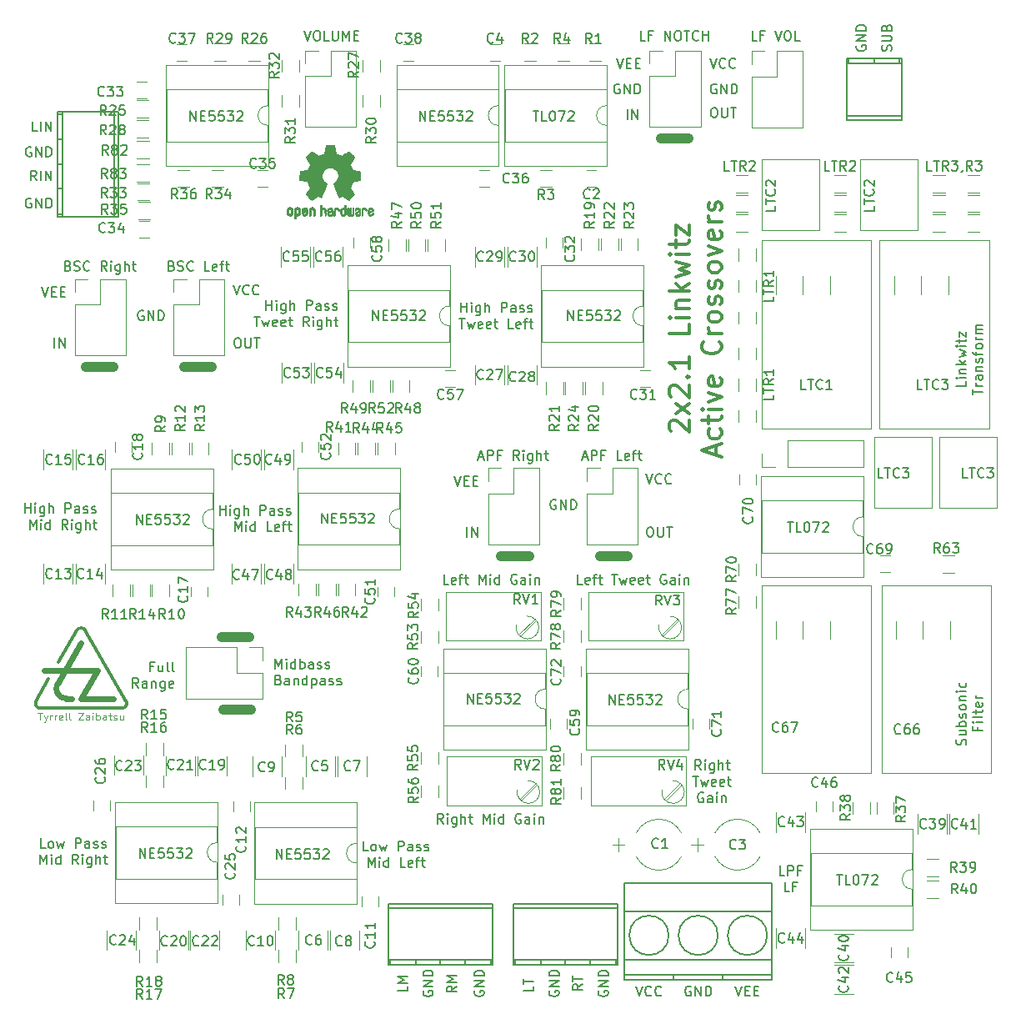
<source format=gbr>
G04 #@! TF.GenerationSoftware,KiCad,Pcbnew,5.1.5+dfsg1-2build2*
G04 #@! TF.CreationDate,2022-04-28T18:47:42+09:30*
G04 #@! TF.ProjectId,xover,786f7665-722e-46b6-9963-61645f706362,rev?*
G04 #@! TF.SameCoordinates,Original*
G04 #@! TF.FileFunction,Legend,Top*
G04 #@! TF.FilePolarity,Positive*
%FSLAX46Y46*%
G04 Gerber Fmt 4.6, Leading zero omitted, Abs format (unit mm)*
G04 Created by KiCad (PCBNEW 5.1.5+dfsg1-2build2) date 2022-04-28 18:47:42*
%MOMM*%
%LPD*%
G04 APERTURE LIST*
%ADD10C,0.150000*%
%ADD11C,1.000000*%
%ADD12C,0.300000*%
%ADD13C,0.120000*%
%ADD14C,0.010000*%
%ADD15C,0.600000*%
%ADD16C,0.100000*%
G04 APERTURE END LIST*
D10*
X102780952Y-112027380D02*
X102304761Y-112027380D01*
X102304761Y-111027380D01*
X103114285Y-112027380D02*
X103114285Y-111027380D01*
X103495238Y-111027380D01*
X103590476Y-111075000D01*
X103638095Y-111122619D01*
X103685714Y-111217857D01*
X103685714Y-111360714D01*
X103638095Y-111455952D01*
X103590476Y-111503571D01*
X103495238Y-111551190D01*
X103114285Y-111551190D01*
X104447619Y-111503571D02*
X104114285Y-111503571D01*
X104114285Y-112027380D02*
X104114285Y-111027380D01*
X104590476Y-111027380D01*
X103280952Y-113677380D02*
X102804761Y-113677380D01*
X102804761Y-112677380D01*
X103947619Y-113153571D02*
X103614285Y-113153571D01*
X103614285Y-113677380D02*
X103614285Y-112677380D01*
X104090476Y-112677380D01*
D11*
X41800000Y-60400000D02*
X44600000Y-60400000D01*
X31800000Y-60400000D02*
X34600000Y-60400000D01*
X90200000Y-37200000D02*
X93000000Y-37200000D01*
X84000000Y-79600000D02*
X86800000Y-79600000D01*
X74000000Y-79600000D02*
X76800000Y-79600000D01*
X45600000Y-87800000D02*
X48400000Y-87800000D01*
X45800000Y-95200000D02*
X48600000Y-95200000D01*
D12*
X91245238Y-66928571D02*
X91150000Y-66833333D01*
X91054761Y-66642857D01*
X91054761Y-66166666D01*
X91150000Y-65976190D01*
X91245238Y-65880952D01*
X91435714Y-65785714D01*
X91626190Y-65785714D01*
X91911904Y-65880952D01*
X93054761Y-67023809D01*
X93054761Y-65785714D01*
X93054761Y-65119047D02*
X91721428Y-64071428D01*
X91721428Y-65119047D02*
X93054761Y-64071428D01*
X91245238Y-63404761D02*
X91150000Y-63309523D01*
X91054761Y-63119047D01*
X91054761Y-62642857D01*
X91150000Y-62452380D01*
X91245238Y-62357142D01*
X91435714Y-62261904D01*
X91626190Y-62261904D01*
X91911904Y-62357142D01*
X93054761Y-63500000D01*
X93054761Y-62261904D01*
X92864285Y-61404761D02*
X92959523Y-61309523D01*
X93054761Y-61404761D01*
X92959523Y-61500000D01*
X92864285Y-61404761D01*
X93054761Y-61404761D01*
X93054761Y-59404761D02*
X93054761Y-60547619D01*
X93054761Y-59976190D02*
X91054761Y-59976190D01*
X91340476Y-60166666D01*
X91530952Y-60357142D01*
X91626190Y-60547619D01*
X93054761Y-56071428D02*
X93054761Y-57023809D01*
X91054761Y-57023809D01*
X93054761Y-55404761D02*
X91721428Y-55404761D01*
X91054761Y-55404761D02*
X91150000Y-55500000D01*
X91245238Y-55404761D01*
X91150000Y-55309523D01*
X91054761Y-55404761D01*
X91245238Y-55404761D01*
X91721428Y-54452380D02*
X93054761Y-54452380D01*
X91911904Y-54452380D02*
X91816666Y-54357142D01*
X91721428Y-54166666D01*
X91721428Y-53880952D01*
X91816666Y-53690476D01*
X92007142Y-53595238D01*
X93054761Y-53595238D01*
X93054761Y-52642857D02*
X91054761Y-52642857D01*
X92292857Y-52452380D02*
X93054761Y-51880952D01*
X91721428Y-51880952D02*
X92483333Y-52642857D01*
X91721428Y-51214285D02*
X93054761Y-50833333D01*
X92102380Y-50452380D01*
X93054761Y-50071428D01*
X91721428Y-49690476D01*
X93054761Y-48928571D02*
X91721428Y-48928571D01*
X91054761Y-48928571D02*
X91150000Y-49023809D01*
X91245238Y-48928571D01*
X91150000Y-48833333D01*
X91054761Y-48928571D01*
X91245238Y-48928571D01*
X91721428Y-48261904D02*
X91721428Y-47500000D01*
X91054761Y-47976190D02*
X92769047Y-47976190D01*
X92959523Y-47880952D01*
X93054761Y-47690476D01*
X93054761Y-47500000D01*
X91721428Y-47023809D02*
X91721428Y-45976190D01*
X93054761Y-47023809D01*
X93054761Y-45976190D01*
X95783333Y-69357142D02*
X95783333Y-68404761D01*
X96354761Y-69547619D02*
X94354761Y-68880952D01*
X96354761Y-68214285D01*
X96259523Y-66690476D02*
X96354761Y-66880952D01*
X96354761Y-67261904D01*
X96259523Y-67452380D01*
X96164285Y-67547619D01*
X95973809Y-67642857D01*
X95402380Y-67642857D01*
X95211904Y-67547619D01*
X95116666Y-67452380D01*
X95021428Y-67261904D01*
X95021428Y-66880952D01*
X95116666Y-66690476D01*
X95021428Y-66119047D02*
X95021428Y-65357142D01*
X94354761Y-65833333D02*
X96069047Y-65833333D01*
X96259523Y-65738095D01*
X96354761Y-65547619D01*
X96354761Y-65357142D01*
X96354761Y-64690476D02*
X95021428Y-64690476D01*
X94354761Y-64690476D02*
X94450000Y-64785714D01*
X94545238Y-64690476D01*
X94450000Y-64595238D01*
X94354761Y-64690476D01*
X94545238Y-64690476D01*
X95021428Y-63928571D02*
X96354761Y-63452380D01*
X95021428Y-62976190D01*
X96259523Y-61452380D02*
X96354761Y-61642857D01*
X96354761Y-62023809D01*
X96259523Y-62214285D01*
X96069047Y-62309523D01*
X95307142Y-62309523D01*
X95116666Y-62214285D01*
X95021428Y-62023809D01*
X95021428Y-61642857D01*
X95116666Y-61452380D01*
X95307142Y-61357142D01*
X95497619Y-61357142D01*
X95688095Y-62309523D01*
X96164285Y-57833333D02*
X96259523Y-57928571D01*
X96354761Y-58214285D01*
X96354761Y-58404761D01*
X96259523Y-58690476D01*
X96069047Y-58880952D01*
X95878571Y-58976190D01*
X95497619Y-59071428D01*
X95211904Y-59071428D01*
X94830952Y-58976190D01*
X94640476Y-58880952D01*
X94450000Y-58690476D01*
X94354761Y-58404761D01*
X94354761Y-58214285D01*
X94450000Y-57928571D01*
X94545238Y-57833333D01*
X96354761Y-56976190D02*
X95021428Y-56976190D01*
X95402380Y-56976190D02*
X95211904Y-56880952D01*
X95116666Y-56785714D01*
X95021428Y-56595238D01*
X95021428Y-56404761D01*
X96354761Y-55452380D02*
X96259523Y-55642857D01*
X96164285Y-55738095D01*
X95973809Y-55833333D01*
X95402380Y-55833333D01*
X95211904Y-55738095D01*
X95116666Y-55642857D01*
X95021428Y-55452380D01*
X95021428Y-55166666D01*
X95116666Y-54976190D01*
X95211904Y-54880952D01*
X95402380Y-54785714D01*
X95973809Y-54785714D01*
X96164285Y-54880952D01*
X96259523Y-54976190D01*
X96354761Y-55166666D01*
X96354761Y-55452380D01*
X96259523Y-54023809D02*
X96354761Y-53833333D01*
X96354761Y-53452380D01*
X96259523Y-53261904D01*
X96069047Y-53166666D01*
X95973809Y-53166666D01*
X95783333Y-53261904D01*
X95688095Y-53452380D01*
X95688095Y-53738095D01*
X95592857Y-53928571D01*
X95402380Y-54023809D01*
X95307142Y-54023809D01*
X95116666Y-53928571D01*
X95021428Y-53738095D01*
X95021428Y-53452380D01*
X95116666Y-53261904D01*
X96259523Y-52404761D02*
X96354761Y-52214285D01*
X96354761Y-51833333D01*
X96259523Y-51642857D01*
X96069047Y-51547619D01*
X95973809Y-51547619D01*
X95783333Y-51642857D01*
X95688095Y-51833333D01*
X95688095Y-52119047D01*
X95592857Y-52309523D01*
X95402380Y-52404761D01*
X95307142Y-52404761D01*
X95116666Y-52309523D01*
X95021428Y-52119047D01*
X95021428Y-51833333D01*
X95116666Y-51642857D01*
X96354761Y-50404761D02*
X96259523Y-50595238D01*
X96164285Y-50690476D01*
X95973809Y-50785714D01*
X95402380Y-50785714D01*
X95211904Y-50690476D01*
X95116666Y-50595238D01*
X95021428Y-50404761D01*
X95021428Y-50119047D01*
X95116666Y-49928571D01*
X95211904Y-49833333D01*
X95402380Y-49738095D01*
X95973809Y-49738095D01*
X96164285Y-49833333D01*
X96259523Y-49928571D01*
X96354761Y-50119047D01*
X96354761Y-50404761D01*
X95021428Y-49071428D02*
X96354761Y-48595238D01*
X95021428Y-48119047D01*
X96259523Y-46595238D02*
X96354761Y-46785714D01*
X96354761Y-47166666D01*
X96259523Y-47357142D01*
X96069047Y-47452380D01*
X95307142Y-47452380D01*
X95116666Y-47357142D01*
X95021428Y-47166666D01*
X95021428Y-46785714D01*
X95116666Y-46595238D01*
X95307142Y-46500000D01*
X95497619Y-46500000D01*
X95688095Y-47452380D01*
X96354761Y-45642857D02*
X95021428Y-45642857D01*
X95402380Y-45642857D02*
X95211904Y-45547619D01*
X95116666Y-45452380D01*
X95021428Y-45261904D01*
X95021428Y-45071428D01*
X96259523Y-44500000D02*
X96354761Y-44309523D01*
X96354761Y-43928571D01*
X96259523Y-43738095D01*
X96069047Y-43642857D01*
X95973809Y-43642857D01*
X95783333Y-43738095D01*
X95688095Y-43928571D01*
X95688095Y-44214285D01*
X95592857Y-44404761D01*
X95402380Y-44500000D01*
X95307142Y-44500000D01*
X95116666Y-44404761D01*
X95021428Y-44214285D01*
X95021428Y-43928571D01*
X95116666Y-43738095D01*
D10*
X97761904Y-123252380D02*
X98095238Y-124252380D01*
X98428571Y-123252380D01*
X98761904Y-123728571D02*
X99095238Y-123728571D01*
X99238095Y-124252380D02*
X98761904Y-124252380D01*
X98761904Y-123252380D01*
X99238095Y-123252380D01*
X99666666Y-123728571D02*
X100000000Y-123728571D01*
X100142857Y-124252380D02*
X99666666Y-124252380D01*
X99666666Y-123252380D01*
X100142857Y-123252380D01*
X93238095Y-123300000D02*
X93142857Y-123252380D01*
X93000000Y-123252380D01*
X92857142Y-123300000D01*
X92761904Y-123395238D01*
X92714285Y-123490476D01*
X92666666Y-123680952D01*
X92666666Y-123823809D01*
X92714285Y-124014285D01*
X92761904Y-124109523D01*
X92857142Y-124204761D01*
X93000000Y-124252380D01*
X93095238Y-124252380D01*
X93238095Y-124204761D01*
X93285714Y-124157142D01*
X93285714Y-123823809D01*
X93095238Y-123823809D01*
X93714285Y-124252380D02*
X93714285Y-123252380D01*
X94285714Y-124252380D01*
X94285714Y-123252380D01*
X94761904Y-124252380D02*
X94761904Y-123252380D01*
X95000000Y-123252380D01*
X95142857Y-123300000D01*
X95238095Y-123395238D01*
X95285714Y-123490476D01*
X95333333Y-123680952D01*
X95333333Y-123823809D01*
X95285714Y-124014285D01*
X95238095Y-124109523D01*
X95142857Y-124204761D01*
X95000000Y-124252380D01*
X94761904Y-124252380D01*
X87666666Y-123252380D02*
X88000000Y-124252380D01*
X88333333Y-123252380D01*
X89238095Y-124157142D02*
X89190476Y-124204761D01*
X89047619Y-124252380D01*
X88952380Y-124252380D01*
X88809523Y-124204761D01*
X88714285Y-124109523D01*
X88666666Y-124014285D01*
X88619047Y-123823809D01*
X88619047Y-123680952D01*
X88666666Y-123490476D01*
X88714285Y-123395238D01*
X88809523Y-123300000D01*
X88952380Y-123252380D01*
X89047619Y-123252380D01*
X89190476Y-123300000D01*
X89238095Y-123347619D01*
X90238095Y-124157142D02*
X90190476Y-124204761D01*
X90047619Y-124252380D01*
X89952380Y-124252380D01*
X89809523Y-124204761D01*
X89714285Y-124109523D01*
X89666666Y-124014285D01*
X89619047Y-123823809D01*
X89619047Y-123680952D01*
X89666666Y-123490476D01*
X89714285Y-123395238D01*
X89809523Y-123300000D01*
X89952380Y-123252380D01*
X90047619Y-123252380D01*
X90190476Y-123300000D01*
X90238095Y-123347619D01*
X64452380Y-123261904D02*
X64452380Y-123738095D01*
X63452380Y-123738095D01*
X64452380Y-122928571D02*
X63452380Y-122928571D01*
X64166666Y-122595238D01*
X63452380Y-122261904D01*
X64452380Y-122261904D01*
X69452380Y-123261904D02*
X68976190Y-123595238D01*
X69452380Y-123833333D02*
X68452380Y-123833333D01*
X68452380Y-123452380D01*
X68500000Y-123357142D01*
X68547619Y-123309523D01*
X68642857Y-123261904D01*
X68785714Y-123261904D01*
X68880952Y-123309523D01*
X68928571Y-123357142D01*
X68976190Y-123452380D01*
X68976190Y-123833333D01*
X69452380Y-122833333D02*
X68452380Y-122833333D01*
X69166666Y-122500000D01*
X68452380Y-122166666D01*
X69452380Y-122166666D01*
X83900000Y-123740595D02*
X83852380Y-123835833D01*
X83852380Y-123978690D01*
X83900000Y-124121547D01*
X83995238Y-124216785D01*
X84090476Y-124264404D01*
X84280952Y-124312023D01*
X84423809Y-124312023D01*
X84614285Y-124264404D01*
X84709523Y-124216785D01*
X84804761Y-124121547D01*
X84852380Y-123978690D01*
X84852380Y-123883452D01*
X84804761Y-123740595D01*
X84757142Y-123692976D01*
X84423809Y-123692976D01*
X84423809Y-123883452D01*
X84852380Y-123264404D02*
X83852380Y-123264404D01*
X84852380Y-122692976D01*
X83852380Y-122692976D01*
X84852380Y-122216785D02*
X83852380Y-122216785D01*
X83852380Y-121978690D01*
X83900000Y-121835833D01*
X83995238Y-121740595D01*
X84090476Y-121692976D01*
X84280952Y-121645357D01*
X84423809Y-121645357D01*
X84614285Y-121692976D01*
X84709523Y-121740595D01*
X84804761Y-121835833D01*
X84852380Y-121978690D01*
X84852380Y-122216785D01*
X78900000Y-123740595D02*
X78852380Y-123835833D01*
X78852380Y-123978690D01*
X78900000Y-124121547D01*
X78995238Y-124216785D01*
X79090476Y-124264404D01*
X79280952Y-124312023D01*
X79423809Y-124312023D01*
X79614285Y-124264404D01*
X79709523Y-124216785D01*
X79804761Y-124121547D01*
X79852380Y-123978690D01*
X79852380Y-123883452D01*
X79804761Y-123740595D01*
X79757142Y-123692976D01*
X79423809Y-123692976D01*
X79423809Y-123883452D01*
X79852380Y-123264404D02*
X78852380Y-123264404D01*
X79852380Y-122692976D01*
X78852380Y-122692976D01*
X79852380Y-122216785D02*
X78852380Y-122216785D01*
X78852380Y-121978690D01*
X78900000Y-121835833D01*
X78995238Y-121740595D01*
X79090476Y-121692976D01*
X79280952Y-121645357D01*
X79423809Y-121645357D01*
X79614285Y-121692976D01*
X79709523Y-121740595D01*
X79804761Y-121835833D01*
X79852380Y-121978690D01*
X79852380Y-122216785D01*
X71300000Y-123740595D02*
X71252380Y-123835833D01*
X71252380Y-123978690D01*
X71300000Y-124121547D01*
X71395238Y-124216785D01*
X71490476Y-124264404D01*
X71680952Y-124312023D01*
X71823809Y-124312023D01*
X72014285Y-124264404D01*
X72109523Y-124216785D01*
X72204761Y-124121547D01*
X72252380Y-123978690D01*
X72252380Y-123883452D01*
X72204761Y-123740595D01*
X72157142Y-123692976D01*
X71823809Y-123692976D01*
X71823809Y-123883452D01*
X72252380Y-123264404D02*
X71252380Y-123264404D01*
X72252380Y-122692976D01*
X71252380Y-122692976D01*
X72252380Y-122216785D02*
X71252380Y-122216785D01*
X71252380Y-121978690D01*
X71300000Y-121835833D01*
X71395238Y-121740595D01*
X71490476Y-121692976D01*
X71680952Y-121645357D01*
X71823809Y-121645357D01*
X72014285Y-121692976D01*
X72109523Y-121740595D01*
X72204761Y-121835833D01*
X72252380Y-121978690D01*
X72252380Y-122216785D01*
X77252380Y-123271428D02*
X77252380Y-123747619D01*
X76252380Y-123747619D01*
X76252380Y-123080952D02*
X76252380Y-122509523D01*
X77252380Y-122795238D02*
X76252380Y-122795238D01*
X82252380Y-123071428D02*
X81776190Y-123404761D01*
X82252380Y-123642857D02*
X81252380Y-123642857D01*
X81252380Y-123261904D01*
X81300000Y-123166666D01*
X81347619Y-123119047D01*
X81442857Y-123071428D01*
X81585714Y-123071428D01*
X81680952Y-123119047D01*
X81728571Y-123166666D01*
X81776190Y-123261904D01*
X81776190Y-123642857D01*
X81252380Y-122785714D02*
X81252380Y-122214285D01*
X82252380Y-122500000D02*
X81252380Y-122500000D01*
X66100000Y-123740595D02*
X66052380Y-123835833D01*
X66052380Y-123978690D01*
X66100000Y-124121547D01*
X66195238Y-124216785D01*
X66290476Y-124264404D01*
X66480952Y-124312023D01*
X66623809Y-124312023D01*
X66814285Y-124264404D01*
X66909523Y-124216785D01*
X67004761Y-124121547D01*
X67052380Y-123978690D01*
X67052380Y-123883452D01*
X67004761Y-123740595D01*
X66957142Y-123692976D01*
X66623809Y-123692976D01*
X66623809Y-123883452D01*
X67052380Y-123264404D02*
X66052380Y-123264404D01*
X67052380Y-122692976D01*
X66052380Y-122692976D01*
X67052380Y-122216785D02*
X66052380Y-122216785D01*
X66052380Y-121978690D01*
X66100000Y-121835833D01*
X66195238Y-121740595D01*
X66290476Y-121692976D01*
X66480952Y-121645357D01*
X66623809Y-121645357D01*
X66814285Y-121692976D01*
X66909523Y-121740595D01*
X67004761Y-121835833D01*
X67052380Y-121978690D01*
X67052380Y-122216785D01*
X38664404Y-90803571D02*
X38331071Y-90803571D01*
X38331071Y-91327380D02*
X38331071Y-90327380D01*
X38807261Y-90327380D01*
X39616785Y-90660714D02*
X39616785Y-91327380D01*
X39188214Y-90660714D02*
X39188214Y-91184523D01*
X39235833Y-91279761D01*
X39331071Y-91327380D01*
X39473928Y-91327380D01*
X39569166Y-91279761D01*
X39616785Y-91232142D01*
X40235833Y-91327380D02*
X40140595Y-91279761D01*
X40092976Y-91184523D01*
X40092976Y-90327380D01*
X40759642Y-91327380D02*
X40664404Y-91279761D01*
X40616785Y-91184523D01*
X40616785Y-90327380D01*
X37140595Y-92977380D02*
X36807261Y-92501190D01*
X36569166Y-92977380D02*
X36569166Y-91977380D01*
X36950119Y-91977380D01*
X37045357Y-92025000D01*
X37092976Y-92072619D01*
X37140595Y-92167857D01*
X37140595Y-92310714D01*
X37092976Y-92405952D01*
X37045357Y-92453571D01*
X36950119Y-92501190D01*
X36569166Y-92501190D01*
X37997738Y-92977380D02*
X37997738Y-92453571D01*
X37950119Y-92358333D01*
X37854880Y-92310714D01*
X37664404Y-92310714D01*
X37569166Y-92358333D01*
X37997738Y-92929761D02*
X37902500Y-92977380D01*
X37664404Y-92977380D01*
X37569166Y-92929761D01*
X37521547Y-92834523D01*
X37521547Y-92739285D01*
X37569166Y-92644047D01*
X37664404Y-92596428D01*
X37902500Y-92596428D01*
X37997738Y-92548809D01*
X38473928Y-92310714D02*
X38473928Y-92977380D01*
X38473928Y-92405952D02*
X38521547Y-92358333D01*
X38616785Y-92310714D01*
X38759642Y-92310714D01*
X38854880Y-92358333D01*
X38902500Y-92453571D01*
X38902500Y-92977380D01*
X39807261Y-92310714D02*
X39807261Y-93120238D01*
X39759642Y-93215476D01*
X39712023Y-93263095D01*
X39616785Y-93310714D01*
X39473928Y-93310714D01*
X39378690Y-93263095D01*
X39807261Y-92929761D02*
X39712023Y-92977380D01*
X39521547Y-92977380D01*
X39426309Y-92929761D01*
X39378690Y-92882142D01*
X39331071Y-92786904D01*
X39331071Y-92501190D01*
X39378690Y-92405952D01*
X39426309Y-92358333D01*
X39521547Y-92310714D01*
X39712023Y-92310714D01*
X39807261Y-92358333D01*
X40664404Y-92929761D02*
X40569166Y-92977380D01*
X40378690Y-92977380D01*
X40283452Y-92929761D01*
X40235833Y-92834523D01*
X40235833Y-92453571D01*
X40283452Y-92358333D01*
X40378690Y-92310714D01*
X40569166Y-92310714D01*
X40664404Y-92358333D01*
X40712023Y-92453571D01*
X40712023Y-92548809D01*
X40235833Y-92644047D01*
X51035595Y-91027380D02*
X51035595Y-90027380D01*
X51368928Y-90741666D01*
X51702261Y-90027380D01*
X51702261Y-91027380D01*
X52178452Y-91027380D02*
X52178452Y-90360714D01*
X52178452Y-90027380D02*
X52130833Y-90075000D01*
X52178452Y-90122619D01*
X52226071Y-90075000D01*
X52178452Y-90027380D01*
X52178452Y-90122619D01*
X53083214Y-91027380D02*
X53083214Y-90027380D01*
X53083214Y-90979761D02*
X52987976Y-91027380D01*
X52797500Y-91027380D01*
X52702261Y-90979761D01*
X52654642Y-90932142D01*
X52607023Y-90836904D01*
X52607023Y-90551190D01*
X52654642Y-90455952D01*
X52702261Y-90408333D01*
X52797500Y-90360714D01*
X52987976Y-90360714D01*
X53083214Y-90408333D01*
X53559404Y-91027380D02*
X53559404Y-90027380D01*
X53559404Y-90408333D02*
X53654642Y-90360714D01*
X53845119Y-90360714D01*
X53940357Y-90408333D01*
X53987976Y-90455952D01*
X54035595Y-90551190D01*
X54035595Y-90836904D01*
X53987976Y-90932142D01*
X53940357Y-90979761D01*
X53845119Y-91027380D01*
X53654642Y-91027380D01*
X53559404Y-90979761D01*
X54892738Y-91027380D02*
X54892738Y-90503571D01*
X54845119Y-90408333D01*
X54749880Y-90360714D01*
X54559404Y-90360714D01*
X54464166Y-90408333D01*
X54892738Y-90979761D02*
X54797500Y-91027380D01*
X54559404Y-91027380D01*
X54464166Y-90979761D01*
X54416547Y-90884523D01*
X54416547Y-90789285D01*
X54464166Y-90694047D01*
X54559404Y-90646428D01*
X54797500Y-90646428D01*
X54892738Y-90598809D01*
X55321309Y-90979761D02*
X55416547Y-91027380D01*
X55607023Y-91027380D01*
X55702261Y-90979761D01*
X55749880Y-90884523D01*
X55749880Y-90836904D01*
X55702261Y-90741666D01*
X55607023Y-90694047D01*
X55464166Y-90694047D01*
X55368928Y-90646428D01*
X55321309Y-90551190D01*
X55321309Y-90503571D01*
X55368928Y-90408333D01*
X55464166Y-90360714D01*
X55607023Y-90360714D01*
X55702261Y-90408333D01*
X56130833Y-90979761D02*
X56226071Y-91027380D01*
X56416547Y-91027380D01*
X56511785Y-90979761D01*
X56559404Y-90884523D01*
X56559404Y-90836904D01*
X56511785Y-90741666D01*
X56416547Y-90694047D01*
X56273690Y-90694047D01*
X56178452Y-90646428D01*
X56130833Y-90551190D01*
X56130833Y-90503571D01*
X56178452Y-90408333D01*
X56273690Y-90360714D01*
X56416547Y-90360714D01*
X56511785Y-90408333D01*
X51368928Y-92153571D02*
X51511785Y-92201190D01*
X51559404Y-92248809D01*
X51607023Y-92344047D01*
X51607023Y-92486904D01*
X51559404Y-92582142D01*
X51511785Y-92629761D01*
X51416547Y-92677380D01*
X51035595Y-92677380D01*
X51035595Y-91677380D01*
X51368928Y-91677380D01*
X51464166Y-91725000D01*
X51511785Y-91772619D01*
X51559404Y-91867857D01*
X51559404Y-91963095D01*
X51511785Y-92058333D01*
X51464166Y-92105952D01*
X51368928Y-92153571D01*
X51035595Y-92153571D01*
X52464166Y-92677380D02*
X52464166Y-92153571D01*
X52416547Y-92058333D01*
X52321309Y-92010714D01*
X52130833Y-92010714D01*
X52035595Y-92058333D01*
X52464166Y-92629761D02*
X52368928Y-92677380D01*
X52130833Y-92677380D01*
X52035595Y-92629761D01*
X51987976Y-92534523D01*
X51987976Y-92439285D01*
X52035595Y-92344047D01*
X52130833Y-92296428D01*
X52368928Y-92296428D01*
X52464166Y-92248809D01*
X52940357Y-92010714D02*
X52940357Y-92677380D01*
X52940357Y-92105952D02*
X52987976Y-92058333D01*
X53083214Y-92010714D01*
X53226071Y-92010714D01*
X53321309Y-92058333D01*
X53368928Y-92153571D01*
X53368928Y-92677380D01*
X54273690Y-92677380D02*
X54273690Y-91677380D01*
X54273690Y-92629761D02*
X54178452Y-92677380D01*
X53987976Y-92677380D01*
X53892738Y-92629761D01*
X53845119Y-92582142D01*
X53797500Y-92486904D01*
X53797500Y-92201190D01*
X53845119Y-92105952D01*
X53892738Y-92058333D01*
X53987976Y-92010714D01*
X54178452Y-92010714D01*
X54273690Y-92058333D01*
X54749880Y-92010714D02*
X54749880Y-93010714D01*
X54749880Y-92058333D02*
X54845119Y-92010714D01*
X55035595Y-92010714D01*
X55130833Y-92058333D01*
X55178452Y-92105952D01*
X55226071Y-92201190D01*
X55226071Y-92486904D01*
X55178452Y-92582142D01*
X55130833Y-92629761D01*
X55035595Y-92677380D01*
X54845119Y-92677380D01*
X54749880Y-92629761D01*
X56083214Y-92677380D02*
X56083214Y-92153571D01*
X56035595Y-92058333D01*
X55940357Y-92010714D01*
X55749880Y-92010714D01*
X55654642Y-92058333D01*
X56083214Y-92629761D02*
X55987976Y-92677380D01*
X55749880Y-92677380D01*
X55654642Y-92629761D01*
X55607023Y-92534523D01*
X55607023Y-92439285D01*
X55654642Y-92344047D01*
X55749880Y-92296428D01*
X55987976Y-92296428D01*
X56083214Y-92248809D01*
X56511785Y-92629761D02*
X56607023Y-92677380D01*
X56797500Y-92677380D01*
X56892738Y-92629761D01*
X56940357Y-92534523D01*
X56940357Y-92486904D01*
X56892738Y-92391666D01*
X56797500Y-92344047D01*
X56654642Y-92344047D01*
X56559404Y-92296428D01*
X56511785Y-92201190D01*
X56511785Y-92153571D01*
X56559404Y-92058333D01*
X56654642Y-92010714D01*
X56797500Y-92010714D01*
X56892738Y-92058333D01*
X57321309Y-92629761D02*
X57416547Y-92677380D01*
X57607023Y-92677380D01*
X57702261Y-92629761D01*
X57749880Y-92534523D01*
X57749880Y-92486904D01*
X57702261Y-92391666D01*
X57607023Y-92344047D01*
X57464166Y-92344047D01*
X57368928Y-92296428D01*
X57321309Y-92201190D01*
X57321309Y-92153571D01*
X57368928Y-92058333D01*
X57464166Y-92010714D01*
X57607023Y-92010714D01*
X57702261Y-92058333D01*
X60490476Y-109527380D02*
X60014285Y-109527380D01*
X60014285Y-108527380D01*
X60966666Y-109527380D02*
X60871428Y-109479761D01*
X60823809Y-109432142D01*
X60776190Y-109336904D01*
X60776190Y-109051190D01*
X60823809Y-108955952D01*
X60871428Y-108908333D01*
X60966666Y-108860714D01*
X61109523Y-108860714D01*
X61204761Y-108908333D01*
X61252380Y-108955952D01*
X61300000Y-109051190D01*
X61300000Y-109336904D01*
X61252380Y-109432142D01*
X61204761Y-109479761D01*
X61109523Y-109527380D01*
X60966666Y-109527380D01*
X61633333Y-108860714D02*
X61823809Y-109527380D01*
X62014285Y-109051190D01*
X62204761Y-109527380D01*
X62395238Y-108860714D01*
X63538095Y-109527380D02*
X63538095Y-108527380D01*
X63919047Y-108527380D01*
X64014285Y-108575000D01*
X64061904Y-108622619D01*
X64109523Y-108717857D01*
X64109523Y-108860714D01*
X64061904Y-108955952D01*
X64014285Y-109003571D01*
X63919047Y-109051190D01*
X63538095Y-109051190D01*
X64966666Y-109527380D02*
X64966666Y-109003571D01*
X64919047Y-108908333D01*
X64823809Y-108860714D01*
X64633333Y-108860714D01*
X64538095Y-108908333D01*
X64966666Y-109479761D02*
X64871428Y-109527380D01*
X64633333Y-109527380D01*
X64538095Y-109479761D01*
X64490476Y-109384523D01*
X64490476Y-109289285D01*
X64538095Y-109194047D01*
X64633333Y-109146428D01*
X64871428Y-109146428D01*
X64966666Y-109098809D01*
X65395238Y-109479761D02*
X65490476Y-109527380D01*
X65680952Y-109527380D01*
X65776190Y-109479761D01*
X65823809Y-109384523D01*
X65823809Y-109336904D01*
X65776190Y-109241666D01*
X65680952Y-109194047D01*
X65538095Y-109194047D01*
X65442857Y-109146428D01*
X65395238Y-109051190D01*
X65395238Y-109003571D01*
X65442857Y-108908333D01*
X65538095Y-108860714D01*
X65680952Y-108860714D01*
X65776190Y-108908333D01*
X66204761Y-109479761D02*
X66300000Y-109527380D01*
X66490476Y-109527380D01*
X66585714Y-109479761D01*
X66633333Y-109384523D01*
X66633333Y-109336904D01*
X66585714Y-109241666D01*
X66490476Y-109194047D01*
X66347619Y-109194047D01*
X66252380Y-109146428D01*
X66204761Y-109051190D01*
X66204761Y-109003571D01*
X66252380Y-108908333D01*
X66347619Y-108860714D01*
X66490476Y-108860714D01*
X66585714Y-108908333D01*
X60490476Y-111177380D02*
X60490476Y-110177380D01*
X60823809Y-110891666D01*
X61157142Y-110177380D01*
X61157142Y-111177380D01*
X61633333Y-111177380D02*
X61633333Y-110510714D01*
X61633333Y-110177380D02*
X61585714Y-110225000D01*
X61633333Y-110272619D01*
X61680952Y-110225000D01*
X61633333Y-110177380D01*
X61633333Y-110272619D01*
X62538095Y-111177380D02*
X62538095Y-110177380D01*
X62538095Y-111129761D02*
X62442857Y-111177380D01*
X62252380Y-111177380D01*
X62157142Y-111129761D01*
X62109523Y-111082142D01*
X62061904Y-110986904D01*
X62061904Y-110701190D01*
X62109523Y-110605952D01*
X62157142Y-110558333D01*
X62252380Y-110510714D01*
X62442857Y-110510714D01*
X62538095Y-110558333D01*
X64252380Y-111177380D02*
X63776190Y-111177380D01*
X63776190Y-110177380D01*
X64966666Y-111129761D02*
X64871428Y-111177380D01*
X64680952Y-111177380D01*
X64585714Y-111129761D01*
X64538095Y-111034523D01*
X64538095Y-110653571D01*
X64585714Y-110558333D01*
X64680952Y-110510714D01*
X64871428Y-110510714D01*
X64966666Y-110558333D01*
X65014285Y-110653571D01*
X65014285Y-110748809D01*
X64538095Y-110844047D01*
X65300000Y-110510714D02*
X65680952Y-110510714D01*
X65442857Y-111177380D02*
X65442857Y-110320238D01*
X65490476Y-110225000D01*
X65585714Y-110177380D01*
X65680952Y-110177380D01*
X65871428Y-110510714D02*
X66252380Y-110510714D01*
X66014285Y-110177380D02*
X66014285Y-111034523D01*
X66061904Y-111129761D01*
X66157142Y-111177380D01*
X66252380Y-111177380D01*
X27690476Y-109227380D02*
X27214285Y-109227380D01*
X27214285Y-108227380D01*
X28166666Y-109227380D02*
X28071428Y-109179761D01*
X28023809Y-109132142D01*
X27976190Y-109036904D01*
X27976190Y-108751190D01*
X28023809Y-108655952D01*
X28071428Y-108608333D01*
X28166666Y-108560714D01*
X28309523Y-108560714D01*
X28404761Y-108608333D01*
X28452380Y-108655952D01*
X28500000Y-108751190D01*
X28500000Y-109036904D01*
X28452380Y-109132142D01*
X28404761Y-109179761D01*
X28309523Y-109227380D01*
X28166666Y-109227380D01*
X28833333Y-108560714D02*
X29023809Y-109227380D01*
X29214285Y-108751190D01*
X29404761Y-109227380D01*
X29595238Y-108560714D01*
X30738095Y-109227380D02*
X30738095Y-108227380D01*
X31119047Y-108227380D01*
X31214285Y-108275000D01*
X31261904Y-108322619D01*
X31309523Y-108417857D01*
X31309523Y-108560714D01*
X31261904Y-108655952D01*
X31214285Y-108703571D01*
X31119047Y-108751190D01*
X30738095Y-108751190D01*
X32166666Y-109227380D02*
X32166666Y-108703571D01*
X32119047Y-108608333D01*
X32023809Y-108560714D01*
X31833333Y-108560714D01*
X31738095Y-108608333D01*
X32166666Y-109179761D02*
X32071428Y-109227380D01*
X31833333Y-109227380D01*
X31738095Y-109179761D01*
X31690476Y-109084523D01*
X31690476Y-108989285D01*
X31738095Y-108894047D01*
X31833333Y-108846428D01*
X32071428Y-108846428D01*
X32166666Y-108798809D01*
X32595238Y-109179761D02*
X32690476Y-109227380D01*
X32880952Y-109227380D01*
X32976190Y-109179761D01*
X33023809Y-109084523D01*
X33023809Y-109036904D01*
X32976190Y-108941666D01*
X32880952Y-108894047D01*
X32738095Y-108894047D01*
X32642857Y-108846428D01*
X32595238Y-108751190D01*
X32595238Y-108703571D01*
X32642857Y-108608333D01*
X32738095Y-108560714D01*
X32880952Y-108560714D01*
X32976190Y-108608333D01*
X33404761Y-109179761D02*
X33500000Y-109227380D01*
X33690476Y-109227380D01*
X33785714Y-109179761D01*
X33833333Y-109084523D01*
X33833333Y-109036904D01*
X33785714Y-108941666D01*
X33690476Y-108894047D01*
X33547619Y-108894047D01*
X33452380Y-108846428D01*
X33404761Y-108751190D01*
X33404761Y-108703571D01*
X33452380Y-108608333D01*
X33547619Y-108560714D01*
X33690476Y-108560714D01*
X33785714Y-108608333D01*
X27166666Y-110877380D02*
X27166666Y-109877380D01*
X27500000Y-110591666D01*
X27833333Y-109877380D01*
X27833333Y-110877380D01*
X28309523Y-110877380D02*
X28309523Y-110210714D01*
X28309523Y-109877380D02*
X28261904Y-109925000D01*
X28309523Y-109972619D01*
X28357142Y-109925000D01*
X28309523Y-109877380D01*
X28309523Y-109972619D01*
X29214285Y-110877380D02*
X29214285Y-109877380D01*
X29214285Y-110829761D02*
X29119047Y-110877380D01*
X28928571Y-110877380D01*
X28833333Y-110829761D01*
X28785714Y-110782142D01*
X28738095Y-110686904D01*
X28738095Y-110401190D01*
X28785714Y-110305952D01*
X28833333Y-110258333D01*
X28928571Y-110210714D01*
X29119047Y-110210714D01*
X29214285Y-110258333D01*
X31023809Y-110877380D02*
X30690476Y-110401190D01*
X30452380Y-110877380D02*
X30452380Y-109877380D01*
X30833333Y-109877380D01*
X30928571Y-109925000D01*
X30976190Y-109972619D01*
X31023809Y-110067857D01*
X31023809Y-110210714D01*
X30976190Y-110305952D01*
X30928571Y-110353571D01*
X30833333Y-110401190D01*
X30452380Y-110401190D01*
X31452380Y-110877380D02*
X31452380Y-110210714D01*
X31452380Y-109877380D02*
X31404761Y-109925000D01*
X31452380Y-109972619D01*
X31500000Y-109925000D01*
X31452380Y-109877380D01*
X31452380Y-109972619D01*
X32357142Y-110210714D02*
X32357142Y-111020238D01*
X32309523Y-111115476D01*
X32261904Y-111163095D01*
X32166666Y-111210714D01*
X32023809Y-111210714D01*
X31928571Y-111163095D01*
X32357142Y-110829761D02*
X32261904Y-110877380D01*
X32071428Y-110877380D01*
X31976190Y-110829761D01*
X31928571Y-110782142D01*
X31880952Y-110686904D01*
X31880952Y-110401190D01*
X31928571Y-110305952D01*
X31976190Y-110258333D01*
X32071428Y-110210714D01*
X32261904Y-110210714D01*
X32357142Y-110258333D01*
X32833333Y-110877380D02*
X32833333Y-109877380D01*
X33261904Y-110877380D02*
X33261904Y-110353571D01*
X33214285Y-110258333D01*
X33119047Y-110210714D01*
X32976190Y-110210714D01*
X32880952Y-110258333D01*
X32833333Y-110305952D01*
X33595238Y-110210714D02*
X33976190Y-110210714D01*
X33738095Y-109877380D02*
X33738095Y-110734523D01*
X33785714Y-110829761D01*
X33880952Y-110877380D01*
X33976190Y-110877380D01*
X51157142Y-110352380D02*
X51157142Y-109352380D01*
X51728571Y-110352380D01*
X51728571Y-109352380D01*
X52204761Y-109828571D02*
X52538095Y-109828571D01*
X52680952Y-110352380D02*
X52204761Y-110352380D01*
X52204761Y-109352380D01*
X52680952Y-109352380D01*
X53585714Y-109352380D02*
X53109523Y-109352380D01*
X53061904Y-109828571D01*
X53109523Y-109780952D01*
X53204761Y-109733333D01*
X53442857Y-109733333D01*
X53538095Y-109780952D01*
X53585714Y-109828571D01*
X53633333Y-109923809D01*
X53633333Y-110161904D01*
X53585714Y-110257142D01*
X53538095Y-110304761D01*
X53442857Y-110352380D01*
X53204761Y-110352380D01*
X53109523Y-110304761D01*
X53061904Y-110257142D01*
X54538095Y-109352380D02*
X54061904Y-109352380D01*
X54014285Y-109828571D01*
X54061904Y-109780952D01*
X54157142Y-109733333D01*
X54395238Y-109733333D01*
X54490476Y-109780952D01*
X54538095Y-109828571D01*
X54585714Y-109923809D01*
X54585714Y-110161904D01*
X54538095Y-110257142D01*
X54490476Y-110304761D01*
X54395238Y-110352380D01*
X54157142Y-110352380D01*
X54061904Y-110304761D01*
X54014285Y-110257142D01*
X54919047Y-109352380D02*
X55538095Y-109352380D01*
X55204761Y-109733333D01*
X55347619Y-109733333D01*
X55442857Y-109780952D01*
X55490476Y-109828571D01*
X55538095Y-109923809D01*
X55538095Y-110161904D01*
X55490476Y-110257142D01*
X55442857Y-110304761D01*
X55347619Y-110352380D01*
X55061904Y-110352380D01*
X54966666Y-110304761D01*
X54919047Y-110257142D01*
X55919047Y-109447619D02*
X55966666Y-109400000D01*
X56061904Y-109352380D01*
X56300000Y-109352380D01*
X56395238Y-109400000D01*
X56442857Y-109447619D01*
X56490476Y-109542857D01*
X56490476Y-109638095D01*
X56442857Y-109780952D01*
X55871428Y-110352380D01*
X56490476Y-110352380D01*
X37257142Y-110252380D02*
X37257142Y-109252380D01*
X37828571Y-110252380D01*
X37828571Y-109252380D01*
X38304761Y-109728571D02*
X38638095Y-109728571D01*
X38780952Y-110252380D02*
X38304761Y-110252380D01*
X38304761Y-109252380D01*
X38780952Y-109252380D01*
X39685714Y-109252380D02*
X39209523Y-109252380D01*
X39161904Y-109728571D01*
X39209523Y-109680952D01*
X39304761Y-109633333D01*
X39542857Y-109633333D01*
X39638095Y-109680952D01*
X39685714Y-109728571D01*
X39733333Y-109823809D01*
X39733333Y-110061904D01*
X39685714Y-110157142D01*
X39638095Y-110204761D01*
X39542857Y-110252380D01*
X39304761Y-110252380D01*
X39209523Y-110204761D01*
X39161904Y-110157142D01*
X40638095Y-109252380D02*
X40161904Y-109252380D01*
X40114285Y-109728571D01*
X40161904Y-109680952D01*
X40257142Y-109633333D01*
X40495238Y-109633333D01*
X40590476Y-109680952D01*
X40638095Y-109728571D01*
X40685714Y-109823809D01*
X40685714Y-110061904D01*
X40638095Y-110157142D01*
X40590476Y-110204761D01*
X40495238Y-110252380D01*
X40257142Y-110252380D01*
X40161904Y-110204761D01*
X40114285Y-110157142D01*
X41019047Y-109252380D02*
X41638095Y-109252380D01*
X41304761Y-109633333D01*
X41447619Y-109633333D01*
X41542857Y-109680952D01*
X41590476Y-109728571D01*
X41638095Y-109823809D01*
X41638095Y-110061904D01*
X41590476Y-110157142D01*
X41542857Y-110204761D01*
X41447619Y-110252380D01*
X41161904Y-110252380D01*
X41066666Y-110204761D01*
X41019047Y-110157142D01*
X42019047Y-109347619D02*
X42066666Y-109300000D01*
X42161904Y-109252380D01*
X42400000Y-109252380D01*
X42495238Y-109300000D01*
X42542857Y-109347619D01*
X42590476Y-109442857D01*
X42590476Y-109538095D01*
X42542857Y-109680952D01*
X41971428Y-110252380D01*
X42590476Y-110252380D01*
X84957142Y-94652380D02*
X84957142Y-93652380D01*
X85528571Y-94652380D01*
X85528571Y-93652380D01*
X86004761Y-94128571D02*
X86338095Y-94128571D01*
X86480952Y-94652380D02*
X86004761Y-94652380D01*
X86004761Y-93652380D01*
X86480952Y-93652380D01*
X87385714Y-93652380D02*
X86909523Y-93652380D01*
X86861904Y-94128571D01*
X86909523Y-94080952D01*
X87004761Y-94033333D01*
X87242857Y-94033333D01*
X87338095Y-94080952D01*
X87385714Y-94128571D01*
X87433333Y-94223809D01*
X87433333Y-94461904D01*
X87385714Y-94557142D01*
X87338095Y-94604761D01*
X87242857Y-94652380D01*
X87004761Y-94652380D01*
X86909523Y-94604761D01*
X86861904Y-94557142D01*
X88338095Y-93652380D02*
X87861904Y-93652380D01*
X87814285Y-94128571D01*
X87861904Y-94080952D01*
X87957142Y-94033333D01*
X88195238Y-94033333D01*
X88290476Y-94080952D01*
X88338095Y-94128571D01*
X88385714Y-94223809D01*
X88385714Y-94461904D01*
X88338095Y-94557142D01*
X88290476Y-94604761D01*
X88195238Y-94652380D01*
X87957142Y-94652380D01*
X87861904Y-94604761D01*
X87814285Y-94557142D01*
X88719047Y-93652380D02*
X89338095Y-93652380D01*
X89004761Y-94033333D01*
X89147619Y-94033333D01*
X89242857Y-94080952D01*
X89290476Y-94128571D01*
X89338095Y-94223809D01*
X89338095Y-94461904D01*
X89290476Y-94557142D01*
X89242857Y-94604761D01*
X89147619Y-94652380D01*
X88861904Y-94652380D01*
X88766666Y-94604761D01*
X88719047Y-94557142D01*
X89719047Y-93747619D02*
X89766666Y-93700000D01*
X89861904Y-93652380D01*
X90100000Y-93652380D01*
X90195238Y-93700000D01*
X90242857Y-93747619D01*
X90290476Y-93842857D01*
X90290476Y-93938095D01*
X90242857Y-94080952D01*
X89671428Y-94652380D01*
X90290476Y-94652380D01*
X70557142Y-94552380D02*
X70557142Y-93552380D01*
X71128571Y-94552380D01*
X71128571Y-93552380D01*
X71604761Y-94028571D02*
X71938095Y-94028571D01*
X72080952Y-94552380D02*
X71604761Y-94552380D01*
X71604761Y-93552380D01*
X72080952Y-93552380D01*
X72985714Y-93552380D02*
X72509523Y-93552380D01*
X72461904Y-94028571D01*
X72509523Y-93980952D01*
X72604761Y-93933333D01*
X72842857Y-93933333D01*
X72938095Y-93980952D01*
X72985714Y-94028571D01*
X73033333Y-94123809D01*
X73033333Y-94361904D01*
X72985714Y-94457142D01*
X72938095Y-94504761D01*
X72842857Y-94552380D01*
X72604761Y-94552380D01*
X72509523Y-94504761D01*
X72461904Y-94457142D01*
X73938095Y-93552380D02*
X73461904Y-93552380D01*
X73414285Y-94028571D01*
X73461904Y-93980952D01*
X73557142Y-93933333D01*
X73795238Y-93933333D01*
X73890476Y-93980952D01*
X73938095Y-94028571D01*
X73985714Y-94123809D01*
X73985714Y-94361904D01*
X73938095Y-94457142D01*
X73890476Y-94504761D01*
X73795238Y-94552380D01*
X73557142Y-94552380D01*
X73461904Y-94504761D01*
X73414285Y-94457142D01*
X74319047Y-93552380D02*
X74938095Y-93552380D01*
X74604761Y-93933333D01*
X74747619Y-93933333D01*
X74842857Y-93980952D01*
X74890476Y-94028571D01*
X74938095Y-94123809D01*
X74938095Y-94361904D01*
X74890476Y-94457142D01*
X74842857Y-94504761D01*
X74747619Y-94552380D01*
X74461904Y-94552380D01*
X74366666Y-94504761D01*
X74319047Y-94457142D01*
X75319047Y-93647619D02*
X75366666Y-93600000D01*
X75461904Y-93552380D01*
X75700000Y-93552380D01*
X75795238Y-93600000D01*
X75842857Y-93647619D01*
X75890476Y-93742857D01*
X75890476Y-93838095D01*
X75842857Y-93980952D01*
X75271428Y-94552380D01*
X75890476Y-94552380D01*
X55757142Y-76252380D02*
X55757142Y-75252380D01*
X56328571Y-76252380D01*
X56328571Y-75252380D01*
X56804761Y-75728571D02*
X57138095Y-75728571D01*
X57280952Y-76252380D02*
X56804761Y-76252380D01*
X56804761Y-75252380D01*
X57280952Y-75252380D01*
X58185714Y-75252380D02*
X57709523Y-75252380D01*
X57661904Y-75728571D01*
X57709523Y-75680952D01*
X57804761Y-75633333D01*
X58042857Y-75633333D01*
X58138095Y-75680952D01*
X58185714Y-75728571D01*
X58233333Y-75823809D01*
X58233333Y-76061904D01*
X58185714Y-76157142D01*
X58138095Y-76204761D01*
X58042857Y-76252380D01*
X57804761Y-76252380D01*
X57709523Y-76204761D01*
X57661904Y-76157142D01*
X59138095Y-75252380D02*
X58661904Y-75252380D01*
X58614285Y-75728571D01*
X58661904Y-75680952D01*
X58757142Y-75633333D01*
X58995238Y-75633333D01*
X59090476Y-75680952D01*
X59138095Y-75728571D01*
X59185714Y-75823809D01*
X59185714Y-76061904D01*
X59138095Y-76157142D01*
X59090476Y-76204761D01*
X58995238Y-76252380D01*
X58757142Y-76252380D01*
X58661904Y-76204761D01*
X58614285Y-76157142D01*
X59519047Y-75252380D02*
X60138095Y-75252380D01*
X59804761Y-75633333D01*
X59947619Y-75633333D01*
X60042857Y-75680952D01*
X60090476Y-75728571D01*
X60138095Y-75823809D01*
X60138095Y-76061904D01*
X60090476Y-76157142D01*
X60042857Y-76204761D01*
X59947619Y-76252380D01*
X59661904Y-76252380D01*
X59566666Y-76204761D01*
X59519047Y-76157142D01*
X60519047Y-75347619D02*
X60566666Y-75300000D01*
X60661904Y-75252380D01*
X60900000Y-75252380D01*
X60995238Y-75300000D01*
X61042857Y-75347619D01*
X61090476Y-75442857D01*
X61090476Y-75538095D01*
X61042857Y-75680952D01*
X60471428Y-76252380D01*
X61090476Y-76252380D01*
X36957142Y-76352380D02*
X36957142Y-75352380D01*
X37528571Y-76352380D01*
X37528571Y-75352380D01*
X38004761Y-75828571D02*
X38338095Y-75828571D01*
X38480952Y-76352380D02*
X38004761Y-76352380D01*
X38004761Y-75352380D01*
X38480952Y-75352380D01*
X39385714Y-75352380D02*
X38909523Y-75352380D01*
X38861904Y-75828571D01*
X38909523Y-75780952D01*
X39004761Y-75733333D01*
X39242857Y-75733333D01*
X39338095Y-75780952D01*
X39385714Y-75828571D01*
X39433333Y-75923809D01*
X39433333Y-76161904D01*
X39385714Y-76257142D01*
X39338095Y-76304761D01*
X39242857Y-76352380D01*
X39004761Y-76352380D01*
X38909523Y-76304761D01*
X38861904Y-76257142D01*
X40338095Y-75352380D02*
X39861904Y-75352380D01*
X39814285Y-75828571D01*
X39861904Y-75780952D01*
X39957142Y-75733333D01*
X40195238Y-75733333D01*
X40290476Y-75780952D01*
X40338095Y-75828571D01*
X40385714Y-75923809D01*
X40385714Y-76161904D01*
X40338095Y-76257142D01*
X40290476Y-76304761D01*
X40195238Y-76352380D01*
X39957142Y-76352380D01*
X39861904Y-76304761D01*
X39814285Y-76257142D01*
X40719047Y-75352380D02*
X41338095Y-75352380D01*
X41004761Y-75733333D01*
X41147619Y-75733333D01*
X41242857Y-75780952D01*
X41290476Y-75828571D01*
X41338095Y-75923809D01*
X41338095Y-76161904D01*
X41290476Y-76257142D01*
X41242857Y-76304761D01*
X41147619Y-76352380D01*
X40861904Y-76352380D01*
X40766666Y-76304761D01*
X40719047Y-76257142D01*
X41719047Y-75447619D02*
X41766666Y-75400000D01*
X41861904Y-75352380D01*
X42100000Y-75352380D01*
X42195238Y-75400000D01*
X42242857Y-75447619D01*
X42290476Y-75542857D01*
X42290476Y-75638095D01*
X42242857Y-75780952D01*
X41671428Y-76352380D01*
X42290476Y-76352380D01*
X80757142Y-55652380D02*
X80757142Y-54652380D01*
X81328571Y-55652380D01*
X81328571Y-54652380D01*
X81804761Y-55128571D02*
X82138095Y-55128571D01*
X82280952Y-55652380D02*
X81804761Y-55652380D01*
X81804761Y-54652380D01*
X82280952Y-54652380D01*
X83185714Y-54652380D02*
X82709523Y-54652380D01*
X82661904Y-55128571D01*
X82709523Y-55080952D01*
X82804761Y-55033333D01*
X83042857Y-55033333D01*
X83138095Y-55080952D01*
X83185714Y-55128571D01*
X83233333Y-55223809D01*
X83233333Y-55461904D01*
X83185714Y-55557142D01*
X83138095Y-55604761D01*
X83042857Y-55652380D01*
X82804761Y-55652380D01*
X82709523Y-55604761D01*
X82661904Y-55557142D01*
X84138095Y-54652380D02*
X83661904Y-54652380D01*
X83614285Y-55128571D01*
X83661904Y-55080952D01*
X83757142Y-55033333D01*
X83995238Y-55033333D01*
X84090476Y-55080952D01*
X84138095Y-55128571D01*
X84185714Y-55223809D01*
X84185714Y-55461904D01*
X84138095Y-55557142D01*
X84090476Y-55604761D01*
X83995238Y-55652380D01*
X83757142Y-55652380D01*
X83661904Y-55604761D01*
X83614285Y-55557142D01*
X84519047Y-54652380D02*
X85138095Y-54652380D01*
X84804761Y-55033333D01*
X84947619Y-55033333D01*
X85042857Y-55080952D01*
X85090476Y-55128571D01*
X85138095Y-55223809D01*
X85138095Y-55461904D01*
X85090476Y-55557142D01*
X85042857Y-55604761D01*
X84947619Y-55652380D01*
X84661904Y-55652380D01*
X84566666Y-55604761D01*
X84519047Y-55557142D01*
X85519047Y-54747619D02*
X85566666Y-54700000D01*
X85661904Y-54652380D01*
X85900000Y-54652380D01*
X85995238Y-54700000D01*
X86042857Y-54747619D01*
X86090476Y-54842857D01*
X86090476Y-54938095D01*
X86042857Y-55080952D01*
X85471428Y-55652380D01*
X86090476Y-55652380D01*
X60957142Y-55652380D02*
X60957142Y-54652380D01*
X61528571Y-55652380D01*
X61528571Y-54652380D01*
X62004761Y-55128571D02*
X62338095Y-55128571D01*
X62480952Y-55652380D02*
X62004761Y-55652380D01*
X62004761Y-54652380D01*
X62480952Y-54652380D01*
X63385714Y-54652380D02*
X62909523Y-54652380D01*
X62861904Y-55128571D01*
X62909523Y-55080952D01*
X63004761Y-55033333D01*
X63242857Y-55033333D01*
X63338095Y-55080952D01*
X63385714Y-55128571D01*
X63433333Y-55223809D01*
X63433333Y-55461904D01*
X63385714Y-55557142D01*
X63338095Y-55604761D01*
X63242857Y-55652380D01*
X63004761Y-55652380D01*
X62909523Y-55604761D01*
X62861904Y-55557142D01*
X64338095Y-54652380D02*
X63861904Y-54652380D01*
X63814285Y-55128571D01*
X63861904Y-55080952D01*
X63957142Y-55033333D01*
X64195238Y-55033333D01*
X64290476Y-55080952D01*
X64338095Y-55128571D01*
X64385714Y-55223809D01*
X64385714Y-55461904D01*
X64338095Y-55557142D01*
X64290476Y-55604761D01*
X64195238Y-55652380D01*
X63957142Y-55652380D01*
X63861904Y-55604761D01*
X63814285Y-55557142D01*
X64719047Y-54652380D02*
X65338095Y-54652380D01*
X65004761Y-55033333D01*
X65147619Y-55033333D01*
X65242857Y-55080952D01*
X65290476Y-55128571D01*
X65338095Y-55223809D01*
X65338095Y-55461904D01*
X65290476Y-55557142D01*
X65242857Y-55604761D01*
X65147619Y-55652380D01*
X64861904Y-55652380D01*
X64766666Y-55604761D01*
X64719047Y-55557142D01*
X65719047Y-54747619D02*
X65766666Y-54700000D01*
X65861904Y-54652380D01*
X66100000Y-54652380D01*
X66195238Y-54700000D01*
X66242857Y-54747619D01*
X66290476Y-54842857D01*
X66290476Y-54938095D01*
X66242857Y-55080952D01*
X65671428Y-55652380D01*
X66290476Y-55652380D01*
X42407142Y-35402380D02*
X42407142Y-34402380D01*
X42978571Y-35402380D01*
X42978571Y-34402380D01*
X43454761Y-34878571D02*
X43788095Y-34878571D01*
X43930952Y-35402380D02*
X43454761Y-35402380D01*
X43454761Y-34402380D01*
X43930952Y-34402380D01*
X44835714Y-34402380D02*
X44359523Y-34402380D01*
X44311904Y-34878571D01*
X44359523Y-34830952D01*
X44454761Y-34783333D01*
X44692857Y-34783333D01*
X44788095Y-34830952D01*
X44835714Y-34878571D01*
X44883333Y-34973809D01*
X44883333Y-35211904D01*
X44835714Y-35307142D01*
X44788095Y-35354761D01*
X44692857Y-35402380D01*
X44454761Y-35402380D01*
X44359523Y-35354761D01*
X44311904Y-35307142D01*
X45788095Y-34402380D02*
X45311904Y-34402380D01*
X45264285Y-34878571D01*
X45311904Y-34830952D01*
X45407142Y-34783333D01*
X45645238Y-34783333D01*
X45740476Y-34830952D01*
X45788095Y-34878571D01*
X45835714Y-34973809D01*
X45835714Y-35211904D01*
X45788095Y-35307142D01*
X45740476Y-35354761D01*
X45645238Y-35402380D01*
X45407142Y-35402380D01*
X45311904Y-35354761D01*
X45264285Y-35307142D01*
X46169047Y-34402380D02*
X46788095Y-34402380D01*
X46454761Y-34783333D01*
X46597619Y-34783333D01*
X46692857Y-34830952D01*
X46740476Y-34878571D01*
X46788095Y-34973809D01*
X46788095Y-35211904D01*
X46740476Y-35307142D01*
X46692857Y-35354761D01*
X46597619Y-35402380D01*
X46311904Y-35402380D01*
X46216666Y-35354761D01*
X46169047Y-35307142D01*
X47169047Y-34497619D02*
X47216666Y-34450000D01*
X47311904Y-34402380D01*
X47550000Y-34402380D01*
X47645238Y-34450000D01*
X47692857Y-34497619D01*
X47740476Y-34592857D01*
X47740476Y-34688095D01*
X47692857Y-34830952D01*
X47121428Y-35402380D01*
X47740476Y-35402380D01*
X65707142Y-35402380D02*
X65707142Y-34402380D01*
X66278571Y-35402380D01*
X66278571Y-34402380D01*
X66754761Y-34878571D02*
X67088095Y-34878571D01*
X67230952Y-35402380D02*
X66754761Y-35402380D01*
X66754761Y-34402380D01*
X67230952Y-34402380D01*
X68135714Y-34402380D02*
X67659523Y-34402380D01*
X67611904Y-34878571D01*
X67659523Y-34830952D01*
X67754761Y-34783333D01*
X67992857Y-34783333D01*
X68088095Y-34830952D01*
X68135714Y-34878571D01*
X68183333Y-34973809D01*
X68183333Y-35211904D01*
X68135714Y-35307142D01*
X68088095Y-35354761D01*
X67992857Y-35402380D01*
X67754761Y-35402380D01*
X67659523Y-35354761D01*
X67611904Y-35307142D01*
X69088095Y-34402380D02*
X68611904Y-34402380D01*
X68564285Y-34878571D01*
X68611904Y-34830952D01*
X68707142Y-34783333D01*
X68945238Y-34783333D01*
X69040476Y-34830952D01*
X69088095Y-34878571D01*
X69135714Y-34973809D01*
X69135714Y-35211904D01*
X69088095Y-35307142D01*
X69040476Y-35354761D01*
X68945238Y-35402380D01*
X68707142Y-35402380D01*
X68611904Y-35354761D01*
X68564285Y-35307142D01*
X69469047Y-34402380D02*
X70088095Y-34402380D01*
X69754761Y-34783333D01*
X69897619Y-34783333D01*
X69992857Y-34830952D01*
X70040476Y-34878571D01*
X70088095Y-34973809D01*
X70088095Y-35211904D01*
X70040476Y-35307142D01*
X69992857Y-35354761D01*
X69897619Y-35402380D01*
X69611904Y-35402380D01*
X69516666Y-35354761D01*
X69469047Y-35307142D01*
X70469047Y-34497619D02*
X70516666Y-34450000D01*
X70611904Y-34402380D01*
X70850000Y-34402380D01*
X70945238Y-34450000D01*
X70992857Y-34497619D01*
X71040476Y-34592857D01*
X71040476Y-34688095D01*
X70992857Y-34830952D01*
X70421428Y-35402380D01*
X71040476Y-35402380D01*
X77230952Y-34402380D02*
X77802380Y-34402380D01*
X77516666Y-35402380D02*
X77516666Y-34402380D01*
X78611904Y-35402380D02*
X78135714Y-35402380D01*
X78135714Y-34402380D01*
X79135714Y-34402380D02*
X79230952Y-34402380D01*
X79326190Y-34450000D01*
X79373809Y-34497619D01*
X79421428Y-34592857D01*
X79469047Y-34783333D01*
X79469047Y-35021428D01*
X79421428Y-35211904D01*
X79373809Y-35307142D01*
X79326190Y-35354761D01*
X79230952Y-35402380D01*
X79135714Y-35402380D01*
X79040476Y-35354761D01*
X78992857Y-35307142D01*
X78945238Y-35211904D01*
X78897619Y-35021428D01*
X78897619Y-34783333D01*
X78945238Y-34592857D01*
X78992857Y-34497619D01*
X79040476Y-34450000D01*
X79135714Y-34402380D01*
X79802380Y-34402380D02*
X80469047Y-34402380D01*
X80040476Y-35402380D01*
X80802380Y-34497619D02*
X80850000Y-34450000D01*
X80945238Y-34402380D01*
X81183333Y-34402380D01*
X81278571Y-34450000D01*
X81326190Y-34497619D01*
X81373809Y-34592857D01*
X81373809Y-34688095D01*
X81326190Y-34830952D01*
X80754761Y-35402380D01*
X81373809Y-35402380D01*
X103080952Y-76152380D02*
X103652380Y-76152380D01*
X103366666Y-77152380D02*
X103366666Y-76152380D01*
X104461904Y-77152380D02*
X103985714Y-77152380D01*
X103985714Y-76152380D01*
X104985714Y-76152380D02*
X105080952Y-76152380D01*
X105176190Y-76200000D01*
X105223809Y-76247619D01*
X105271428Y-76342857D01*
X105319047Y-76533333D01*
X105319047Y-76771428D01*
X105271428Y-76961904D01*
X105223809Y-77057142D01*
X105176190Y-77104761D01*
X105080952Y-77152380D01*
X104985714Y-77152380D01*
X104890476Y-77104761D01*
X104842857Y-77057142D01*
X104795238Y-76961904D01*
X104747619Y-76771428D01*
X104747619Y-76533333D01*
X104795238Y-76342857D01*
X104842857Y-76247619D01*
X104890476Y-76200000D01*
X104985714Y-76152380D01*
X105652380Y-76152380D02*
X106319047Y-76152380D01*
X105890476Y-77152380D01*
X106652380Y-76247619D02*
X106700000Y-76200000D01*
X106795238Y-76152380D01*
X107033333Y-76152380D01*
X107128571Y-76200000D01*
X107176190Y-76247619D01*
X107223809Y-76342857D01*
X107223809Y-76438095D01*
X107176190Y-76580952D01*
X106604761Y-77152380D01*
X107223809Y-77152380D01*
X108080952Y-111952380D02*
X108652380Y-111952380D01*
X108366666Y-112952380D02*
X108366666Y-111952380D01*
X109461904Y-112952380D02*
X108985714Y-112952380D01*
X108985714Y-111952380D01*
X109985714Y-111952380D02*
X110080952Y-111952380D01*
X110176190Y-112000000D01*
X110223809Y-112047619D01*
X110271428Y-112142857D01*
X110319047Y-112333333D01*
X110319047Y-112571428D01*
X110271428Y-112761904D01*
X110223809Y-112857142D01*
X110176190Y-112904761D01*
X110080952Y-112952380D01*
X109985714Y-112952380D01*
X109890476Y-112904761D01*
X109842857Y-112857142D01*
X109795238Y-112761904D01*
X109747619Y-112571428D01*
X109747619Y-112333333D01*
X109795238Y-112142857D01*
X109842857Y-112047619D01*
X109890476Y-112000000D01*
X109985714Y-111952380D01*
X110652380Y-111952380D02*
X111319047Y-111952380D01*
X110890476Y-112952380D01*
X111652380Y-112047619D02*
X111700000Y-112000000D01*
X111795238Y-111952380D01*
X112033333Y-111952380D01*
X112128571Y-112000000D01*
X112176190Y-112047619D01*
X112223809Y-112142857D01*
X112223809Y-112238095D01*
X112176190Y-112380952D01*
X111604761Y-112952380D01*
X112223809Y-112952380D01*
X25621547Y-75227380D02*
X25621547Y-74227380D01*
X25621547Y-74703571D02*
X26192976Y-74703571D01*
X26192976Y-75227380D02*
X26192976Y-74227380D01*
X26669166Y-75227380D02*
X26669166Y-74560714D01*
X26669166Y-74227380D02*
X26621547Y-74275000D01*
X26669166Y-74322619D01*
X26716785Y-74275000D01*
X26669166Y-74227380D01*
X26669166Y-74322619D01*
X27573928Y-74560714D02*
X27573928Y-75370238D01*
X27526309Y-75465476D01*
X27478690Y-75513095D01*
X27383452Y-75560714D01*
X27240595Y-75560714D01*
X27145357Y-75513095D01*
X27573928Y-75179761D02*
X27478690Y-75227380D01*
X27288214Y-75227380D01*
X27192976Y-75179761D01*
X27145357Y-75132142D01*
X27097738Y-75036904D01*
X27097738Y-74751190D01*
X27145357Y-74655952D01*
X27192976Y-74608333D01*
X27288214Y-74560714D01*
X27478690Y-74560714D01*
X27573928Y-74608333D01*
X28050119Y-75227380D02*
X28050119Y-74227380D01*
X28478690Y-75227380D02*
X28478690Y-74703571D01*
X28431071Y-74608333D01*
X28335833Y-74560714D01*
X28192976Y-74560714D01*
X28097738Y-74608333D01*
X28050119Y-74655952D01*
X29716785Y-75227380D02*
X29716785Y-74227380D01*
X30097738Y-74227380D01*
X30192976Y-74275000D01*
X30240595Y-74322619D01*
X30288214Y-74417857D01*
X30288214Y-74560714D01*
X30240595Y-74655952D01*
X30192976Y-74703571D01*
X30097738Y-74751190D01*
X29716785Y-74751190D01*
X31145357Y-75227380D02*
X31145357Y-74703571D01*
X31097738Y-74608333D01*
X31002500Y-74560714D01*
X30812023Y-74560714D01*
X30716785Y-74608333D01*
X31145357Y-75179761D02*
X31050119Y-75227380D01*
X30812023Y-75227380D01*
X30716785Y-75179761D01*
X30669166Y-75084523D01*
X30669166Y-74989285D01*
X30716785Y-74894047D01*
X30812023Y-74846428D01*
X31050119Y-74846428D01*
X31145357Y-74798809D01*
X31573928Y-75179761D02*
X31669166Y-75227380D01*
X31859642Y-75227380D01*
X31954880Y-75179761D01*
X32002500Y-75084523D01*
X32002500Y-75036904D01*
X31954880Y-74941666D01*
X31859642Y-74894047D01*
X31716785Y-74894047D01*
X31621547Y-74846428D01*
X31573928Y-74751190D01*
X31573928Y-74703571D01*
X31621547Y-74608333D01*
X31716785Y-74560714D01*
X31859642Y-74560714D01*
X31954880Y-74608333D01*
X32383452Y-75179761D02*
X32478690Y-75227380D01*
X32669166Y-75227380D01*
X32764404Y-75179761D01*
X32812023Y-75084523D01*
X32812023Y-75036904D01*
X32764404Y-74941666D01*
X32669166Y-74894047D01*
X32526309Y-74894047D01*
X32431071Y-74846428D01*
X32383452Y-74751190D01*
X32383452Y-74703571D01*
X32431071Y-74608333D01*
X32526309Y-74560714D01*
X32669166Y-74560714D01*
X32764404Y-74608333D01*
X26097738Y-76877380D02*
X26097738Y-75877380D01*
X26431071Y-76591666D01*
X26764404Y-75877380D01*
X26764404Y-76877380D01*
X27240595Y-76877380D02*
X27240595Y-76210714D01*
X27240595Y-75877380D02*
X27192976Y-75925000D01*
X27240595Y-75972619D01*
X27288214Y-75925000D01*
X27240595Y-75877380D01*
X27240595Y-75972619D01*
X28145357Y-76877380D02*
X28145357Y-75877380D01*
X28145357Y-76829761D02*
X28050119Y-76877380D01*
X27859642Y-76877380D01*
X27764404Y-76829761D01*
X27716785Y-76782142D01*
X27669166Y-76686904D01*
X27669166Y-76401190D01*
X27716785Y-76305952D01*
X27764404Y-76258333D01*
X27859642Y-76210714D01*
X28050119Y-76210714D01*
X28145357Y-76258333D01*
X29954880Y-76877380D02*
X29621547Y-76401190D01*
X29383452Y-76877380D02*
X29383452Y-75877380D01*
X29764404Y-75877380D01*
X29859642Y-75925000D01*
X29907261Y-75972619D01*
X29954880Y-76067857D01*
X29954880Y-76210714D01*
X29907261Y-76305952D01*
X29859642Y-76353571D01*
X29764404Y-76401190D01*
X29383452Y-76401190D01*
X30383452Y-76877380D02*
X30383452Y-76210714D01*
X30383452Y-75877380D02*
X30335833Y-75925000D01*
X30383452Y-75972619D01*
X30431071Y-75925000D01*
X30383452Y-75877380D01*
X30383452Y-75972619D01*
X31288214Y-76210714D02*
X31288214Y-77020238D01*
X31240595Y-77115476D01*
X31192976Y-77163095D01*
X31097738Y-77210714D01*
X30954880Y-77210714D01*
X30859642Y-77163095D01*
X31288214Y-76829761D02*
X31192976Y-76877380D01*
X31002500Y-76877380D01*
X30907261Y-76829761D01*
X30859642Y-76782142D01*
X30812023Y-76686904D01*
X30812023Y-76401190D01*
X30859642Y-76305952D01*
X30907261Y-76258333D01*
X31002500Y-76210714D01*
X31192976Y-76210714D01*
X31288214Y-76258333D01*
X31764404Y-76877380D02*
X31764404Y-75877380D01*
X32192976Y-76877380D02*
X32192976Y-76353571D01*
X32145357Y-76258333D01*
X32050119Y-76210714D01*
X31907261Y-76210714D01*
X31812023Y-76258333D01*
X31764404Y-76305952D01*
X32526309Y-76210714D02*
X32907261Y-76210714D01*
X32669166Y-75877380D02*
X32669166Y-76734523D01*
X32716785Y-76829761D01*
X32812023Y-76877380D01*
X32907261Y-76877380D01*
X45421547Y-75427380D02*
X45421547Y-74427380D01*
X45421547Y-74903571D02*
X45992976Y-74903571D01*
X45992976Y-75427380D02*
X45992976Y-74427380D01*
X46469166Y-75427380D02*
X46469166Y-74760714D01*
X46469166Y-74427380D02*
X46421547Y-74475000D01*
X46469166Y-74522619D01*
X46516785Y-74475000D01*
X46469166Y-74427380D01*
X46469166Y-74522619D01*
X47373928Y-74760714D02*
X47373928Y-75570238D01*
X47326309Y-75665476D01*
X47278690Y-75713095D01*
X47183452Y-75760714D01*
X47040595Y-75760714D01*
X46945357Y-75713095D01*
X47373928Y-75379761D02*
X47278690Y-75427380D01*
X47088214Y-75427380D01*
X46992976Y-75379761D01*
X46945357Y-75332142D01*
X46897738Y-75236904D01*
X46897738Y-74951190D01*
X46945357Y-74855952D01*
X46992976Y-74808333D01*
X47088214Y-74760714D01*
X47278690Y-74760714D01*
X47373928Y-74808333D01*
X47850119Y-75427380D02*
X47850119Y-74427380D01*
X48278690Y-75427380D02*
X48278690Y-74903571D01*
X48231071Y-74808333D01*
X48135833Y-74760714D01*
X47992976Y-74760714D01*
X47897738Y-74808333D01*
X47850119Y-74855952D01*
X49516785Y-75427380D02*
X49516785Y-74427380D01*
X49897738Y-74427380D01*
X49992976Y-74475000D01*
X50040595Y-74522619D01*
X50088214Y-74617857D01*
X50088214Y-74760714D01*
X50040595Y-74855952D01*
X49992976Y-74903571D01*
X49897738Y-74951190D01*
X49516785Y-74951190D01*
X50945357Y-75427380D02*
X50945357Y-74903571D01*
X50897738Y-74808333D01*
X50802500Y-74760714D01*
X50612023Y-74760714D01*
X50516785Y-74808333D01*
X50945357Y-75379761D02*
X50850119Y-75427380D01*
X50612023Y-75427380D01*
X50516785Y-75379761D01*
X50469166Y-75284523D01*
X50469166Y-75189285D01*
X50516785Y-75094047D01*
X50612023Y-75046428D01*
X50850119Y-75046428D01*
X50945357Y-74998809D01*
X51373928Y-75379761D02*
X51469166Y-75427380D01*
X51659642Y-75427380D01*
X51754880Y-75379761D01*
X51802500Y-75284523D01*
X51802500Y-75236904D01*
X51754880Y-75141666D01*
X51659642Y-75094047D01*
X51516785Y-75094047D01*
X51421547Y-75046428D01*
X51373928Y-74951190D01*
X51373928Y-74903571D01*
X51421547Y-74808333D01*
X51516785Y-74760714D01*
X51659642Y-74760714D01*
X51754880Y-74808333D01*
X52183452Y-75379761D02*
X52278690Y-75427380D01*
X52469166Y-75427380D01*
X52564404Y-75379761D01*
X52612023Y-75284523D01*
X52612023Y-75236904D01*
X52564404Y-75141666D01*
X52469166Y-75094047D01*
X52326309Y-75094047D01*
X52231071Y-75046428D01*
X52183452Y-74951190D01*
X52183452Y-74903571D01*
X52231071Y-74808333D01*
X52326309Y-74760714D01*
X52469166Y-74760714D01*
X52564404Y-74808333D01*
X46945357Y-77077380D02*
X46945357Y-76077380D01*
X47278690Y-76791666D01*
X47612023Y-76077380D01*
X47612023Y-77077380D01*
X48088214Y-77077380D02*
X48088214Y-76410714D01*
X48088214Y-76077380D02*
X48040595Y-76125000D01*
X48088214Y-76172619D01*
X48135833Y-76125000D01*
X48088214Y-76077380D01*
X48088214Y-76172619D01*
X48992976Y-77077380D02*
X48992976Y-76077380D01*
X48992976Y-77029761D02*
X48897738Y-77077380D01*
X48707261Y-77077380D01*
X48612023Y-77029761D01*
X48564404Y-76982142D01*
X48516785Y-76886904D01*
X48516785Y-76601190D01*
X48564404Y-76505952D01*
X48612023Y-76458333D01*
X48707261Y-76410714D01*
X48897738Y-76410714D01*
X48992976Y-76458333D01*
X50707261Y-77077380D02*
X50231071Y-77077380D01*
X50231071Y-76077380D01*
X51421547Y-77029761D02*
X51326309Y-77077380D01*
X51135833Y-77077380D01*
X51040595Y-77029761D01*
X50992976Y-76934523D01*
X50992976Y-76553571D01*
X51040595Y-76458333D01*
X51135833Y-76410714D01*
X51326309Y-76410714D01*
X51421547Y-76458333D01*
X51469166Y-76553571D01*
X51469166Y-76648809D01*
X50992976Y-76744047D01*
X51754880Y-76410714D02*
X52135833Y-76410714D01*
X51897738Y-77077380D02*
X51897738Y-76220238D01*
X51945357Y-76125000D01*
X52040595Y-76077380D01*
X52135833Y-76077380D01*
X52326309Y-76410714D02*
X52707261Y-76410714D01*
X52469166Y-76077380D02*
X52469166Y-76934523D01*
X52516785Y-77029761D01*
X52612023Y-77077380D01*
X52707261Y-77077380D01*
X79538095Y-73900000D02*
X79442857Y-73852380D01*
X79300000Y-73852380D01*
X79157142Y-73900000D01*
X79061904Y-73995238D01*
X79014285Y-74090476D01*
X78966666Y-74280952D01*
X78966666Y-74423809D01*
X79014285Y-74614285D01*
X79061904Y-74709523D01*
X79157142Y-74804761D01*
X79300000Y-74852380D01*
X79395238Y-74852380D01*
X79538095Y-74804761D01*
X79585714Y-74757142D01*
X79585714Y-74423809D01*
X79395238Y-74423809D01*
X80014285Y-74852380D02*
X80014285Y-73852380D01*
X80585714Y-74852380D01*
X80585714Y-73852380D01*
X81061904Y-74852380D02*
X81061904Y-73852380D01*
X81300000Y-73852380D01*
X81442857Y-73900000D01*
X81538095Y-73995238D01*
X81585714Y-74090476D01*
X81633333Y-74280952D01*
X81633333Y-74423809D01*
X81585714Y-74614285D01*
X81538095Y-74709523D01*
X81442857Y-74804761D01*
X81300000Y-74852380D01*
X81061904Y-74852380D01*
X69231071Y-71452380D02*
X69564404Y-72452380D01*
X69897738Y-71452380D01*
X70231071Y-71928571D02*
X70564404Y-71928571D01*
X70707261Y-72452380D02*
X70231071Y-72452380D01*
X70231071Y-71452380D01*
X70707261Y-71452380D01*
X71135833Y-71928571D02*
X71469166Y-71928571D01*
X71612023Y-72452380D02*
X71135833Y-72452380D01*
X71135833Y-71452380D01*
X71612023Y-71452380D01*
X88692738Y-71252380D02*
X89026071Y-72252380D01*
X89359404Y-71252380D01*
X90264166Y-72157142D02*
X90216547Y-72204761D01*
X90073690Y-72252380D01*
X89978452Y-72252380D01*
X89835595Y-72204761D01*
X89740357Y-72109523D01*
X89692738Y-72014285D01*
X89645119Y-71823809D01*
X89645119Y-71680952D01*
X89692738Y-71490476D01*
X89740357Y-71395238D01*
X89835595Y-71300000D01*
X89978452Y-71252380D01*
X90073690Y-71252380D01*
X90216547Y-71300000D01*
X90264166Y-71347619D01*
X91264166Y-72157142D02*
X91216547Y-72204761D01*
X91073690Y-72252380D01*
X90978452Y-72252380D01*
X90835595Y-72204761D01*
X90740357Y-72109523D01*
X90692738Y-72014285D01*
X90645119Y-71823809D01*
X90645119Y-71680952D01*
X90692738Y-71490476D01*
X90740357Y-71395238D01*
X90835595Y-71300000D01*
X90978452Y-71252380D01*
X91073690Y-71252380D01*
X91216547Y-71300000D01*
X91264166Y-71347619D01*
X70516785Y-77652380D02*
X70516785Y-76652380D01*
X70992976Y-77652380D02*
X70992976Y-76652380D01*
X71564404Y-77652380D01*
X71564404Y-76652380D01*
X89026071Y-76652380D02*
X89216547Y-76652380D01*
X89311785Y-76700000D01*
X89407023Y-76795238D01*
X89454642Y-76985714D01*
X89454642Y-77319047D01*
X89407023Y-77509523D01*
X89311785Y-77604761D01*
X89216547Y-77652380D01*
X89026071Y-77652380D01*
X88930833Y-77604761D01*
X88835595Y-77509523D01*
X88787976Y-77319047D01*
X88787976Y-76985714D01*
X88835595Y-76795238D01*
X88930833Y-76700000D01*
X89026071Y-76652380D01*
X89883214Y-76652380D02*
X89883214Y-77461904D01*
X89930833Y-77557142D01*
X89978452Y-77604761D01*
X90073690Y-77652380D01*
X90264166Y-77652380D01*
X90359404Y-77604761D01*
X90407023Y-77557142D01*
X90454642Y-77461904D01*
X90454642Y-76652380D01*
X90787976Y-76652380D02*
X91359404Y-76652380D01*
X91073690Y-77652380D02*
X91073690Y-76652380D01*
X68114285Y-106752380D02*
X67780952Y-106276190D01*
X67542857Y-106752380D02*
X67542857Y-105752380D01*
X67923809Y-105752380D01*
X68019047Y-105800000D01*
X68066666Y-105847619D01*
X68114285Y-105942857D01*
X68114285Y-106085714D01*
X68066666Y-106180952D01*
X68019047Y-106228571D01*
X67923809Y-106276190D01*
X67542857Y-106276190D01*
X68542857Y-106752380D02*
X68542857Y-106085714D01*
X68542857Y-105752380D02*
X68495238Y-105800000D01*
X68542857Y-105847619D01*
X68590476Y-105800000D01*
X68542857Y-105752380D01*
X68542857Y-105847619D01*
X69447619Y-106085714D02*
X69447619Y-106895238D01*
X69400000Y-106990476D01*
X69352380Y-107038095D01*
X69257142Y-107085714D01*
X69114285Y-107085714D01*
X69019047Y-107038095D01*
X69447619Y-106704761D02*
X69352380Y-106752380D01*
X69161904Y-106752380D01*
X69066666Y-106704761D01*
X69019047Y-106657142D01*
X68971428Y-106561904D01*
X68971428Y-106276190D01*
X69019047Y-106180952D01*
X69066666Y-106133333D01*
X69161904Y-106085714D01*
X69352380Y-106085714D01*
X69447619Y-106133333D01*
X69923809Y-106752380D02*
X69923809Y-105752380D01*
X70352380Y-106752380D02*
X70352380Y-106228571D01*
X70304761Y-106133333D01*
X70209523Y-106085714D01*
X70066666Y-106085714D01*
X69971428Y-106133333D01*
X69923809Y-106180952D01*
X70685714Y-106085714D02*
X71066666Y-106085714D01*
X70828571Y-105752380D02*
X70828571Y-106609523D01*
X70876190Y-106704761D01*
X70971428Y-106752380D01*
X71066666Y-106752380D01*
X72161904Y-106752380D02*
X72161904Y-105752380D01*
X72495238Y-106466666D01*
X72828571Y-105752380D01*
X72828571Y-106752380D01*
X73304761Y-106752380D02*
X73304761Y-106085714D01*
X73304761Y-105752380D02*
X73257142Y-105800000D01*
X73304761Y-105847619D01*
X73352380Y-105800000D01*
X73304761Y-105752380D01*
X73304761Y-105847619D01*
X74209523Y-106752380D02*
X74209523Y-105752380D01*
X74209523Y-106704761D02*
X74114285Y-106752380D01*
X73923809Y-106752380D01*
X73828571Y-106704761D01*
X73780952Y-106657142D01*
X73733333Y-106561904D01*
X73733333Y-106276190D01*
X73780952Y-106180952D01*
X73828571Y-106133333D01*
X73923809Y-106085714D01*
X74114285Y-106085714D01*
X74209523Y-106133333D01*
X75971428Y-105800000D02*
X75876190Y-105752380D01*
X75733333Y-105752380D01*
X75590476Y-105800000D01*
X75495238Y-105895238D01*
X75447619Y-105990476D01*
X75400000Y-106180952D01*
X75400000Y-106323809D01*
X75447619Y-106514285D01*
X75495238Y-106609523D01*
X75590476Y-106704761D01*
X75733333Y-106752380D01*
X75828571Y-106752380D01*
X75971428Y-106704761D01*
X76019047Y-106657142D01*
X76019047Y-106323809D01*
X75828571Y-106323809D01*
X76876190Y-106752380D02*
X76876190Y-106228571D01*
X76828571Y-106133333D01*
X76733333Y-106085714D01*
X76542857Y-106085714D01*
X76447619Y-106133333D01*
X76876190Y-106704761D02*
X76780952Y-106752380D01*
X76542857Y-106752380D01*
X76447619Y-106704761D01*
X76400000Y-106609523D01*
X76400000Y-106514285D01*
X76447619Y-106419047D01*
X76542857Y-106371428D01*
X76780952Y-106371428D01*
X76876190Y-106323809D01*
X77352380Y-106752380D02*
X77352380Y-106085714D01*
X77352380Y-105752380D02*
X77304761Y-105800000D01*
X77352380Y-105847619D01*
X77400000Y-105800000D01*
X77352380Y-105752380D01*
X77352380Y-105847619D01*
X77828571Y-106085714D02*
X77828571Y-106752380D01*
X77828571Y-106180952D02*
X77876190Y-106133333D01*
X77971428Y-106085714D01*
X78114285Y-106085714D01*
X78209523Y-106133333D01*
X78257142Y-106228571D01*
X78257142Y-106752380D01*
X68642857Y-82452380D02*
X68166666Y-82452380D01*
X68166666Y-81452380D01*
X69357142Y-82404761D02*
X69261904Y-82452380D01*
X69071428Y-82452380D01*
X68976190Y-82404761D01*
X68928571Y-82309523D01*
X68928571Y-81928571D01*
X68976190Y-81833333D01*
X69071428Y-81785714D01*
X69261904Y-81785714D01*
X69357142Y-81833333D01*
X69404761Y-81928571D01*
X69404761Y-82023809D01*
X68928571Y-82119047D01*
X69690476Y-81785714D02*
X70071428Y-81785714D01*
X69833333Y-82452380D02*
X69833333Y-81595238D01*
X69880952Y-81500000D01*
X69976190Y-81452380D01*
X70071428Y-81452380D01*
X70261904Y-81785714D02*
X70642857Y-81785714D01*
X70404761Y-81452380D02*
X70404761Y-82309523D01*
X70452380Y-82404761D01*
X70547619Y-82452380D01*
X70642857Y-82452380D01*
X71738095Y-82452380D02*
X71738095Y-81452380D01*
X72071428Y-82166666D01*
X72404761Y-81452380D01*
X72404761Y-82452380D01*
X72880952Y-82452380D02*
X72880952Y-81785714D01*
X72880952Y-81452380D02*
X72833333Y-81500000D01*
X72880952Y-81547619D01*
X72928571Y-81500000D01*
X72880952Y-81452380D01*
X72880952Y-81547619D01*
X73785714Y-82452380D02*
X73785714Y-81452380D01*
X73785714Y-82404761D02*
X73690476Y-82452380D01*
X73500000Y-82452380D01*
X73404761Y-82404761D01*
X73357142Y-82357142D01*
X73309523Y-82261904D01*
X73309523Y-81976190D01*
X73357142Y-81880952D01*
X73404761Y-81833333D01*
X73500000Y-81785714D01*
X73690476Y-81785714D01*
X73785714Y-81833333D01*
X75547619Y-81500000D02*
X75452380Y-81452380D01*
X75309523Y-81452380D01*
X75166666Y-81500000D01*
X75071428Y-81595238D01*
X75023809Y-81690476D01*
X74976190Y-81880952D01*
X74976190Y-82023809D01*
X75023809Y-82214285D01*
X75071428Y-82309523D01*
X75166666Y-82404761D01*
X75309523Y-82452380D01*
X75404761Y-82452380D01*
X75547619Y-82404761D01*
X75595238Y-82357142D01*
X75595238Y-82023809D01*
X75404761Y-82023809D01*
X76452380Y-82452380D02*
X76452380Y-81928571D01*
X76404761Y-81833333D01*
X76309523Y-81785714D01*
X76119047Y-81785714D01*
X76023809Y-81833333D01*
X76452380Y-82404761D02*
X76357142Y-82452380D01*
X76119047Y-82452380D01*
X76023809Y-82404761D01*
X75976190Y-82309523D01*
X75976190Y-82214285D01*
X76023809Y-82119047D01*
X76119047Y-82071428D01*
X76357142Y-82071428D01*
X76452380Y-82023809D01*
X76928571Y-82452380D02*
X76928571Y-81785714D01*
X76928571Y-81452380D02*
X76880952Y-81500000D01*
X76928571Y-81547619D01*
X76976190Y-81500000D01*
X76928571Y-81452380D01*
X76928571Y-81547619D01*
X77404761Y-81785714D02*
X77404761Y-82452380D01*
X77404761Y-81880952D02*
X77452380Y-81833333D01*
X77547619Y-81785714D01*
X77690476Y-81785714D01*
X77785714Y-81833333D01*
X77833333Y-81928571D01*
X77833333Y-82452380D01*
X94280952Y-101302380D02*
X93947619Y-100826190D01*
X93709523Y-101302380D02*
X93709523Y-100302380D01*
X94090476Y-100302380D01*
X94185714Y-100350000D01*
X94233333Y-100397619D01*
X94280952Y-100492857D01*
X94280952Y-100635714D01*
X94233333Y-100730952D01*
X94185714Y-100778571D01*
X94090476Y-100826190D01*
X93709523Y-100826190D01*
X94709523Y-101302380D02*
X94709523Y-100635714D01*
X94709523Y-100302380D02*
X94661904Y-100350000D01*
X94709523Y-100397619D01*
X94757142Y-100350000D01*
X94709523Y-100302380D01*
X94709523Y-100397619D01*
X95614285Y-100635714D02*
X95614285Y-101445238D01*
X95566666Y-101540476D01*
X95519047Y-101588095D01*
X95423809Y-101635714D01*
X95280952Y-101635714D01*
X95185714Y-101588095D01*
X95614285Y-101254761D02*
X95519047Y-101302380D01*
X95328571Y-101302380D01*
X95233333Y-101254761D01*
X95185714Y-101207142D01*
X95138095Y-101111904D01*
X95138095Y-100826190D01*
X95185714Y-100730952D01*
X95233333Y-100683333D01*
X95328571Y-100635714D01*
X95519047Y-100635714D01*
X95614285Y-100683333D01*
X96090476Y-101302380D02*
X96090476Y-100302380D01*
X96519047Y-101302380D02*
X96519047Y-100778571D01*
X96471428Y-100683333D01*
X96376190Y-100635714D01*
X96233333Y-100635714D01*
X96138095Y-100683333D01*
X96090476Y-100730952D01*
X96852380Y-100635714D02*
X97233333Y-100635714D01*
X96995238Y-100302380D02*
X96995238Y-101159523D01*
X97042857Y-101254761D01*
X97138095Y-101302380D01*
X97233333Y-101302380D01*
X93447619Y-101952380D02*
X94019047Y-101952380D01*
X93733333Y-102952380D02*
X93733333Y-101952380D01*
X94257142Y-102285714D02*
X94447619Y-102952380D01*
X94638095Y-102476190D01*
X94828571Y-102952380D01*
X95019047Y-102285714D01*
X95780952Y-102904761D02*
X95685714Y-102952380D01*
X95495238Y-102952380D01*
X95400000Y-102904761D01*
X95352380Y-102809523D01*
X95352380Y-102428571D01*
X95400000Y-102333333D01*
X95495238Y-102285714D01*
X95685714Y-102285714D01*
X95780952Y-102333333D01*
X95828571Y-102428571D01*
X95828571Y-102523809D01*
X95352380Y-102619047D01*
X96638095Y-102904761D02*
X96542857Y-102952380D01*
X96352380Y-102952380D01*
X96257142Y-102904761D01*
X96209523Y-102809523D01*
X96209523Y-102428571D01*
X96257142Y-102333333D01*
X96352380Y-102285714D01*
X96542857Y-102285714D01*
X96638095Y-102333333D01*
X96685714Y-102428571D01*
X96685714Y-102523809D01*
X96209523Y-102619047D01*
X96971428Y-102285714D02*
X97352380Y-102285714D01*
X97114285Y-101952380D02*
X97114285Y-102809523D01*
X97161904Y-102904761D01*
X97257142Y-102952380D01*
X97352380Y-102952380D01*
X94519047Y-103650000D02*
X94423809Y-103602380D01*
X94280952Y-103602380D01*
X94138095Y-103650000D01*
X94042857Y-103745238D01*
X93995238Y-103840476D01*
X93947619Y-104030952D01*
X93947619Y-104173809D01*
X93995238Y-104364285D01*
X94042857Y-104459523D01*
X94138095Y-104554761D01*
X94280952Y-104602380D01*
X94376190Y-104602380D01*
X94519047Y-104554761D01*
X94566666Y-104507142D01*
X94566666Y-104173809D01*
X94376190Y-104173809D01*
X95423809Y-104602380D02*
X95423809Y-104078571D01*
X95376190Y-103983333D01*
X95280952Y-103935714D01*
X95090476Y-103935714D01*
X94995238Y-103983333D01*
X95423809Y-104554761D02*
X95328571Y-104602380D01*
X95090476Y-104602380D01*
X94995238Y-104554761D01*
X94947619Y-104459523D01*
X94947619Y-104364285D01*
X94995238Y-104269047D01*
X95090476Y-104221428D01*
X95328571Y-104221428D01*
X95423809Y-104173809D01*
X95900000Y-104602380D02*
X95900000Y-103935714D01*
X95900000Y-103602380D02*
X95852380Y-103650000D01*
X95900000Y-103697619D01*
X95947619Y-103650000D01*
X95900000Y-103602380D01*
X95900000Y-103697619D01*
X96376190Y-103935714D02*
X96376190Y-104602380D01*
X96376190Y-104030952D02*
X96423809Y-103983333D01*
X96519047Y-103935714D01*
X96661904Y-103935714D01*
X96757142Y-103983333D01*
X96804761Y-104078571D01*
X96804761Y-104602380D01*
X82257142Y-82452380D02*
X81780952Y-82452380D01*
X81780952Y-81452380D01*
X82971428Y-82404761D02*
X82876190Y-82452380D01*
X82685714Y-82452380D01*
X82590476Y-82404761D01*
X82542857Y-82309523D01*
X82542857Y-81928571D01*
X82590476Y-81833333D01*
X82685714Y-81785714D01*
X82876190Y-81785714D01*
X82971428Y-81833333D01*
X83019047Y-81928571D01*
X83019047Y-82023809D01*
X82542857Y-82119047D01*
X83304761Y-81785714D02*
X83685714Y-81785714D01*
X83447619Y-82452380D02*
X83447619Y-81595238D01*
X83495238Y-81500000D01*
X83590476Y-81452380D01*
X83685714Y-81452380D01*
X83876190Y-81785714D02*
X84257142Y-81785714D01*
X84019047Y-81452380D02*
X84019047Y-82309523D01*
X84066666Y-82404761D01*
X84161904Y-82452380D01*
X84257142Y-82452380D01*
X85209523Y-81452380D02*
X85780952Y-81452380D01*
X85495238Y-82452380D02*
X85495238Y-81452380D01*
X86019047Y-81785714D02*
X86209523Y-82452380D01*
X86400000Y-81976190D01*
X86590476Y-82452380D01*
X86780952Y-81785714D01*
X87542857Y-82404761D02*
X87447619Y-82452380D01*
X87257142Y-82452380D01*
X87161904Y-82404761D01*
X87114285Y-82309523D01*
X87114285Y-81928571D01*
X87161904Y-81833333D01*
X87257142Y-81785714D01*
X87447619Y-81785714D01*
X87542857Y-81833333D01*
X87590476Y-81928571D01*
X87590476Y-82023809D01*
X87114285Y-82119047D01*
X88400000Y-82404761D02*
X88304761Y-82452380D01*
X88114285Y-82452380D01*
X88019047Y-82404761D01*
X87971428Y-82309523D01*
X87971428Y-81928571D01*
X88019047Y-81833333D01*
X88114285Y-81785714D01*
X88304761Y-81785714D01*
X88400000Y-81833333D01*
X88447619Y-81928571D01*
X88447619Y-82023809D01*
X87971428Y-82119047D01*
X88733333Y-81785714D02*
X89114285Y-81785714D01*
X88876190Y-81452380D02*
X88876190Y-82309523D01*
X88923809Y-82404761D01*
X89019047Y-82452380D01*
X89114285Y-82452380D01*
X90733333Y-81500000D02*
X90638095Y-81452380D01*
X90495238Y-81452380D01*
X90352380Y-81500000D01*
X90257142Y-81595238D01*
X90209523Y-81690476D01*
X90161904Y-81880952D01*
X90161904Y-82023809D01*
X90209523Y-82214285D01*
X90257142Y-82309523D01*
X90352380Y-82404761D01*
X90495238Y-82452380D01*
X90590476Y-82452380D01*
X90733333Y-82404761D01*
X90780952Y-82357142D01*
X90780952Y-82023809D01*
X90590476Y-82023809D01*
X91638095Y-82452380D02*
X91638095Y-81928571D01*
X91590476Y-81833333D01*
X91495238Y-81785714D01*
X91304761Y-81785714D01*
X91209523Y-81833333D01*
X91638095Y-82404761D02*
X91542857Y-82452380D01*
X91304761Y-82452380D01*
X91209523Y-82404761D01*
X91161904Y-82309523D01*
X91161904Y-82214285D01*
X91209523Y-82119047D01*
X91304761Y-82071428D01*
X91542857Y-82071428D01*
X91638095Y-82023809D01*
X92114285Y-82452380D02*
X92114285Y-81785714D01*
X92114285Y-81452380D02*
X92066666Y-81500000D01*
X92114285Y-81547619D01*
X92161904Y-81500000D01*
X92114285Y-81452380D01*
X92114285Y-81547619D01*
X92590476Y-81785714D02*
X92590476Y-82452380D01*
X92590476Y-81880952D02*
X92638095Y-81833333D01*
X92733333Y-81785714D01*
X92876190Y-81785714D01*
X92971428Y-81833333D01*
X93019047Y-81928571D01*
X93019047Y-82452380D01*
X71723809Y-69566666D02*
X72200000Y-69566666D01*
X71628571Y-69852380D02*
X71961904Y-68852380D01*
X72295238Y-69852380D01*
X72628571Y-69852380D02*
X72628571Y-68852380D01*
X73009523Y-68852380D01*
X73104761Y-68900000D01*
X73152380Y-68947619D01*
X73200000Y-69042857D01*
X73200000Y-69185714D01*
X73152380Y-69280952D01*
X73104761Y-69328571D01*
X73009523Y-69376190D01*
X72628571Y-69376190D01*
X73961904Y-69328571D02*
X73628571Y-69328571D01*
X73628571Y-69852380D02*
X73628571Y-68852380D01*
X74104761Y-68852380D01*
X75819047Y-69852380D02*
X75485714Y-69376190D01*
X75247619Y-69852380D02*
X75247619Y-68852380D01*
X75628571Y-68852380D01*
X75723809Y-68900000D01*
X75771428Y-68947619D01*
X75819047Y-69042857D01*
X75819047Y-69185714D01*
X75771428Y-69280952D01*
X75723809Y-69328571D01*
X75628571Y-69376190D01*
X75247619Y-69376190D01*
X76247619Y-69852380D02*
X76247619Y-69185714D01*
X76247619Y-68852380D02*
X76200000Y-68900000D01*
X76247619Y-68947619D01*
X76295238Y-68900000D01*
X76247619Y-68852380D01*
X76247619Y-68947619D01*
X77152380Y-69185714D02*
X77152380Y-69995238D01*
X77104761Y-70090476D01*
X77057142Y-70138095D01*
X76961904Y-70185714D01*
X76819047Y-70185714D01*
X76723809Y-70138095D01*
X77152380Y-69804761D02*
X77057142Y-69852380D01*
X76866666Y-69852380D01*
X76771428Y-69804761D01*
X76723809Y-69757142D01*
X76676190Y-69661904D01*
X76676190Y-69376190D01*
X76723809Y-69280952D01*
X76771428Y-69233333D01*
X76866666Y-69185714D01*
X77057142Y-69185714D01*
X77152380Y-69233333D01*
X77628571Y-69852380D02*
X77628571Y-68852380D01*
X78057142Y-69852380D02*
X78057142Y-69328571D01*
X78009523Y-69233333D01*
X77914285Y-69185714D01*
X77771428Y-69185714D01*
X77676190Y-69233333D01*
X77628571Y-69280952D01*
X78390476Y-69185714D02*
X78771428Y-69185714D01*
X78533333Y-68852380D02*
X78533333Y-69709523D01*
X78580952Y-69804761D01*
X78676190Y-69852380D01*
X78771428Y-69852380D01*
X82247619Y-69566666D02*
X82723809Y-69566666D01*
X82152380Y-69852380D02*
X82485714Y-68852380D01*
X82819047Y-69852380D01*
X83152380Y-69852380D02*
X83152380Y-68852380D01*
X83533333Y-68852380D01*
X83628571Y-68900000D01*
X83676190Y-68947619D01*
X83723809Y-69042857D01*
X83723809Y-69185714D01*
X83676190Y-69280952D01*
X83628571Y-69328571D01*
X83533333Y-69376190D01*
X83152380Y-69376190D01*
X84485714Y-69328571D02*
X84152380Y-69328571D01*
X84152380Y-69852380D02*
X84152380Y-68852380D01*
X84628571Y-68852380D01*
X86247619Y-69852380D02*
X85771428Y-69852380D01*
X85771428Y-68852380D01*
X86961904Y-69804761D02*
X86866666Y-69852380D01*
X86676190Y-69852380D01*
X86580952Y-69804761D01*
X86533333Y-69709523D01*
X86533333Y-69328571D01*
X86580952Y-69233333D01*
X86676190Y-69185714D01*
X86866666Y-69185714D01*
X86961904Y-69233333D01*
X87009523Y-69328571D01*
X87009523Y-69423809D01*
X86533333Y-69519047D01*
X87295238Y-69185714D02*
X87676190Y-69185714D01*
X87438095Y-69852380D02*
X87438095Y-68995238D01*
X87485714Y-68900000D01*
X87580952Y-68852380D01*
X87676190Y-68852380D01*
X87866666Y-69185714D02*
X88247619Y-69185714D01*
X88009523Y-68852380D02*
X88009523Y-69709523D01*
X88057142Y-69804761D01*
X88152380Y-69852380D01*
X88247619Y-69852380D01*
X47126071Y-57452380D02*
X47316547Y-57452380D01*
X47411785Y-57500000D01*
X47507023Y-57595238D01*
X47554642Y-57785714D01*
X47554642Y-58119047D01*
X47507023Y-58309523D01*
X47411785Y-58404761D01*
X47316547Y-58452380D01*
X47126071Y-58452380D01*
X47030833Y-58404761D01*
X46935595Y-58309523D01*
X46887976Y-58119047D01*
X46887976Y-57785714D01*
X46935595Y-57595238D01*
X47030833Y-57500000D01*
X47126071Y-57452380D01*
X47983214Y-57452380D02*
X47983214Y-58261904D01*
X48030833Y-58357142D01*
X48078452Y-58404761D01*
X48173690Y-58452380D01*
X48364166Y-58452380D01*
X48459404Y-58404761D01*
X48507023Y-58357142D01*
X48554642Y-58261904D01*
X48554642Y-57452380D01*
X48887976Y-57452380D02*
X49459404Y-57452380D01*
X49173690Y-58452380D02*
X49173690Y-57452380D01*
X28616785Y-58452380D02*
X28616785Y-57452380D01*
X29092976Y-58452380D02*
X29092976Y-57452380D01*
X29664404Y-58452380D01*
X29664404Y-57452380D01*
X37638095Y-54700000D02*
X37542857Y-54652380D01*
X37400000Y-54652380D01*
X37257142Y-54700000D01*
X37161904Y-54795238D01*
X37114285Y-54890476D01*
X37066666Y-55080952D01*
X37066666Y-55223809D01*
X37114285Y-55414285D01*
X37161904Y-55509523D01*
X37257142Y-55604761D01*
X37400000Y-55652380D01*
X37495238Y-55652380D01*
X37638095Y-55604761D01*
X37685714Y-55557142D01*
X37685714Y-55223809D01*
X37495238Y-55223809D01*
X38114285Y-55652380D02*
X38114285Y-54652380D01*
X38685714Y-55652380D01*
X38685714Y-54652380D01*
X39161904Y-55652380D02*
X39161904Y-54652380D01*
X39400000Y-54652380D01*
X39542857Y-54700000D01*
X39638095Y-54795238D01*
X39685714Y-54890476D01*
X39733333Y-55080952D01*
X39733333Y-55223809D01*
X39685714Y-55414285D01*
X39638095Y-55509523D01*
X39542857Y-55604761D01*
X39400000Y-55652380D01*
X39161904Y-55652380D01*
X46792738Y-52052380D02*
X47126071Y-53052380D01*
X47459404Y-52052380D01*
X48364166Y-52957142D02*
X48316547Y-53004761D01*
X48173690Y-53052380D01*
X48078452Y-53052380D01*
X47935595Y-53004761D01*
X47840357Y-52909523D01*
X47792738Y-52814285D01*
X47745119Y-52623809D01*
X47745119Y-52480952D01*
X47792738Y-52290476D01*
X47840357Y-52195238D01*
X47935595Y-52100000D01*
X48078452Y-52052380D01*
X48173690Y-52052380D01*
X48316547Y-52100000D01*
X48364166Y-52147619D01*
X49364166Y-52957142D02*
X49316547Y-53004761D01*
X49173690Y-53052380D01*
X49078452Y-53052380D01*
X48935595Y-53004761D01*
X48840357Y-52909523D01*
X48792738Y-52814285D01*
X48745119Y-52623809D01*
X48745119Y-52480952D01*
X48792738Y-52290476D01*
X48840357Y-52195238D01*
X48935595Y-52100000D01*
X49078452Y-52052380D01*
X49173690Y-52052380D01*
X49316547Y-52100000D01*
X49364166Y-52147619D01*
X27331071Y-52252380D02*
X27664404Y-53252380D01*
X27997738Y-52252380D01*
X28331071Y-52728571D02*
X28664404Y-52728571D01*
X28807261Y-53252380D02*
X28331071Y-53252380D01*
X28331071Y-52252380D01*
X28807261Y-52252380D01*
X29235833Y-52728571D02*
X29569166Y-52728571D01*
X29712023Y-53252380D02*
X29235833Y-53252380D01*
X29235833Y-52252380D01*
X29712023Y-52252380D01*
X29985714Y-50128571D02*
X30128571Y-50176190D01*
X30176190Y-50223809D01*
X30223809Y-50319047D01*
X30223809Y-50461904D01*
X30176190Y-50557142D01*
X30128571Y-50604761D01*
X30033333Y-50652380D01*
X29652380Y-50652380D01*
X29652380Y-49652380D01*
X29985714Y-49652380D01*
X30080952Y-49700000D01*
X30128571Y-49747619D01*
X30176190Y-49842857D01*
X30176190Y-49938095D01*
X30128571Y-50033333D01*
X30080952Y-50080952D01*
X29985714Y-50128571D01*
X29652380Y-50128571D01*
X30604761Y-50604761D02*
X30747619Y-50652380D01*
X30985714Y-50652380D01*
X31080952Y-50604761D01*
X31128571Y-50557142D01*
X31176190Y-50461904D01*
X31176190Y-50366666D01*
X31128571Y-50271428D01*
X31080952Y-50223809D01*
X30985714Y-50176190D01*
X30795238Y-50128571D01*
X30700000Y-50080952D01*
X30652380Y-50033333D01*
X30604761Y-49938095D01*
X30604761Y-49842857D01*
X30652380Y-49747619D01*
X30700000Y-49700000D01*
X30795238Y-49652380D01*
X31033333Y-49652380D01*
X31176190Y-49700000D01*
X32176190Y-50557142D02*
X32128571Y-50604761D01*
X31985714Y-50652380D01*
X31890476Y-50652380D01*
X31747619Y-50604761D01*
X31652380Y-50509523D01*
X31604761Y-50414285D01*
X31557142Y-50223809D01*
X31557142Y-50080952D01*
X31604761Y-49890476D01*
X31652380Y-49795238D01*
X31747619Y-49700000D01*
X31890476Y-49652380D01*
X31985714Y-49652380D01*
X32128571Y-49700000D01*
X32176190Y-49747619D01*
X33938095Y-50652380D02*
X33604761Y-50176190D01*
X33366666Y-50652380D02*
X33366666Y-49652380D01*
X33747619Y-49652380D01*
X33842857Y-49700000D01*
X33890476Y-49747619D01*
X33938095Y-49842857D01*
X33938095Y-49985714D01*
X33890476Y-50080952D01*
X33842857Y-50128571D01*
X33747619Y-50176190D01*
X33366666Y-50176190D01*
X34366666Y-50652380D02*
X34366666Y-49985714D01*
X34366666Y-49652380D02*
X34319047Y-49700000D01*
X34366666Y-49747619D01*
X34414285Y-49700000D01*
X34366666Y-49652380D01*
X34366666Y-49747619D01*
X35271428Y-49985714D02*
X35271428Y-50795238D01*
X35223809Y-50890476D01*
X35176190Y-50938095D01*
X35080952Y-50985714D01*
X34938095Y-50985714D01*
X34842857Y-50938095D01*
X35271428Y-50604761D02*
X35176190Y-50652380D01*
X34985714Y-50652380D01*
X34890476Y-50604761D01*
X34842857Y-50557142D01*
X34795238Y-50461904D01*
X34795238Y-50176190D01*
X34842857Y-50080952D01*
X34890476Y-50033333D01*
X34985714Y-49985714D01*
X35176190Y-49985714D01*
X35271428Y-50033333D01*
X35747619Y-50652380D02*
X35747619Y-49652380D01*
X36176190Y-50652380D02*
X36176190Y-50128571D01*
X36128571Y-50033333D01*
X36033333Y-49985714D01*
X35890476Y-49985714D01*
X35795238Y-50033333D01*
X35747619Y-50080952D01*
X36509523Y-49985714D02*
X36890476Y-49985714D01*
X36652380Y-49652380D02*
X36652380Y-50509523D01*
X36700000Y-50604761D01*
X36795238Y-50652380D01*
X36890476Y-50652380D01*
X40509523Y-50128571D02*
X40652380Y-50176190D01*
X40700000Y-50223809D01*
X40747619Y-50319047D01*
X40747619Y-50461904D01*
X40700000Y-50557142D01*
X40652380Y-50604761D01*
X40557142Y-50652380D01*
X40176190Y-50652380D01*
X40176190Y-49652380D01*
X40509523Y-49652380D01*
X40604761Y-49700000D01*
X40652380Y-49747619D01*
X40700000Y-49842857D01*
X40700000Y-49938095D01*
X40652380Y-50033333D01*
X40604761Y-50080952D01*
X40509523Y-50128571D01*
X40176190Y-50128571D01*
X41128571Y-50604761D02*
X41271428Y-50652380D01*
X41509523Y-50652380D01*
X41604761Y-50604761D01*
X41652380Y-50557142D01*
X41700000Y-50461904D01*
X41700000Y-50366666D01*
X41652380Y-50271428D01*
X41604761Y-50223809D01*
X41509523Y-50176190D01*
X41319047Y-50128571D01*
X41223809Y-50080952D01*
X41176190Y-50033333D01*
X41128571Y-49938095D01*
X41128571Y-49842857D01*
X41176190Y-49747619D01*
X41223809Y-49700000D01*
X41319047Y-49652380D01*
X41557142Y-49652380D01*
X41700000Y-49700000D01*
X42700000Y-50557142D02*
X42652380Y-50604761D01*
X42509523Y-50652380D01*
X42414285Y-50652380D01*
X42271428Y-50604761D01*
X42176190Y-50509523D01*
X42128571Y-50414285D01*
X42080952Y-50223809D01*
X42080952Y-50080952D01*
X42128571Y-49890476D01*
X42176190Y-49795238D01*
X42271428Y-49700000D01*
X42414285Y-49652380D01*
X42509523Y-49652380D01*
X42652380Y-49700000D01*
X42700000Y-49747619D01*
X44366666Y-50652380D02*
X43890476Y-50652380D01*
X43890476Y-49652380D01*
X45080952Y-50604761D02*
X44985714Y-50652380D01*
X44795238Y-50652380D01*
X44700000Y-50604761D01*
X44652380Y-50509523D01*
X44652380Y-50128571D01*
X44700000Y-50033333D01*
X44795238Y-49985714D01*
X44985714Y-49985714D01*
X45080952Y-50033333D01*
X45128571Y-50128571D01*
X45128571Y-50223809D01*
X44652380Y-50319047D01*
X45414285Y-49985714D02*
X45795238Y-49985714D01*
X45557142Y-50652380D02*
X45557142Y-49795238D01*
X45604761Y-49700000D01*
X45700000Y-49652380D01*
X45795238Y-49652380D01*
X45985714Y-49985714D02*
X46366666Y-49985714D01*
X46128571Y-49652380D02*
X46128571Y-50509523D01*
X46176190Y-50604761D01*
X46271428Y-50652380D01*
X46366666Y-50652380D01*
X50121547Y-54627380D02*
X50121547Y-53627380D01*
X50121547Y-54103571D02*
X50692976Y-54103571D01*
X50692976Y-54627380D02*
X50692976Y-53627380D01*
X51169166Y-54627380D02*
X51169166Y-53960714D01*
X51169166Y-53627380D02*
X51121547Y-53675000D01*
X51169166Y-53722619D01*
X51216785Y-53675000D01*
X51169166Y-53627380D01*
X51169166Y-53722619D01*
X52073928Y-53960714D02*
X52073928Y-54770238D01*
X52026309Y-54865476D01*
X51978690Y-54913095D01*
X51883452Y-54960714D01*
X51740595Y-54960714D01*
X51645357Y-54913095D01*
X52073928Y-54579761D02*
X51978690Y-54627380D01*
X51788214Y-54627380D01*
X51692976Y-54579761D01*
X51645357Y-54532142D01*
X51597738Y-54436904D01*
X51597738Y-54151190D01*
X51645357Y-54055952D01*
X51692976Y-54008333D01*
X51788214Y-53960714D01*
X51978690Y-53960714D01*
X52073928Y-54008333D01*
X52550119Y-54627380D02*
X52550119Y-53627380D01*
X52978690Y-54627380D02*
X52978690Y-54103571D01*
X52931071Y-54008333D01*
X52835833Y-53960714D01*
X52692976Y-53960714D01*
X52597738Y-54008333D01*
X52550119Y-54055952D01*
X54216785Y-54627380D02*
X54216785Y-53627380D01*
X54597738Y-53627380D01*
X54692976Y-53675000D01*
X54740595Y-53722619D01*
X54788214Y-53817857D01*
X54788214Y-53960714D01*
X54740595Y-54055952D01*
X54692976Y-54103571D01*
X54597738Y-54151190D01*
X54216785Y-54151190D01*
X55645357Y-54627380D02*
X55645357Y-54103571D01*
X55597738Y-54008333D01*
X55502500Y-53960714D01*
X55312023Y-53960714D01*
X55216785Y-54008333D01*
X55645357Y-54579761D02*
X55550119Y-54627380D01*
X55312023Y-54627380D01*
X55216785Y-54579761D01*
X55169166Y-54484523D01*
X55169166Y-54389285D01*
X55216785Y-54294047D01*
X55312023Y-54246428D01*
X55550119Y-54246428D01*
X55645357Y-54198809D01*
X56073928Y-54579761D02*
X56169166Y-54627380D01*
X56359642Y-54627380D01*
X56454880Y-54579761D01*
X56502500Y-54484523D01*
X56502500Y-54436904D01*
X56454880Y-54341666D01*
X56359642Y-54294047D01*
X56216785Y-54294047D01*
X56121547Y-54246428D01*
X56073928Y-54151190D01*
X56073928Y-54103571D01*
X56121547Y-54008333D01*
X56216785Y-53960714D01*
X56359642Y-53960714D01*
X56454880Y-54008333D01*
X56883452Y-54579761D02*
X56978690Y-54627380D01*
X57169166Y-54627380D01*
X57264404Y-54579761D01*
X57312023Y-54484523D01*
X57312023Y-54436904D01*
X57264404Y-54341666D01*
X57169166Y-54294047D01*
X57026309Y-54294047D01*
X56931071Y-54246428D01*
X56883452Y-54151190D01*
X56883452Y-54103571D01*
X56931071Y-54008333D01*
X57026309Y-53960714D01*
X57169166Y-53960714D01*
X57264404Y-54008333D01*
X48883452Y-55277380D02*
X49454880Y-55277380D01*
X49169166Y-56277380D02*
X49169166Y-55277380D01*
X49692976Y-55610714D02*
X49883452Y-56277380D01*
X50073928Y-55801190D01*
X50264404Y-56277380D01*
X50454880Y-55610714D01*
X51216785Y-56229761D02*
X51121547Y-56277380D01*
X50931071Y-56277380D01*
X50835833Y-56229761D01*
X50788214Y-56134523D01*
X50788214Y-55753571D01*
X50835833Y-55658333D01*
X50931071Y-55610714D01*
X51121547Y-55610714D01*
X51216785Y-55658333D01*
X51264404Y-55753571D01*
X51264404Y-55848809D01*
X50788214Y-55944047D01*
X52073928Y-56229761D02*
X51978690Y-56277380D01*
X51788214Y-56277380D01*
X51692976Y-56229761D01*
X51645357Y-56134523D01*
X51645357Y-55753571D01*
X51692976Y-55658333D01*
X51788214Y-55610714D01*
X51978690Y-55610714D01*
X52073928Y-55658333D01*
X52121547Y-55753571D01*
X52121547Y-55848809D01*
X51645357Y-55944047D01*
X52407261Y-55610714D02*
X52788214Y-55610714D01*
X52550119Y-55277380D02*
X52550119Y-56134523D01*
X52597738Y-56229761D01*
X52692976Y-56277380D01*
X52788214Y-56277380D01*
X54454880Y-56277380D02*
X54121547Y-55801190D01*
X53883452Y-56277380D02*
X53883452Y-55277380D01*
X54264404Y-55277380D01*
X54359642Y-55325000D01*
X54407261Y-55372619D01*
X54454880Y-55467857D01*
X54454880Y-55610714D01*
X54407261Y-55705952D01*
X54359642Y-55753571D01*
X54264404Y-55801190D01*
X53883452Y-55801190D01*
X54883452Y-56277380D02*
X54883452Y-55610714D01*
X54883452Y-55277380D02*
X54835833Y-55325000D01*
X54883452Y-55372619D01*
X54931071Y-55325000D01*
X54883452Y-55277380D01*
X54883452Y-55372619D01*
X55788214Y-55610714D02*
X55788214Y-56420238D01*
X55740595Y-56515476D01*
X55692976Y-56563095D01*
X55597738Y-56610714D01*
X55454880Y-56610714D01*
X55359642Y-56563095D01*
X55788214Y-56229761D02*
X55692976Y-56277380D01*
X55502500Y-56277380D01*
X55407261Y-56229761D01*
X55359642Y-56182142D01*
X55312023Y-56086904D01*
X55312023Y-55801190D01*
X55359642Y-55705952D01*
X55407261Y-55658333D01*
X55502500Y-55610714D01*
X55692976Y-55610714D01*
X55788214Y-55658333D01*
X56264404Y-56277380D02*
X56264404Y-55277380D01*
X56692976Y-56277380D02*
X56692976Y-55753571D01*
X56645357Y-55658333D01*
X56550119Y-55610714D01*
X56407261Y-55610714D01*
X56312023Y-55658333D01*
X56264404Y-55705952D01*
X57026309Y-55610714D02*
X57407261Y-55610714D01*
X57169166Y-55277380D02*
X57169166Y-56134523D01*
X57216785Y-56229761D01*
X57312023Y-56277380D01*
X57407261Y-56277380D01*
X69921547Y-54827380D02*
X69921547Y-53827380D01*
X69921547Y-54303571D02*
X70492976Y-54303571D01*
X70492976Y-54827380D02*
X70492976Y-53827380D01*
X70969166Y-54827380D02*
X70969166Y-54160714D01*
X70969166Y-53827380D02*
X70921547Y-53875000D01*
X70969166Y-53922619D01*
X71016785Y-53875000D01*
X70969166Y-53827380D01*
X70969166Y-53922619D01*
X71873928Y-54160714D02*
X71873928Y-54970238D01*
X71826309Y-55065476D01*
X71778690Y-55113095D01*
X71683452Y-55160714D01*
X71540595Y-55160714D01*
X71445357Y-55113095D01*
X71873928Y-54779761D02*
X71778690Y-54827380D01*
X71588214Y-54827380D01*
X71492976Y-54779761D01*
X71445357Y-54732142D01*
X71397738Y-54636904D01*
X71397738Y-54351190D01*
X71445357Y-54255952D01*
X71492976Y-54208333D01*
X71588214Y-54160714D01*
X71778690Y-54160714D01*
X71873928Y-54208333D01*
X72350119Y-54827380D02*
X72350119Y-53827380D01*
X72778690Y-54827380D02*
X72778690Y-54303571D01*
X72731071Y-54208333D01*
X72635833Y-54160714D01*
X72492976Y-54160714D01*
X72397738Y-54208333D01*
X72350119Y-54255952D01*
X74016785Y-54827380D02*
X74016785Y-53827380D01*
X74397738Y-53827380D01*
X74492976Y-53875000D01*
X74540595Y-53922619D01*
X74588214Y-54017857D01*
X74588214Y-54160714D01*
X74540595Y-54255952D01*
X74492976Y-54303571D01*
X74397738Y-54351190D01*
X74016785Y-54351190D01*
X75445357Y-54827380D02*
X75445357Y-54303571D01*
X75397738Y-54208333D01*
X75302500Y-54160714D01*
X75112023Y-54160714D01*
X75016785Y-54208333D01*
X75445357Y-54779761D02*
X75350119Y-54827380D01*
X75112023Y-54827380D01*
X75016785Y-54779761D01*
X74969166Y-54684523D01*
X74969166Y-54589285D01*
X75016785Y-54494047D01*
X75112023Y-54446428D01*
X75350119Y-54446428D01*
X75445357Y-54398809D01*
X75873928Y-54779761D02*
X75969166Y-54827380D01*
X76159642Y-54827380D01*
X76254880Y-54779761D01*
X76302500Y-54684523D01*
X76302500Y-54636904D01*
X76254880Y-54541666D01*
X76159642Y-54494047D01*
X76016785Y-54494047D01*
X75921547Y-54446428D01*
X75873928Y-54351190D01*
X75873928Y-54303571D01*
X75921547Y-54208333D01*
X76016785Y-54160714D01*
X76159642Y-54160714D01*
X76254880Y-54208333D01*
X76683452Y-54779761D02*
X76778690Y-54827380D01*
X76969166Y-54827380D01*
X77064404Y-54779761D01*
X77112023Y-54684523D01*
X77112023Y-54636904D01*
X77064404Y-54541666D01*
X76969166Y-54494047D01*
X76826309Y-54494047D01*
X76731071Y-54446428D01*
X76683452Y-54351190D01*
X76683452Y-54303571D01*
X76731071Y-54208333D01*
X76826309Y-54160714D01*
X76969166Y-54160714D01*
X77064404Y-54208333D01*
X69731071Y-55477380D02*
X70302500Y-55477380D01*
X70016785Y-56477380D02*
X70016785Y-55477380D01*
X70540595Y-55810714D02*
X70731071Y-56477380D01*
X70921547Y-56001190D01*
X71112023Y-56477380D01*
X71302500Y-55810714D01*
X72064404Y-56429761D02*
X71969166Y-56477380D01*
X71778690Y-56477380D01*
X71683452Y-56429761D01*
X71635833Y-56334523D01*
X71635833Y-55953571D01*
X71683452Y-55858333D01*
X71778690Y-55810714D01*
X71969166Y-55810714D01*
X72064404Y-55858333D01*
X72112023Y-55953571D01*
X72112023Y-56048809D01*
X71635833Y-56144047D01*
X72921547Y-56429761D02*
X72826309Y-56477380D01*
X72635833Y-56477380D01*
X72540595Y-56429761D01*
X72492976Y-56334523D01*
X72492976Y-55953571D01*
X72540595Y-55858333D01*
X72635833Y-55810714D01*
X72826309Y-55810714D01*
X72921547Y-55858333D01*
X72969166Y-55953571D01*
X72969166Y-56048809D01*
X72492976Y-56144047D01*
X73254880Y-55810714D02*
X73635833Y-55810714D01*
X73397738Y-55477380D02*
X73397738Y-56334523D01*
X73445357Y-56429761D01*
X73540595Y-56477380D01*
X73635833Y-56477380D01*
X75207261Y-56477380D02*
X74731071Y-56477380D01*
X74731071Y-55477380D01*
X75921547Y-56429761D02*
X75826309Y-56477380D01*
X75635833Y-56477380D01*
X75540595Y-56429761D01*
X75492976Y-56334523D01*
X75492976Y-55953571D01*
X75540595Y-55858333D01*
X75635833Y-55810714D01*
X75826309Y-55810714D01*
X75921547Y-55858333D01*
X75969166Y-55953571D01*
X75969166Y-56048809D01*
X75492976Y-56144047D01*
X76254880Y-55810714D02*
X76635833Y-55810714D01*
X76397738Y-56477380D02*
X76397738Y-55620238D01*
X76445357Y-55525000D01*
X76540595Y-55477380D01*
X76635833Y-55477380D01*
X76826309Y-55810714D02*
X77207261Y-55810714D01*
X76969166Y-55477380D02*
X76969166Y-56334523D01*
X77016785Y-56429761D01*
X77112023Y-56477380D01*
X77207261Y-56477380D01*
X121179761Y-98766666D02*
X121227380Y-98623809D01*
X121227380Y-98385714D01*
X121179761Y-98290476D01*
X121132142Y-98242857D01*
X121036904Y-98195238D01*
X120941666Y-98195238D01*
X120846428Y-98242857D01*
X120798809Y-98290476D01*
X120751190Y-98385714D01*
X120703571Y-98576190D01*
X120655952Y-98671428D01*
X120608333Y-98719047D01*
X120513095Y-98766666D01*
X120417857Y-98766666D01*
X120322619Y-98719047D01*
X120275000Y-98671428D01*
X120227380Y-98576190D01*
X120227380Y-98338095D01*
X120275000Y-98195238D01*
X120560714Y-97338095D02*
X121227380Y-97338095D01*
X120560714Y-97766666D02*
X121084523Y-97766666D01*
X121179761Y-97719047D01*
X121227380Y-97623809D01*
X121227380Y-97480952D01*
X121179761Y-97385714D01*
X121132142Y-97338095D01*
X121227380Y-96861904D02*
X120227380Y-96861904D01*
X120608333Y-96861904D02*
X120560714Y-96766666D01*
X120560714Y-96576190D01*
X120608333Y-96480952D01*
X120655952Y-96433333D01*
X120751190Y-96385714D01*
X121036904Y-96385714D01*
X121132142Y-96433333D01*
X121179761Y-96480952D01*
X121227380Y-96576190D01*
X121227380Y-96766666D01*
X121179761Y-96861904D01*
X121179761Y-96004761D02*
X121227380Y-95909523D01*
X121227380Y-95719047D01*
X121179761Y-95623809D01*
X121084523Y-95576190D01*
X121036904Y-95576190D01*
X120941666Y-95623809D01*
X120894047Y-95719047D01*
X120894047Y-95861904D01*
X120846428Y-95957142D01*
X120751190Y-96004761D01*
X120703571Y-96004761D01*
X120608333Y-95957142D01*
X120560714Y-95861904D01*
X120560714Y-95719047D01*
X120608333Y-95623809D01*
X121227380Y-95004761D02*
X121179761Y-95100000D01*
X121132142Y-95147619D01*
X121036904Y-95195238D01*
X120751190Y-95195238D01*
X120655952Y-95147619D01*
X120608333Y-95100000D01*
X120560714Y-95004761D01*
X120560714Y-94861904D01*
X120608333Y-94766666D01*
X120655952Y-94719047D01*
X120751190Y-94671428D01*
X121036904Y-94671428D01*
X121132142Y-94719047D01*
X121179761Y-94766666D01*
X121227380Y-94861904D01*
X121227380Y-95004761D01*
X120560714Y-94242857D02*
X121227380Y-94242857D01*
X120655952Y-94242857D02*
X120608333Y-94195238D01*
X120560714Y-94100000D01*
X120560714Y-93957142D01*
X120608333Y-93861904D01*
X120703571Y-93814285D01*
X121227380Y-93814285D01*
X121227380Y-93338095D02*
X120560714Y-93338095D01*
X120227380Y-93338095D02*
X120275000Y-93385714D01*
X120322619Y-93338095D01*
X120275000Y-93290476D01*
X120227380Y-93338095D01*
X120322619Y-93338095D01*
X121179761Y-92433333D02*
X121227380Y-92528571D01*
X121227380Y-92719047D01*
X121179761Y-92814285D01*
X121132142Y-92861904D01*
X121036904Y-92909523D01*
X120751190Y-92909523D01*
X120655952Y-92861904D01*
X120608333Y-92814285D01*
X120560714Y-92719047D01*
X120560714Y-92528571D01*
X120608333Y-92433333D01*
X122353571Y-96980952D02*
X122353571Y-97314285D01*
X122877380Y-97314285D02*
X121877380Y-97314285D01*
X121877380Y-96838095D01*
X122877380Y-96457142D02*
X122210714Y-96457142D01*
X121877380Y-96457142D02*
X121925000Y-96504761D01*
X121972619Y-96457142D01*
X121925000Y-96409523D01*
X121877380Y-96457142D01*
X121972619Y-96457142D01*
X122877380Y-95838095D02*
X122829761Y-95933333D01*
X122734523Y-95980952D01*
X121877380Y-95980952D01*
X122210714Y-95600000D02*
X122210714Y-95219047D01*
X121877380Y-95457142D02*
X122734523Y-95457142D01*
X122829761Y-95409523D01*
X122877380Y-95314285D01*
X122877380Y-95219047D01*
X122829761Y-94504761D02*
X122877380Y-94600000D01*
X122877380Y-94790476D01*
X122829761Y-94885714D01*
X122734523Y-94933333D01*
X122353571Y-94933333D01*
X122258333Y-94885714D01*
X122210714Y-94790476D01*
X122210714Y-94600000D01*
X122258333Y-94504761D01*
X122353571Y-94457142D01*
X122448809Y-94457142D01*
X122544047Y-94933333D01*
X122877380Y-94028571D02*
X122210714Y-94028571D01*
X122401190Y-94028571D02*
X122305952Y-93980952D01*
X122258333Y-93933333D01*
X122210714Y-93838095D01*
X122210714Y-93742857D01*
X121352380Y-71652380D02*
X120876190Y-71652380D01*
X120876190Y-70652380D01*
X121542857Y-70652380D02*
X122114285Y-70652380D01*
X121828571Y-71652380D02*
X121828571Y-70652380D01*
X123019047Y-71557142D02*
X122971428Y-71604761D01*
X122828571Y-71652380D01*
X122733333Y-71652380D01*
X122590476Y-71604761D01*
X122495238Y-71509523D01*
X122447619Y-71414285D01*
X122400000Y-71223809D01*
X122400000Y-71080952D01*
X122447619Y-70890476D01*
X122495238Y-70795238D01*
X122590476Y-70700000D01*
X122733333Y-70652380D01*
X122828571Y-70652380D01*
X122971428Y-70700000D01*
X123019047Y-70747619D01*
X123352380Y-70652380D02*
X123971428Y-70652380D01*
X123638095Y-71033333D01*
X123780952Y-71033333D01*
X123876190Y-71080952D01*
X123923809Y-71128571D01*
X123971428Y-71223809D01*
X123971428Y-71461904D01*
X123923809Y-71557142D01*
X123876190Y-71604761D01*
X123780952Y-71652380D01*
X123495238Y-71652380D01*
X123400000Y-71604761D01*
X123352380Y-71557142D01*
X112752380Y-71652380D02*
X112276190Y-71652380D01*
X112276190Y-70652380D01*
X112942857Y-70652380D02*
X113514285Y-70652380D01*
X113228571Y-71652380D02*
X113228571Y-70652380D01*
X114419047Y-71557142D02*
X114371428Y-71604761D01*
X114228571Y-71652380D01*
X114133333Y-71652380D01*
X113990476Y-71604761D01*
X113895238Y-71509523D01*
X113847619Y-71414285D01*
X113800000Y-71223809D01*
X113800000Y-71080952D01*
X113847619Y-70890476D01*
X113895238Y-70795238D01*
X113990476Y-70700000D01*
X114133333Y-70652380D01*
X114228571Y-70652380D01*
X114371428Y-70700000D01*
X114419047Y-70747619D01*
X114752380Y-70652380D02*
X115371428Y-70652380D01*
X115038095Y-71033333D01*
X115180952Y-71033333D01*
X115276190Y-71080952D01*
X115323809Y-71128571D01*
X115371428Y-71223809D01*
X115371428Y-71461904D01*
X115323809Y-71557142D01*
X115276190Y-71604761D01*
X115180952Y-71652380D01*
X114895238Y-71652380D01*
X114800000Y-71604761D01*
X114752380Y-71557142D01*
X121227380Y-61838095D02*
X121227380Y-62314285D01*
X120227380Y-62314285D01*
X121227380Y-61504761D02*
X120560714Y-61504761D01*
X120227380Y-61504761D02*
X120275000Y-61552380D01*
X120322619Y-61504761D01*
X120275000Y-61457142D01*
X120227380Y-61504761D01*
X120322619Y-61504761D01*
X120560714Y-61028571D02*
X121227380Y-61028571D01*
X120655952Y-61028571D02*
X120608333Y-60980952D01*
X120560714Y-60885714D01*
X120560714Y-60742857D01*
X120608333Y-60647619D01*
X120703571Y-60600000D01*
X121227380Y-60600000D01*
X121227380Y-60123809D02*
X120227380Y-60123809D01*
X120846428Y-60028571D02*
X121227380Y-59742857D01*
X120560714Y-59742857D02*
X120941666Y-60123809D01*
X120560714Y-59409523D02*
X121227380Y-59219047D01*
X120751190Y-59028571D01*
X121227380Y-58838095D01*
X120560714Y-58647619D01*
X121227380Y-58266666D02*
X120560714Y-58266666D01*
X120227380Y-58266666D02*
X120275000Y-58314285D01*
X120322619Y-58266666D01*
X120275000Y-58219047D01*
X120227380Y-58266666D01*
X120322619Y-58266666D01*
X120560714Y-57933333D02*
X120560714Y-57552380D01*
X120227380Y-57790476D02*
X121084523Y-57790476D01*
X121179761Y-57742857D01*
X121227380Y-57647619D01*
X121227380Y-57552380D01*
X120560714Y-57314285D02*
X120560714Y-56790476D01*
X121227380Y-57314285D01*
X121227380Y-56790476D01*
X121877380Y-63219047D02*
X121877380Y-62647619D01*
X122877380Y-62933333D02*
X121877380Y-62933333D01*
X122877380Y-62314285D02*
X122210714Y-62314285D01*
X122401190Y-62314285D02*
X122305952Y-62266666D01*
X122258333Y-62219047D01*
X122210714Y-62123809D01*
X122210714Y-62028571D01*
X122877380Y-61266666D02*
X122353571Y-61266666D01*
X122258333Y-61314285D01*
X122210714Y-61409523D01*
X122210714Y-61600000D01*
X122258333Y-61695238D01*
X122829761Y-61266666D02*
X122877380Y-61361904D01*
X122877380Y-61600000D01*
X122829761Y-61695238D01*
X122734523Y-61742857D01*
X122639285Y-61742857D01*
X122544047Y-61695238D01*
X122496428Y-61600000D01*
X122496428Y-61361904D01*
X122448809Y-61266666D01*
X122210714Y-60790476D02*
X122877380Y-60790476D01*
X122305952Y-60790476D02*
X122258333Y-60742857D01*
X122210714Y-60647619D01*
X122210714Y-60504761D01*
X122258333Y-60409523D01*
X122353571Y-60361904D01*
X122877380Y-60361904D01*
X122829761Y-59933333D02*
X122877380Y-59838095D01*
X122877380Y-59647619D01*
X122829761Y-59552380D01*
X122734523Y-59504761D01*
X122686904Y-59504761D01*
X122591666Y-59552380D01*
X122544047Y-59647619D01*
X122544047Y-59790476D01*
X122496428Y-59885714D01*
X122401190Y-59933333D01*
X122353571Y-59933333D01*
X122258333Y-59885714D01*
X122210714Y-59790476D01*
X122210714Y-59647619D01*
X122258333Y-59552380D01*
X122210714Y-59219047D02*
X122210714Y-58838095D01*
X122877380Y-59076190D02*
X122020238Y-59076190D01*
X121925000Y-59028571D01*
X121877380Y-58933333D01*
X121877380Y-58838095D01*
X122877380Y-58361904D02*
X122829761Y-58457142D01*
X122782142Y-58504761D01*
X122686904Y-58552380D01*
X122401190Y-58552380D01*
X122305952Y-58504761D01*
X122258333Y-58457142D01*
X122210714Y-58361904D01*
X122210714Y-58219047D01*
X122258333Y-58123809D01*
X122305952Y-58076190D01*
X122401190Y-58028571D01*
X122686904Y-58028571D01*
X122782142Y-58076190D01*
X122829761Y-58123809D01*
X122877380Y-58219047D01*
X122877380Y-58361904D01*
X122877380Y-57600000D02*
X122210714Y-57600000D01*
X122401190Y-57600000D02*
X122305952Y-57552380D01*
X122258333Y-57504761D01*
X122210714Y-57409523D01*
X122210714Y-57314285D01*
X122877380Y-56980952D02*
X122210714Y-56980952D01*
X122305952Y-56980952D02*
X122258333Y-56933333D01*
X122210714Y-56838095D01*
X122210714Y-56695238D01*
X122258333Y-56600000D01*
X122353571Y-56552380D01*
X122877380Y-56552380D01*
X122353571Y-56552380D02*
X122258333Y-56504761D01*
X122210714Y-56409523D01*
X122210714Y-56266666D01*
X122258333Y-56171428D01*
X122353571Y-56123809D01*
X122877380Y-56123809D01*
X116752380Y-62652380D02*
X116276190Y-62652380D01*
X116276190Y-61652380D01*
X116942857Y-61652380D02*
X117514285Y-61652380D01*
X117228571Y-62652380D02*
X117228571Y-61652380D01*
X118419047Y-62557142D02*
X118371428Y-62604761D01*
X118228571Y-62652380D01*
X118133333Y-62652380D01*
X117990476Y-62604761D01*
X117895238Y-62509523D01*
X117847619Y-62414285D01*
X117800000Y-62223809D01*
X117800000Y-62080952D01*
X117847619Y-61890476D01*
X117895238Y-61795238D01*
X117990476Y-61700000D01*
X118133333Y-61652380D01*
X118228571Y-61652380D01*
X118371428Y-61700000D01*
X118419047Y-61747619D01*
X118752380Y-61652380D02*
X119371428Y-61652380D01*
X119038095Y-62033333D01*
X119180952Y-62033333D01*
X119276190Y-62080952D01*
X119323809Y-62128571D01*
X119371428Y-62223809D01*
X119371428Y-62461904D01*
X119323809Y-62557142D01*
X119276190Y-62604761D01*
X119180952Y-62652380D01*
X118895238Y-62652380D01*
X118800000Y-62604761D01*
X118752380Y-62557142D01*
X104952380Y-62652380D02*
X104476190Y-62652380D01*
X104476190Y-61652380D01*
X105142857Y-61652380D02*
X105714285Y-61652380D01*
X105428571Y-62652380D02*
X105428571Y-61652380D01*
X106619047Y-62557142D02*
X106571428Y-62604761D01*
X106428571Y-62652380D01*
X106333333Y-62652380D01*
X106190476Y-62604761D01*
X106095238Y-62509523D01*
X106047619Y-62414285D01*
X106000000Y-62223809D01*
X106000000Y-62080952D01*
X106047619Y-61890476D01*
X106095238Y-61795238D01*
X106190476Y-61700000D01*
X106333333Y-61652380D01*
X106428571Y-61652380D01*
X106571428Y-61700000D01*
X106619047Y-61747619D01*
X107571428Y-62652380D02*
X107000000Y-62652380D01*
X107285714Y-62652380D02*
X107285714Y-61652380D01*
X107190476Y-61795238D01*
X107095238Y-61890476D01*
X107000000Y-61938095D01*
X97152380Y-40452380D02*
X96676190Y-40452380D01*
X96676190Y-39452380D01*
X97342857Y-39452380D02*
X97914285Y-39452380D01*
X97628571Y-40452380D02*
X97628571Y-39452380D01*
X98819047Y-40452380D02*
X98485714Y-39976190D01*
X98247619Y-40452380D02*
X98247619Y-39452380D01*
X98628571Y-39452380D01*
X98723809Y-39500000D01*
X98771428Y-39547619D01*
X98819047Y-39642857D01*
X98819047Y-39785714D01*
X98771428Y-39880952D01*
X98723809Y-39928571D01*
X98628571Y-39976190D01*
X98247619Y-39976190D01*
X99200000Y-39547619D02*
X99247619Y-39500000D01*
X99342857Y-39452380D01*
X99580952Y-39452380D01*
X99676190Y-39500000D01*
X99723809Y-39547619D01*
X99771428Y-39642857D01*
X99771428Y-39738095D01*
X99723809Y-39880952D01*
X99152380Y-40452380D01*
X99771428Y-40452380D01*
X117738095Y-40452380D02*
X117261904Y-40452380D01*
X117261904Y-39452380D01*
X117928571Y-39452380D02*
X118500000Y-39452380D01*
X118214285Y-40452380D02*
X118214285Y-39452380D01*
X119404761Y-40452380D02*
X119071428Y-39976190D01*
X118833333Y-40452380D02*
X118833333Y-39452380D01*
X119214285Y-39452380D01*
X119309523Y-39500000D01*
X119357142Y-39547619D01*
X119404761Y-39642857D01*
X119404761Y-39785714D01*
X119357142Y-39880952D01*
X119309523Y-39928571D01*
X119214285Y-39976190D01*
X118833333Y-39976190D01*
X119738095Y-39452380D02*
X120357142Y-39452380D01*
X120023809Y-39833333D01*
X120166666Y-39833333D01*
X120261904Y-39880952D01*
X120309523Y-39928571D01*
X120357142Y-40023809D01*
X120357142Y-40261904D01*
X120309523Y-40357142D01*
X120261904Y-40404761D01*
X120166666Y-40452380D01*
X119880952Y-40452380D01*
X119785714Y-40404761D01*
X119738095Y-40357142D01*
X120833333Y-40404761D02*
X120833333Y-40452380D01*
X120785714Y-40547619D01*
X120738095Y-40595238D01*
X121833333Y-40452380D02*
X121500000Y-39976190D01*
X121261904Y-40452380D02*
X121261904Y-39452380D01*
X121642857Y-39452380D01*
X121738095Y-39500000D01*
X121785714Y-39547619D01*
X121833333Y-39642857D01*
X121833333Y-39785714D01*
X121785714Y-39880952D01*
X121738095Y-39928571D01*
X121642857Y-39976190D01*
X121261904Y-39976190D01*
X122166666Y-39452380D02*
X122785714Y-39452380D01*
X122452380Y-39833333D01*
X122595238Y-39833333D01*
X122690476Y-39880952D01*
X122738095Y-39928571D01*
X122785714Y-40023809D01*
X122785714Y-40261904D01*
X122738095Y-40357142D01*
X122690476Y-40404761D01*
X122595238Y-40452380D01*
X122309523Y-40452380D01*
X122214285Y-40404761D01*
X122166666Y-40357142D01*
X111852380Y-44047619D02*
X111852380Y-44523809D01*
X110852380Y-44523809D01*
X110852380Y-43857142D02*
X110852380Y-43285714D01*
X111852380Y-43571428D02*
X110852380Y-43571428D01*
X111757142Y-42380952D02*
X111804761Y-42428571D01*
X111852380Y-42571428D01*
X111852380Y-42666666D01*
X111804761Y-42809523D01*
X111709523Y-42904761D01*
X111614285Y-42952380D01*
X111423809Y-43000000D01*
X111280952Y-43000000D01*
X111090476Y-42952380D01*
X110995238Y-42904761D01*
X110900000Y-42809523D01*
X110852380Y-42666666D01*
X110852380Y-42571428D01*
X110900000Y-42428571D01*
X110947619Y-42380952D01*
X110947619Y-42000000D02*
X110900000Y-41952380D01*
X110852380Y-41857142D01*
X110852380Y-41619047D01*
X110900000Y-41523809D01*
X110947619Y-41476190D01*
X111042857Y-41428571D01*
X111138095Y-41428571D01*
X111280952Y-41476190D01*
X111852380Y-42047619D01*
X111852380Y-41428571D01*
X101852380Y-44047619D02*
X101852380Y-44523809D01*
X100852380Y-44523809D01*
X100852380Y-43857142D02*
X100852380Y-43285714D01*
X101852380Y-43571428D02*
X100852380Y-43571428D01*
X101757142Y-42380952D02*
X101804761Y-42428571D01*
X101852380Y-42571428D01*
X101852380Y-42666666D01*
X101804761Y-42809523D01*
X101709523Y-42904761D01*
X101614285Y-42952380D01*
X101423809Y-43000000D01*
X101280952Y-43000000D01*
X101090476Y-42952380D01*
X100995238Y-42904761D01*
X100900000Y-42809523D01*
X100852380Y-42666666D01*
X100852380Y-42571428D01*
X100900000Y-42428571D01*
X100947619Y-42380952D01*
X100947619Y-42000000D02*
X100900000Y-41952380D01*
X100852380Y-41857142D01*
X100852380Y-41619047D01*
X100900000Y-41523809D01*
X100947619Y-41476190D01*
X101042857Y-41428571D01*
X101138095Y-41428571D01*
X101280952Y-41476190D01*
X101852380Y-42047619D01*
X101852380Y-41428571D01*
X107352380Y-40452380D02*
X106876190Y-40452380D01*
X106876190Y-39452380D01*
X107542857Y-39452380D02*
X108114285Y-39452380D01*
X107828571Y-40452380D02*
X107828571Y-39452380D01*
X109019047Y-40452380D02*
X108685714Y-39976190D01*
X108447619Y-40452380D02*
X108447619Y-39452380D01*
X108828571Y-39452380D01*
X108923809Y-39500000D01*
X108971428Y-39547619D01*
X109019047Y-39642857D01*
X109019047Y-39785714D01*
X108971428Y-39880952D01*
X108923809Y-39928571D01*
X108828571Y-39976190D01*
X108447619Y-39976190D01*
X109400000Y-39547619D02*
X109447619Y-39500000D01*
X109542857Y-39452380D01*
X109780952Y-39452380D01*
X109876190Y-39500000D01*
X109923809Y-39547619D01*
X109971428Y-39642857D01*
X109971428Y-39738095D01*
X109923809Y-39880952D01*
X109352380Y-40452380D01*
X109971428Y-40452380D01*
X101652380Y-53247619D02*
X101652380Y-53723809D01*
X100652380Y-53723809D01*
X100652380Y-53057142D02*
X100652380Y-52485714D01*
X101652380Y-52771428D02*
X100652380Y-52771428D01*
X101652380Y-51580952D02*
X101176190Y-51914285D01*
X101652380Y-52152380D02*
X100652380Y-52152380D01*
X100652380Y-51771428D01*
X100700000Y-51676190D01*
X100747619Y-51628571D01*
X100842857Y-51580952D01*
X100985714Y-51580952D01*
X101080952Y-51628571D01*
X101128571Y-51676190D01*
X101176190Y-51771428D01*
X101176190Y-52152380D01*
X101652380Y-50628571D02*
X101652380Y-51200000D01*
X101652380Y-50914285D02*
X100652380Y-50914285D01*
X100795238Y-51009523D01*
X100890476Y-51104761D01*
X100938095Y-51200000D01*
X101652380Y-63247619D02*
X101652380Y-63723809D01*
X100652380Y-63723809D01*
X100652380Y-63057142D02*
X100652380Y-62485714D01*
X101652380Y-62771428D02*
X100652380Y-62771428D01*
X101652380Y-61580952D02*
X101176190Y-61914285D01*
X101652380Y-62152380D02*
X100652380Y-62152380D01*
X100652380Y-61771428D01*
X100700000Y-61676190D01*
X100747619Y-61628571D01*
X100842857Y-61580952D01*
X100985714Y-61580952D01*
X101080952Y-61628571D01*
X101128571Y-61676190D01*
X101176190Y-61771428D01*
X101176190Y-62152380D01*
X101652380Y-60628571D02*
X101652380Y-61200000D01*
X101652380Y-60914285D02*
X100652380Y-60914285D01*
X100795238Y-61009523D01*
X100890476Y-61104761D01*
X100938095Y-61200000D01*
X86816785Y-35252380D02*
X86816785Y-34252380D01*
X87292976Y-35252380D02*
X87292976Y-34252380D01*
X87864404Y-35252380D01*
X87864404Y-34252380D01*
X86016785Y-31700000D02*
X85921547Y-31652380D01*
X85778690Y-31652380D01*
X85635833Y-31700000D01*
X85540595Y-31795238D01*
X85492976Y-31890476D01*
X85445357Y-32080952D01*
X85445357Y-32223809D01*
X85492976Y-32414285D01*
X85540595Y-32509523D01*
X85635833Y-32604761D01*
X85778690Y-32652380D01*
X85873928Y-32652380D01*
X86016785Y-32604761D01*
X86064404Y-32557142D01*
X86064404Y-32223809D01*
X85873928Y-32223809D01*
X86492976Y-32652380D02*
X86492976Y-31652380D01*
X87064404Y-32652380D01*
X87064404Y-31652380D01*
X87540595Y-32652380D02*
X87540595Y-31652380D01*
X87778690Y-31652380D01*
X87921547Y-31700000D01*
X88016785Y-31795238D01*
X88064404Y-31890476D01*
X88112023Y-32080952D01*
X88112023Y-32223809D01*
X88064404Y-32414285D01*
X88016785Y-32509523D01*
X87921547Y-32604761D01*
X87778690Y-32652380D01*
X87540595Y-32652380D01*
X95526071Y-34052380D02*
X95716547Y-34052380D01*
X95811785Y-34100000D01*
X95907023Y-34195238D01*
X95954642Y-34385714D01*
X95954642Y-34719047D01*
X95907023Y-34909523D01*
X95811785Y-35004761D01*
X95716547Y-35052380D01*
X95526071Y-35052380D01*
X95430833Y-35004761D01*
X95335595Y-34909523D01*
X95287976Y-34719047D01*
X95287976Y-34385714D01*
X95335595Y-34195238D01*
X95430833Y-34100000D01*
X95526071Y-34052380D01*
X96383214Y-34052380D02*
X96383214Y-34861904D01*
X96430833Y-34957142D01*
X96478452Y-35004761D01*
X96573690Y-35052380D01*
X96764166Y-35052380D01*
X96859404Y-35004761D01*
X96907023Y-34957142D01*
X96954642Y-34861904D01*
X96954642Y-34052380D01*
X97287976Y-34052380D02*
X97859404Y-34052380D01*
X97573690Y-35052380D02*
X97573690Y-34052380D01*
X95859404Y-31700000D02*
X95764166Y-31652380D01*
X95621309Y-31652380D01*
X95478452Y-31700000D01*
X95383214Y-31795238D01*
X95335595Y-31890476D01*
X95287976Y-32080952D01*
X95287976Y-32223809D01*
X95335595Y-32414285D01*
X95383214Y-32509523D01*
X95478452Y-32604761D01*
X95621309Y-32652380D01*
X95716547Y-32652380D01*
X95859404Y-32604761D01*
X95907023Y-32557142D01*
X95907023Y-32223809D01*
X95716547Y-32223809D01*
X96335595Y-32652380D02*
X96335595Y-31652380D01*
X96907023Y-32652380D01*
X96907023Y-31652380D01*
X97383214Y-32652380D02*
X97383214Y-31652380D01*
X97621309Y-31652380D01*
X97764166Y-31700000D01*
X97859404Y-31795238D01*
X97907023Y-31890476D01*
X97954642Y-32080952D01*
X97954642Y-32223809D01*
X97907023Y-32414285D01*
X97859404Y-32509523D01*
X97764166Y-32604761D01*
X97621309Y-32652380D01*
X97383214Y-32652380D01*
X85731071Y-29052380D02*
X86064404Y-30052380D01*
X86397738Y-29052380D01*
X86731071Y-29528571D02*
X87064404Y-29528571D01*
X87207261Y-30052380D02*
X86731071Y-30052380D01*
X86731071Y-29052380D01*
X87207261Y-29052380D01*
X87635833Y-29528571D02*
X87969166Y-29528571D01*
X88112023Y-30052380D02*
X87635833Y-30052380D01*
X87635833Y-29052380D01*
X88112023Y-29052380D01*
X95192738Y-29052380D02*
X95526071Y-30052380D01*
X95859404Y-29052380D01*
X96764166Y-29957142D02*
X96716547Y-30004761D01*
X96573690Y-30052380D01*
X96478452Y-30052380D01*
X96335595Y-30004761D01*
X96240357Y-29909523D01*
X96192738Y-29814285D01*
X96145119Y-29623809D01*
X96145119Y-29480952D01*
X96192738Y-29290476D01*
X96240357Y-29195238D01*
X96335595Y-29100000D01*
X96478452Y-29052380D01*
X96573690Y-29052380D01*
X96716547Y-29100000D01*
X96764166Y-29147619D01*
X97764166Y-29957142D02*
X97716547Y-30004761D01*
X97573690Y-30052380D01*
X97478452Y-30052380D01*
X97335595Y-30004761D01*
X97240357Y-29909523D01*
X97192738Y-29814285D01*
X97145119Y-29623809D01*
X97145119Y-29480952D01*
X97192738Y-29290476D01*
X97240357Y-29195238D01*
X97335595Y-29100000D01*
X97478452Y-29052380D01*
X97573690Y-29052380D01*
X97716547Y-29100000D01*
X97764166Y-29147619D01*
X88647619Y-27252380D02*
X88171428Y-27252380D01*
X88171428Y-26252380D01*
X89314285Y-26728571D02*
X88980952Y-26728571D01*
X88980952Y-27252380D02*
X88980952Y-26252380D01*
X89457142Y-26252380D01*
X90600000Y-27252380D02*
X90600000Y-26252380D01*
X91171428Y-27252380D01*
X91171428Y-26252380D01*
X91838095Y-26252380D02*
X92028571Y-26252380D01*
X92123809Y-26300000D01*
X92219047Y-26395238D01*
X92266666Y-26585714D01*
X92266666Y-26919047D01*
X92219047Y-27109523D01*
X92123809Y-27204761D01*
X92028571Y-27252380D01*
X91838095Y-27252380D01*
X91742857Y-27204761D01*
X91647619Y-27109523D01*
X91600000Y-26919047D01*
X91600000Y-26585714D01*
X91647619Y-26395238D01*
X91742857Y-26300000D01*
X91838095Y-26252380D01*
X92552380Y-26252380D02*
X93123809Y-26252380D01*
X92838095Y-27252380D02*
X92838095Y-26252380D01*
X94028571Y-27157142D02*
X93980952Y-27204761D01*
X93838095Y-27252380D01*
X93742857Y-27252380D01*
X93600000Y-27204761D01*
X93504761Y-27109523D01*
X93457142Y-27014285D01*
X93409523Y-26823809D01*
X93409523Y-26680952D01*
X93457142Y-26490476D01*
X93504761Y-26395238D01*
X93600000Y-26300000D01*
X93742857Y-26252380D01*
X93838095Y-26252380D01*
X93980952Y-26300000D01*
X94028571Y-26347619D01*
X94457142Y-27252380D02*
X94457142Y-26252380D01*
X94457142Y-26728571D02*
X95028571Y-26728571D01*
X95028571Y-27252380D02*
X95028571Y-26252380D01*
X99992857Y-27252380D02*
X99516666Y-27252380D01*
X99516666Y-26252380D01*
X100659523Y-26728571D02*
X100326190Y-26728571D01*
X100326190Y-27252380D02*
X100326190Y-26252380D01*
X100802380Y-26252380D01*
X101802380Y-26252380D02*
X102135714Y-27252380D01*
X102469047Y-26252380D01*
X102992857Y-26252380D02*
X103183333Y-26252380D01*
X103278571Y-26300000D01*
X103373809Y-26395238D01*
X103421428Y-26585714D01*
X103421428Y-26919047D01*
X103373809Y-27109523D01*
X103278571Y-27204761D01*
X103183333Y-27252380D01*
X102992857Y-27252380D01*
X102897619Y-27204761D01*
X102802380Y-27109523D01*
X102754761Y-26919047D01*
X102754761Y-26585714D01*
X102802380Y-26395238D01*
X102897619Y-26300000D01*
X102992857Y-26252380D01*
X104326190Y-27252380D02*
X103850000Y-27252380D01*
X103850000Y-26252380D01*
X53990476Y-26252380D02*
X54323809Y-27252380D01*
X54657142Y-26252380D01*
X55180952Y-26252380D02*
X55371428Y-26252380D01*
X55466666Y-26300000D01*
X55561904Y-26395238D01*
X55609523Y-26585714D01*
X55609523Y-26919047D01*
X55561904Y-27109523D01*
X55466666Y-27204761D01*
X55371428Y-27252380D01*
X55180952Y-27252380D01*
X55085714Y-27204761D01*
X54990476Y-27109523D01*
X54942857Y-26919047D01*
X54942857Y-26585714D01*
X54990476Y-26395238D01*
X55085714Y-26300000D01*
X55180952Y-26252380D01*
X56514285Y-27252380D02*
X56038095Y-27252380D01*
X56038095Y-26252380D01*
X56847619Y-26252380D02*
X56847619Y-27061904D01*
X56895238Y-27157142D01*
X56942857Y-27204761D01*
X57038095Y-27252380D01*
X57228571Y-27252380D01*
X57323809Y-27204761D01*
X57371428Y-27157142D01*
X57419047Y-27061904D01*
X57419047Y-26252380D01*
X57895238Y-27252380D02*
X57895238Y-26252380D01*
X58228571Y-26966666D01*
X58561904Y-26252380D01*
X58561904Y-27252380D01*
X59038095Y-26728571D02*
X59371428Y-26728571D01*
X59514285Y-27252380D02*
X59038095Y-27252380D01*
X59038095Y-26252380D01*
X59514285Y-26252380D01*
X110100000Y-27761904D02*
X110052380Y-27857142D01*
X110052380Y-28000000D01*
X110100000Y-28142857D01*
X110195238Y-28238095D01*
X110290476Y-28285714D01*
X110480952Y-28333333D01*
X110623809Y-28333333D01*
X110814285Y-28285714D01*
X110909523Y-28238095D01*
X111004761Y-28142857D01*
X111052380Y-28000000D01*
X111052380Y-27904761D01*
X111004761Y-27761904D01*
X110957142Y-27714285D01*
X110623809Y-27714285D01*
X110623809Y-27904761D01*
X111052380Y-27285714D02*
X110052380Y-27285714D01*
X111052380Y-26714285D01*
X110052380Y-26714285D01*
X111052380Y-26238095D02*
X110052380Y-26238095D01*
X110052380Y-26000000D01*
X110100000Y-25857142D01*
X110195238Y-25761904D01*
X110290476Y-25714285D01*
X110480952Y-25666666D01*
X110623809Y-25666666D01*
X110814285Y-25714285D01*
X110909523Y-25761904D01*
X111004761Y-25857142D01*
X111052380Y-26000000D01*
X111052380Y-26238095D01*
X113604761Y-28307023D02*
X113652380Y-28164166D01*
X113652380Y-27926071D01*
X113604761Y-27830833D01*
X113557142Y-27783214D01*
X113461904Y-27735595D01*
X113366666Y-27735595D01*
X113271428Y-27783214D01*
X113223809Y-27830833D01*
X113176190Y-27926071D01*
X113128571Y-28116547D01*
X113080952Y-28211785D01*
X113033333Y-28259404D01*
X112938095Y-28307023D01*
X112842857Y-28307023D01*
X112747619Y-28259404D01*
X112700000Y-28211785D01*
X112652380Y-28116547D01*
X112652380Y-27878452D01*
X112700000Y-27735595D01*
X112652380Y-27307023D02*
X113461904Y-27307023D01*
X113557142Y-27259404D01*
X113604761Y-27211785D01*
X113652380Y-27116547D01*
X113652380Y-26926071D01*
X113604761Y-26830833D01*
X113557142Y-26783214D01*
X113461904Y-26735595D01*
X112652380Y-26735595D01*
X113128571Y-25926071D02*
X113176190Y-25783214D01*
X113223809Y-25735595D01*
X113319047Y-25687976D01*
X113461904Y-25687976D01*
X113557142Y-25735595D01*
X113604761Y-25783214D01*
X113652380Y-25878452D01*
X113652380Y-26259404D01*
X112652380Y-26259404D01*
X112652380Y-25926071D01*
X112700000Y-25830833D01*
X112747619Y-25783214D01*
X112842857Y-25735595D01*
X112938095Y-25735595D01*
X113033333Y-25783214D01*
X113080952Y-25830833D01*
X113128571Y-25926071D01*
X113128571Y-26259404D01*
X26238095Y-38100000D02*
X26142857Y-38052380D01*
X26000000Y-38052380D01*
X25857142Y-38100000D01*
X25761904Y-38195238D01*
X25714285Y-38290476D01*
X25666666Y-38480952D01*
X25666666Y-38623809D01*
X25714285Y-38814285D01*
X25761904Y-38909523D01*
X25857142Y-39004761D01*
X26000000Y-39052380D01*
X26095238Y-39052380D01*
X26238095Y-39004761D01*
X26285714Y-38957142D01*
X26285714Y-38623809D01*
X26095238Y-38623809D01*
X26714285Y-39052380D02*
X26714285Y-38052380D01*
X27285714Y-39052380D01*
X27285714Y-38052380D01*
X27761904Y-39052380D02*
X27761904Y-38052380D01*
X28000000Y-38052380D01*
X28142857Y-38100000D01*
X28238095Y-38195238D01*
X28285714Y-38290476D01*
X28333333Y-38480952D01*
X28333333Y-38623809D01*
X28285714Y-38814285D01*
X28238095Y-38909523D01*
X28142857Y-39004761D01*
X28000000Y-39052380D01*
X27761904Y-39052380D01*
X26238095Y-43300000D02*
X26142857Y-43252380D01*
X26000000Y-43252380D01*
X25857142Y-43300000D01*
X25761904Y-43395238D01*
X25714285Y-43490476D01*
X25666666Y-43680952D01*
X25666666Y-43823809D01*
X25714285Y-44014285D01*
X25761904Y-44109523D01*
X25857142Y-44204761D01*
X26000000Y-44252380D01*
X26095238Y-44252380D01*
X26238095Y-44204761D01*
X26285714Y-44157142D01*
X26285714Y-43823809D01*
X26095238Y-43823809D01*
X26714285Y-44252380D02*
X26714285Y-43252380D01*
X27285714Y-44252380D01*
X27285714Y-43252380D01*
X27761904Y-44252380D02*
X27761904Y-43252380D01*
X28000000Y-43252380D01*
X28142857Y-43300000D01*
X28238095Y-43395238D01*
X28285714Y-43490476D01*
X28333333Y-43680952D01*
X28333333Y-43823809D01*
X28285714Y-44014285D01*
X28238095Y-44109523D01*
X28142857Y-44204761D01*
X28000000Y-44252380D01*
X27761904Y-44252380D01*
X26788214Y-41452380D02*
X26454880Y-40976190D01*
X26216785Y-41452380D02*
X26216785Y-40452380D01*
X26597738Y-40452380D01*
X26692976Y-40500000D01*
X26740595Y-40547619D01*
X26788214Y-40642857D01*
X26788214Y-40785714D01*
X26740595Y-40880952D01*
X26692976Y-40928571D01*
X26597738Y-40976190D01*
X26216785Y-40976190D01*
X27216785Y-41452380D02*
X27216785Y-40452380D01*
X27692976Y-41452380D02*
X27692976Y-40452380D01*
X28264404Y-41452380D01*
X28264404Y-40452380D01*
X26883452Y-36452380D02*
X26407261Y-36452380D01*
X26407261Y-35452380D01*
X27216785Y-36452380D02*
X27216785Y-35452380D01*
X27692976Y-36452380D02*
X27692976Y-35452380D01*
X28264404Y-36452380D01*
X28264404Y-35452380D01*
D13*
X38200000Y-41580000D02*
X37000000Y-41580000D01*
X37000000Y-39820000D02*
X38200000Y-39820000D01*
X38200000Y-39180000D02*
X37000000Y-39180000D01*
X37000000Y-37420000D02*
X38200000Y-37420000D01*
D14*
G36*
X53368886Y-44184505D02*
G01*
X53443539Y-44221727D01*
X53509431Y-44290261D01*
X53527577Y-44315648D01*
X53547345Y-44348866D01*
X53560172Y-44384945D01*
X53567510Y-44433098D01*
X53570813Y-44502536D01*
X53571538Y-44594206D01*
X53568263Y-44719830D01*
X53556877Y-44814154D01*
X53535041Y-44884523D01*
X53500419Y-44938286D01*
X53450670Y-44982788D01*
X53447014Y-44985423D01*
X53397985Y-45012377D01*
X53338945Y-45025712D01*
X53263859Y-45029000D01*
X53141795Y-45029000D01*
X53141744Y-45147497D01*
X53140608Y-45213492D01*
X53133686Y-45252202D01*
X53115598Y-45275419D01*
X53080962Y-45294933D01*
X53072645Y-45298920D01*
X53033720Y-45317603D01*
X53003583Y-45329403D01*
X52981174Y-45330422D01*
X52965433Y-45316761D01*
X52955302Y-45284522D01*
X52949723Y-45229804D01*
X52947635Y-45148711D01*
X52947981Y-45037344D01*
X52949700Y-44891802D01*
X52950237Y-44848269D01*
X52952172Y-44698205D01*
X52953904Y-44600042D01*
X53141692Y-44600042D01*
X53142748Y-44683364D01*
X53147438Y-44737880D01*
X53158051Y-44773837D01*
X53176872Y-44801482D01*
X53189650Y-44814965D01*
X53241890Y-44854417D01*
X53288142Y-44857628D01*
X53335867Y-44825049D01*
X53337077Y-44823846D01*
X53356494Y-44798668D01*
X53368307Y-44764447D01*
X53374265Y-44711748D01*
X53376120Y-44631131D01*
X53376154Y-44613271D01*
X53371670Y-44502175D01*
X53357074Y-44425161D01*
X53330650Y-44378147D01*
X53290683Y-44357050D01*
X53267584Y-44354923D01*
X53212762Y-44364900D01*
X53175158Y-44397752D01*
X53152523Y-44457857D01*
X53142606Y-44549598D01*
X53141692Y-44600042D01*
X52953904Y-44600042D01*
X52954222Y-44582060D01*
X52956873Y-44494679D01*
X52960606Y-44430905D01*
X52965907Y-44385582D01*
X52973258Y-44353555D01*
X52983143Y-44329668D01*
X52996046Y-44308764D01*
X53001579Y-44300898D01*
X53074969Y-44226595D01*
X53167760Y-44184467D01*
X53275096Y-44172722D01*
X53368886Y-44184505D01*
G37*
X53368886Y-44184505D02*
X53443539Y-44221727D01*
X53509431Y-44290261D01*
X53527577Y-44315648D01*
X53547345Y-44348866D01*
X53560172Y-44384945D01*
X53567510Y-44433098D01*
X53570813Y-44502536D01*
X53571538Y-44594206D01*
X53568263Y-44719830D01*
X53556877Y-44814154D01*
X53535041Y-44884523D01*
X53500419Y-44938286D01*
X53450670Y-44982788D01*
X53447014Y-44985423D01*
X53397985Y-45012377D01*
X53338945Y-45025712D01*
X53263859Y-45029000D01*
X53141795Y-45029000D01*
X53141744Y-45147497D01*
X53140608Y-45213492D01*
X53133686Y-45252202D01*
X53115598Y-45275419D01*
X53080962Y-45294933D01*
X53072645Y-45298920D01*
X53033720Y-45317603D01*
X53003583Y-45329403D01*
X52981174Y-45330422D01*
X52965433Y-45316761D01*
X52955302Y-45284522D01*
X52949723Y-45229804D01*
X52947635Y-45148711D01*
X52947981Y-45037344D01*
X52949700Y-44891802D01*
X52950237Y-44848269D01*
X52952172Y-44698205D01*
X52953904Y-44600042D01*
X53141692Y-44600042D01*
X53142748Y-44683364D01*
X53147438Y-44737880D01*
X53158051Y-44773837D01*
X53176872Y-44801482D01*
X53189650Y-44814965D01*
X53241890Y-44854417D01*
X53288142Y-44857628D01*
X53335867Y-44825049D01*
X53337077Y-44823846D01*
X53356494Y-44798668D01*
X53368307Y-44764447D01*
X53374265Y-44711748D01*
X53376120Y-44631131D01*
X53376154Y-44613271D01*
X53371670Y-44502175D01*
X53357074Y-44425161D01*
X53330650Y-44378147D01*
X53290683Y-44357050D01*
X53267584Y-44354923D01*
X53212762Y-44364900D01*
X53175158Y-44397752D01*
X53152523Y-44457857D01*
X53142606Y-44549598D01*
X53141692Y-44600042D01*
X52953904Y-44600042D01*
X52954222Y-44582060D01*
X52956873Y-44494679D01*
X52960606Y-44430905D01*
X52965907Y-44385582D01*
X52973258Y-44353555D01*
X52983143Y-44329668D01*
X52996046Y-44308764D01*
X53001579Y-44300898D01*
X53074969Y-44226595D01*
X53167760Y-44184467D01*
X53275096Y-44172722D01*
X53368886Y-44184505D01*
G36*
X54871664Y-44195089D02*
G01*
X54934367Y-44231358D01*
X54977961Y-44267358D01*
X55009845Y-44305075D01*
X55031810Y-44351199D01*
X55045649Y-44412421D01*
X55053153Y-44495431D01*
X55056117Y-44606919D01*
X55056461Y-44687062D01*
X55056461Y-44982065D01*
X54890385Y-45056515D01*
X54880615Y-44733402D01*
X54876579Y-44612729D01*
X54872344Y-44525141D01*
X54867097Y-44464650D01*
X54860025Y-44425268D01*
X54850311Y-44401007D01*
X54837144Y-44385880D01*
X54832919Y-44382606D01*
X54768909Y-44357034D01*
X54704208Y-44367153D01*
X54665692Y-44394000D01*
X54650025Y-44413024D01*
X54639180Y-44437988D01*
X54632288Y-44475834D01*
X54628479Y-44533502D01*
X54626883Y-44617935D01*
X54626615Y-44705928D01*
X54626563Y-44816323D01*
X54624672Y-44894463D01*
X54618345Y-44947165D01*
X54604983Y-44981242D01*
X54581985Y-45003511D01*
X54546754Y-45020787D01*
X54499697Y-45038738D01*
X54448303Y-45058278D01*
X54454421Y-44711485D01*
X54456884Y-44586468D01*
X54459767Y-44494082D01*
X54463898Y-44427881D01*
X54470107Y-44381420D01*
X54479226Y-44348256D01*
X54492083Y-44321944D01*
X54507584Y-44298729D01*
X54582371Y-44224569D01*
X54673628Y-44181684D01*
X54772883Y-44171412D01*
X54871664Y-44195089D01*
G37*
X54871664Y-44195089D02*
X54934367Y-44231358D01*
X54977961Y-44267358D01*
X55009845Y-44305075D01*
X55031810Y-44351199D01*
X55045649Y-44412421D01*
X55053153Y-44495431D01*
X55056117Y-44606919D01*
X55056461Y-44687062D01*
X55056461Y-44982065D01*
X54890385Y-45056515D01*
X54880615Y-44733402D01*
X54876579Y-44612729D01*
X54872344Y-44525141D01*
X54867097Y-44464650D01*
X54860025Y-44425268D01*
X54850311Y-44401007D01*
X54837144Y-44385880D01*
X54832919Y-44382606D01*
X54768909Y-44357034D01*
X54704208Y-44367153D01*
X54665692Y-44394000D01*
X54650025Y-44413024D01*
X54639180Y-44437988D01*
X54632288Y-44475834D01*
X54628479Y-44533502D01*
X54626883Y-44617935D01*
X54626615Y-44705928D01*
X54626563Y-44816323D01*
X54624672Y-44894463D01*
X54618345Y-44947165D01*
X54604983Y-44981242D01*
X54581985Y-45003511D01*
X54546754Y-45020787D01*
X54499697Y-45038738D01*
X54448303Y-45058278D01*
X54454421Y-44711485D01*
X54456884Y-44586468D01*
X54459767Y-44494082D01*
X54463898Y-44427881D01*
X54470107Y-44381420D01*
X54479226Y-44348256D01*
X54492083Y-44321944D01*
X54507584Y-44298729D01*
X54582371Y-44224569D01*
X54673628Y-44181684D01*
X54772883Y-44171412D01*
X54871664Y-44195089D01*
G36*
X52616886Y-44187256D02*
G01*
X52708464Y-44235409D01*
X52776049Y-44312905D01*
X52800057Y-44362727D01*
X52818738Y-44437533D01*
X52828301Y-44532052D01*
X52829208Y-44635210D01*
X52821921Y-44735935D01*
X52806903Y-44823153D01*
X52784615Y-44885791D01*
X52777765Y-44896579D01*
X52696632Y-44977105D01*
X52600266Y-45025336D01*
X52495701Y-45039450D01*
X52389968Y-45017629D01*
X52360543Y-45004547D01*
X52303241Y-44964231D01*
X52252950Y-44910775D01*
X52248197Y-44903995D01*
X52228878Y-44871321D01*
X52216108Y-44836394D01*
X52208564Y-44790414D01*
X52204924Y-44724584D01*
X52203865Y-44630105D01*
X52203846Y-44608923D01*
X52203894Y-44602182D01*
X52399231Y-44602182D01*
X52400368Y-44691349D01*
X52404841Y-44750520D01*
X52414246Y-44788741D01*
X52430176Y-44815053D01*
X52438308Y-44823846D01*
X52485058Y-44857261D01*
X52530447Y-44855737D01*
X52576340Y-44826752D01*
X52603712Y-44795809D01*
X52619923Y-44750643D01*
X52629026Y-44679420D01*
X52629651Y-44671114D01*
X52631204Y-44542037D01*
X52614965Y-44446172D01*
X52581152Y-44384107D01*
X52529984Y-44356432D01*
X52511720Y-44354923D01*
X52463760Y-44362513D01*
X52430953Y-44388808D01*
X52410895Y-44439095D01*
X52401178Y-44518664D01*
X52399231Y-44602182D01*
X52203894Y-44602182D01*
X52204574Y-44508249D01*
X52207629Y-44437906D01*
X52214322Y-44389163D01*
X52225960Y-44353288D01*
X52243853Y-44321548D01*
X52247808Y-44315648D01*
X52314267Y-44236104D01*
X52386685Y-44189929D01*
X52474849Y-44171599D01*
X52504787Y-44170703D01*
X52616886Y-44187256D01*
G37*
X52616886Y-44187256D02*
X52708464Y-44235409D01*
X52776049Y-44312905D01*
X52800057Y-44362727D01*
X52818738Y-44437533D01*
X52828301Y-44532052D01*
X52829208Y-44635210D01*
X52821921Y-44735935D01*
X52806903Y-44823153D01*
X52784615Y-44885791D01*
X52777765Y-44896579D01*
X52696632Y-44977105D01*
X52600266Y-45025336D01*
X52495701Y-45039450D01*
X52389968Y-45017629D01*
X52360543Y-45004547D01*
X52303241Y-44964231D01*
X52252950Y-44910775D01*
X52248197Y-44903995D01*
X52228878Y-44871321D01*
X52216108Y-44836394D01*
X52208564Y-44790414D01*
X52204924Y-44724584D01*
X52203865Y-44630105D01*
X52203846Y-44608923D01*
X52203894Y-44602182D01*
X52399231Y-44602182D01*
X52400368Y-44691349D01*
X52404841Y-44750520D01*
X52414246Y-44788741D01*
X52430176Y-44815053D01*
X52438308Y-44823846D01*
X52485058Y-44857261D01*
X52530447Y-44855737D01*
X52576340Y-44826752D01*
X52603712Y-44795809D01*
X52619923Y-44750643D01*
X52629026Y-44679420D01*
X52629651Y-44671114D01*
X52631204Y-44542037D01*
X52614965Y-44446172D01*
X52581152Y-44384107D01*
X52529984Y-44356432D01*
X52511720Y-44354923D01*
X52463760Y-44362513D01*
X52430953Y-44388808D01*
X52410895Y-44439095D01*
X52401178Y-44518664D01*
X52399231Y-44602182D01*
X52203894Y-44602182D01*
X52204574Y-44508249D01*
X52207629Y-44437906D01*
X52214322Y-44389163D01*
X52225960Y-44353288D01*
X52243853Y-44321548D01*
X52247808Y-44315648D01*
X52314267Y-44236104D01*
X52386685Y-44189929D01*
X52474849Y-44171599D01*
X52504787Y-44170703D01*
X52616886Y-44187256D01*
G36*
X54134254Y-44199745D02*
G01*
X54211286Y-44251567D01*
X54270816Y-44326412D01*
X54306378Y-44421654D01*
X54313571Y-44491756D01*
X54312754Y-44521009D01*
X54305914Y-44543407D01*
X54287112Y-44563474D01*
X54250408Y-44585733D01*
X54189862Y-44614709D01*
X54099534Y-44654927D01*
X54099077Y-44655129D01*
X54015933Y-44693210D01*
X53947753Y-44727025D01*
X53901505Y-44752933D01*
X53884158Y-44767295D01*
X53884154Y-44767411D01*
X53899443Y-44798685D01*
X53935196Y-44833157D01*
X53976242Y-44857990D01*
X53997037Y-44862923D01*
X54053770Y-44845862D01*
X54102627Y-44803133D01*
X54126465Y-44756155D01*
X54149397Y-44721522D01*
X54194318Y-44682081D01*
X54247123Y-44648009D01*
X54293710Y-44629480D01*
X54303452Y-44628462D01*
X54314418Y-44645215D01*
X54315079Y-44688039D01*
X54307020Y-44745781D01*
X54291827Y-44807289D01*
X54271086Y-44861409D01*
X54270038Y-44863510D01*
X54207621Y-44950660D01*
X54126726Y-45009939D01*
X54034856Y-45039034D01*
X53939513Y-45035634D01*
X53848198Y-44997428D01*
X53844138Y-44994741D01*
X53772306Y-44929642D01*
X53725073Y-44844705D01*
X53698934Y-44733021D01*
X53695426Y-44701643D01*
X53689213Y-44553536D01*
X53696661Y-44484468D01*
X53884154Y-44484468D01*
X53886590Y-44527552D01*
X53899914Y-44540126D01*
X53933132Y-44530719D01*
X53985494Y-44508483D01*
X54044024Y-44480610D01*
X54045479Y-44479872D01*
X54095089Y-44453777D01*
X54115000Y-44436363D01*
X54110090Y-44418107D01*
X54089416Y-44394120D01*
X54036819Y-44359406D01*
X53980177Y-44356856D01*
X53929369Y-44382119D01*
X53894276Y-44430847D01*
X53884154Y-44484468D01*
X53696661Y-44484468D01*
X53701992Y-44435036D01*
X53734778Y-44341055D01*
X53780421Y-44275215D01*
X53862802Y-44208681D01*
X53953546Y-44175676D01*
X54046185Y-44173573D01*
X54134254Y-44199745D01*
G37*
X54134254Y-44199745D02*
X54211286Y-44251567D01*
X54270816Y-44326412D01*
X54306378Y-44421654D01*
X54313571Y-44491756D01*
X54312754Y-44521009D01*
X54305914Y-44543407D01*
X54287112Y-44563474D01*
X54250408Y-44585733D01*
X54189862Y-44614709D01*
X54099534Y-44654927D01*
X54099077Y-44655129D01*
X54015933Y-44693210D01*
X53947753Y-44727025D01*
X53901505Y-44752933D01*
X53884158Y-44767295D01*
X53884154Y-44767411D01*
X53899443Y-44798685D01*
X53935196Y-44833157D01*
X53976242Y-44857990D01*
X53997037Y-44862923D01*
X54053770Y-44845862D01*
X54102627Y-44803133D01*
X54126465Y-44756155D01*
X54149397Y-44721522D01*
X54194318Y-44682081D01*
X54247123Y-44648009D01*
X54293710Y-44629480D01*
X54303452Y-44628462D01*
X54314418Y-44645215D01*
X54315079Y-44688039D01*
X54307020Y-44745781D01*
X54291827Y-44807289D01*
X54271086Y-44861409D01*
X54270038Y-44863510D01*
X54207621Y-44950660D01*
X54126726Y-45009939D01*
X54034856Y-45039034D01*
X53939513Y-45035634D01*
X53848198Y-44997428D01*
X53844138Y-44994741D01*
X53772306Y-44929642D01*
X53725073Y-44844705D01*
X53698934Y-44733021D01*
X53695426Y-44701643D01*
X53689213Y-44553536D01*
X53696661Y-44484468D01*
X53884154Y-44484468D01*
X53886590Y-44527552D01*
X53899914Y-44540126D01*
X53933132Y-44530719D01*
X53985494Y-44508483D01*
X54044024Y-44480610D01*
X54045479Y-44479872D01*
X54095089Y-44453777D01*
X54115000Y-44436363D01*
X54110090Y-44418107D01*
X54089416Y-44394120D01*
X54036819Y-44359406D01*
X53980177Y-44356856D01*
X53929369Y-44382119D01*
X53894276Y-44430847D01*
X53884154Y-44484468D01*
X53696661Y-44484468D01*
X53701992Y-44435036D01*
X53734778Y-44341055D01*
X53780421Y-44275215D01*
X53862802Y-44208681D01*
X53953546Y-44175676D01*
X54046185Y-44173573D01*
X54134254Y-44199745D01*
G36*
X55759846Y-44092120D02*
G01*
X55765572Y-44171980D01*
X55772149Y-44219039D01*
X55781262Y-44239566D01*
X55794598Y-44239829D01*
X55798923Y-44237378D01*
X55856444Y-44219636D01*
X55931268Y-44220672D01*
X56007339Y-44238910D01*
X56054918Y-44262505D01*
X56103702Y-44300198D01*
X56139364Y-44342855D01*
X56163845Y-44397057D01*
X56179087Y-44469384D01*
X56187030Y-44566419D01*
X56189616Y-44694742D01*
X56189662Y-44719358D01*
X56189692Y-44995870D01*
X56128161Y-45017320D01*
X56084459Y-45031912D01*
X56060482Y-45038706D01*
X56059777Y-45038769D01*
X56057415Y-45020345D01*
X56055406Y-44969526D01*
X56053901Y-44892993D01*
X56053053Y-44797430D01*
X56052923Y-44739329D01*
X56052651Y-44624771D01*
X56051252Y-44542667D01*
X56047849Y-44486393D01*
X56041567Y-44449326D01*
X56031529Y-44424844D01*
X56016861Y-44406325D01*
X56007702Y-44397406D01*
X55944789Y-44361466D01*
X55876136Y-44358775D01*
X55813848Y-44389170D01*
X55802329Y-44400144D01*
X55785433Y-44420779D01*
X55773714Y-44445256D01*
X55766233Y-44480647D01*
X55762054Y-44534026D01*
X55760237Y-44612466D01*
X55759846Y-44720617D01*
X55759846Y-44995870D01*
X55698315Y-45017320D01*
X55654613Y-45031912D01*
X55630636Y-45038706D01*
X55629930Y-45038769D01*
X55628126Y-45020069D01*
X55626500Y-44967322D01*
X55625117Y-44885557D01*
X55624042Y-44779805D01*
X55623340Y-44655094D01*
X55623077Y-44516455D01*
X55623077Y-43981806D01*
X55750077Y-43928236D01*
X55759846Y-44092120D01*
G37*
X55759846Y-44092120D02*
X55765572Y-44171980D01*
X55772149Y-44219039D01*
X55781262Y-44239566D01*
X55794598Y-44239829D01*
X55798923Y-44237378D01*
X55856444Y-44219636D01*
X55931268Y-44220672D01*
X56007339Y-44238910D01*
X56054918Y-44262505D01*
X56103702Y-44300198D01*
X56139364Y-44342855D01*
X56163845Y-44397057D01*
X56179087Y-44469384D01*
X56187030Y-44566419D01*
X56189616Y-44694742D01*
X56189662Y-44719358D01*
X56189692Y-44995870D01*
X56128161Y-45017320D01*
X56084459Y-45031912D01*
X56060482Y-45038706D01*
X56059777Y-45038769D01*
X56057415Y-45020345D01*
X56055406Y-44969526D01*
X56053901Y-44892993D01*
X56053053Y-44797430D01*
X56052923Y-44739329D01*
X56052651Y-44624771D01*
X56051252Y-44542667D01*
X56047849Y-44486393D01*
X56041567Y-44449326D01*
X56031529Y-44424844D01*
X56016861Y-44406325D01*
X56007702Y-44397406D01*
X55944789Y-44361466D01*
X55876136Y-44358775D01*
X55813848Y-44389170D01*
X55802329Y-44400144D01*
X55785433Y-44420779D01*
X55773714Y-44445256D01*
X55766233Y-44480647D01*
X55762054Y-44534026D01*
X55760237Y-44612466D01*
X55759846Y-44720617D01*
X55759846Y-44995870D01*
X55698315Y-45017320D01*
X55654613Y-45031912D01*
X55630636Y-45038706D01*
X55629930Y-45038769D01*
X55628126Y-45020069D01*
X55626500Y-44967322D01*
X55625117Y-44885557D01*
X55624042Y-44779805D01*
X55623340Y-44655094D01*
X55623077Y-44516455D01*
X55623077Y-43981806D01*
X55750077Y-43928236D01*
X55759846Y-44092120D01*
G36*
X56653501Y-44226303D02*
G01*
X56730060Y-44254733D01*
X56730936Y-44255279D01*
X56778285Y-44290127D01*
X56813241Y-44330852D01*
X56837825Y-44383925D01*
X56854062Y-44455814D01*
X56863975Y-44552992D01*
X56869586Y-44681928D01*
X56870077Y-44700298D01*
X56877141Y-44977287D01*
X56817695Y-45008028D01*
X56774681Y-45028802D01*
X56748710Y-45038646D01*
X56747509Y-45038769D01*
X56743014Y-45020606D01*
X56739444Y-44971612D01*
X56737248Y-44900031D01*
X56736769Y-44842068D01*
X56736758Y-44748170D01*
X56732466Y-44689203D01*
X56717503Y-44661079D01*
X56685482Y-44659706D01*
X56630014Y-44680998D01*
X56546269Y-44720136D01*
X56484689Y-44752643D01*
X56453017Y-44780845D01*
X56443706Y-44811582D01*
X56443692Y-44813104D01*
X56459057Y-44866054D01*
X56504547Y-44894660D01*
X56574166Y-44898803D01*
X56624313Y-44898084D01*
X56650754Y-44912527D01*
X56667243Y-44947218D01*
X56676733Y-44991416D01*
X56663057Y-45016493D01*
X56657907Y-45020082D01*
X56609425Y-45034496D01*
X56541531Y-45036537D01*
X56471612Y-45026983D01*
X56422068Y-45009522D01*
X56353570Y-44951364D01*
X56314634Y-44870408D01*
X56306923Y-44807160D01*
X56312807Y-44750111D01*
X56334101Y-44703542D01*
X56376265Y-44662181D01*
X56444759Y-44620755D01*
X56545044Y-44573993D01*
X56551154Y-44571350D01*
X56641490Y-44529617D01*
X56697235Y-44495391D01*
X56721129Y-44464635D01*
X56715913Y-44433311D01*
X56684328Y-44397383D01*
X56674883Y-44389116D01*
X56611617Y-44357058D01*
X56546064Y-44358407D01*
X56488972Y-44389838D01*
X56451093Y-44448024D01*
X56447574Y-44459446D01*
X56413300Y-44514837D01*
X56369809Y-44541518D01*
X56306923Y-44567960D01*
X56306923Y-44499548D01*
X56326052Y-44400110D01*
X56382831Y-44308902D01*
X56412378Y-44278389D01*
X56479542Y-44239228D01*
X56564956Y-44221500D01*
X56653501Y-44226303D01*
G37*
X56653501Y-44226303D02*
X56730060Y-44254733D01*
X56730936Y-44255279D01*
X56778285Y-44290127D01*
X56813241Y-44330852D01*
X56837825Y-44383925D01*
X56854062Y-44455814D01*
X56863975Y-44552992D01*
X56869586Y-44681928D01*
X56870077Y-44700298D01*
X56877141Y-44977287D01*
X56817695Y-45008028D01*
X56774681Y-45028802D01*
X56748710Y-45038646D01*
X56747509Y-45038769D01*
X56743014Y-45020606D01*
X56739444Y-44971612D01*
X56737248Y-44900031D01*
X56736769Y-44842068D01*
X56736758Y-44748170D01*
X56732466Y-44689203D01*
X56717503Y-44661079D01*
X56685482Y-44659706D01*
X56630014Y-44680998D01*
X56546269Y-44720136D01*
X56484689Y-44752643D01*
X56453017Y-44780845D01*
X56443706Y-44811582D01*
X56443692Y-44813104D01*
X56459057Y-44866054D01*
X56504547Y-44894660D01*
X56574166Y-44898803D01*
X56624313Y-44898084D01*
X56650754Y-44912527D01*
X56667243Y-44947218D01*
X56676733Y-44991416D01*
X56663057Y-45016493D01*
X56657907Y-45020082D01*
X56609425Y-45034496D01*
X56541531Y-45036537D01*
X56471612Y-45026983D01*
X56422068Y-45009522D01*
X56353570Y-44951364D01*
X56314634Y-44870408D01*
X56306923Y-44807160D01*
X56312807Y-44750111D01*
X56334101Y-44703542D01*
X56376265Y-44662181D01*
X56444759Y-44620755D01*
X56545044Y-44573993D01*
X56551154Y-44571350D01*
X56641490Y-44529617D01*
X56697235Y-44495391D01*
X56721129Y-44464635D01*
X56715913Y-44433311D01*
X56684328Y-44397383D01*
X56674883Y-44389116D01*
X56611617Y-44357058D01*
X56546064Y-44358407D01*
X56488972Y-44389838D01*
X56451093Y-44448024D01*
X56447574Y-44459446D01*
X56413300Y-44514837D01*
X56369809Y-44541518D01*
X56306923Y-44567960D01*
X56306923Y-44499548D01*
X56326052Y-44400110D01*
X56382831Y-44308902D01*
X56412378Y-44278389D01*
X56479542Y-44239228D01*
X56564956Y-44221500D01*
X56653501Y-44226303D01*
G36*
X57313362Y-44224670D02*
G01*
X57402117Y-44257421D01*
X57474022Y-44315350D01*
X57502144Y-44356128D01*
X57532802Y-44430954D01*
X57532165Y-44485058D01*
X57499987Y-44521446D01*
X57488081Y-44527633D01*
X57436675Y-44546925D01*
X57410422Y-44541982D01*
X57401530Y-44509587D01*
X57401077Y-44491692D01*
X57384797Y-44425859D01*
X57342365Y-44379807D01*
X57283388Y-44357564D01*
X57217475Y-44363161D01*
X57163895Y-44392229D01*
X57145798Y-44408810D01*
X57132971Y-44428925D01*
X57124306Y-44459332D01*
X57118696Y-44506788D01*
X57115035Y-44578050D01*
X57112215Y-44679875D01*
X57111484Y-44712115D01*
X57108820Y-44822410D01*
X57105792Y-44900036D01*
X57101250Y-44951396D01*
X57094046Y-44982890D01*
X57083033Y-45000920D01*
X57067060Y-45011888D01*
X57056834Y-45016733D01*
X57013406Y-45033301D01*
X56987842Y-45038769D01*
X56979395Y-45020507D01*
X56974239Y-44965296D01*
X56972346Y-44872499D01*
X56973689Y-44741478D01*
X56974107Y-44721269D01*
X56977058Y-44601733D01*
X56980548Y-44514449D01*
X56985514Y-44452591D01*
X56992893Y-44409336D01*
X57003624Y-44377860D01*
X57018645Y-44351339D01*
X57026502Y-44339975D01*
X57071553Y-44289692D01*
X57121940Y-44250581D01*
X57128108Y-44247167D01*
X57218458Y-44220212D01*
X57313362Y-44224670D01*
G37*
X57313362Y-44224670D02*
X57402117Y-44257421D01*
X57474022Y-44315350D01*
X57502144Y-44356128D01*
X57532802Y-44430954D01*
X57532165Y-44485058D01*
X57499987Y-44521446D01*
X57488081Y-44527633D01*
X57436675Y-44546925D01*
X57410422Y-44541982D01*
X57401530Y-44509587D01*
X57401077Y-44491692D01*
X57384797Y-44425859D01*
X57342365Y-44379807D01*
X57283388Y-44357564D01*
X57217475Y-44363161D01*
X57163895Y-44392229D01*
X57145798Y-44408810D01*
X57132971Y-44428925D01*
X57124306Y-44459332D01*
X57118696Y-44506788D01*
X57115035Y-44578050D01*
X57112215Y-44679875D01*
X57111484Y-44712115D01*
X57108820Y-44822410D01*
X57105792Y-44900036D01*
X57101250Y-44951396D01*
X57094046Y-44982890D01*
X57083033Y-45000920D01*
X57067060Y-45011888D01*
X57056834Y-45016733D01*
X57013406Y-45033301D01*
X56987842Y-45038769D01*
X56979395Y-45020507D01*
X56974239Y-44965296D01*
X56972346Y-44872499D01*
X56973689Y-44741478D01*
X56974107Y-44721269D01*
X56977058Y-44601733D01*
X56980548Y-44514449D01*
X56985514Y-44452591D01*
X56992893Y-44409336D01*
X57003624Y-44377860D01*
X57018645Y-44351339D01*
X57026502Y-44339975D01*
X57071553Y-44289692D01*
X57121940Y-44250581D01*
X57128108Y-44247167D01*
X57218458Y-44220212D01*
X57313362Y-44224670D01*
G36*
X58202081Y-44380289D02*
G01*
X58201833Y-44526320D01*
X58200872Y-44638655D01*
X58198794Y-44722678D01*
X58195193Y-44783769D01*
X58189665Y-44827309D01*
X58181804Y-44858679D01*
X58171207Y-44883262D01*
X58163182Y-44897294D01*
X58096728Y-44973388D01*
X58012470Y-45021084D01*
X57919249Y-45038199D01*
X57825900Y-45022546D01*
X57770312Y-44994418D01*
X57711957Y-44945760D01*
X57672186Y-44886333D01*
X57648190Y-44808507D01*
X57637161Y-44704652D01*
X57635599Y-44628462D01*
X57635809Y-44622986D01*
X57772308Y-44622986D01*
X57773141Y-44710355D01*
X57776961Y-44768192D01*
X57785746Y-44806029D01*
X57801474Y-44833398D01*
X57820266Y-44854042D01*
X57883375Y-44893890D01*
X57951137Y-44897295D01*
X58015179Y-44864025D01*
X58020164Y-44859517D01*
X58041439Y-44836067D01*
X58054779Y-44808166D01*
X58062001Y-44766641D01*
X58064923Y-44702316D01*
X58065385Y-44631200D01*
X58064383Y-44541858D01*
X58060238Y-44482258D01*
X58051236Y-44443089D01*
X58035667Y-44415040D01*
X58022902Y-44400144D01*
X57963600Y-44362575D01*
X57895301Y-44358057D01*
X57830110Y-44386753D01*
X57817528Y-44397406D01*
X57796111Y-44421063D01*
X57782744Y-44449251D01*
X57775566Y-44491245D01*
X57772719Y-44556319D01*
X57772308Y-44622986D01*
X57635809Y-44622986D01*
X57640322Y-44505765D01*
X57656362Y-44413577D01*
X57686528Y-44344269D01*
X57733629Y-44290211D01*
X57770312Y-44262505D01*
X57836990Y-44232572D01*
X57914272Y-44218678D01*
X57986110Y-44222397D01*
X58026308Y-44237400D01*
X58042082Y-44241670D01*
X58052550Y-44225750D01*
X58059856Y-44183089D01*
X58065385Y-44118106D01*
X58071437Y-44045732D01*
X58079844Y-44002187D01*
X58095141Y-43977287D01*
X58121864Y-43960845D01*
X58138654Y-43953564D01*
X58202154Y-43926963D01*
X58202081Y-44380289D01*
G37*
X58202081Y-44380289D02*
X58201833Y-44526320D01*
X58200872Y-44638655D01*
X58198794Y-44722678D01*
X58195193Y-44783769D01*
X58189665Y-44827309D01*
X58181804Y-44858679D01*
X58171207Y-44883262D01*
X58163182Y-44897294D01*
X58096728Y-44973388D01*
X58012470Y-45021084D01*
X57919249Y-45038199D01*
X57825900Y-45022546D01*
X57770312Y-44994418D01*
X57711957Y-44945760D01*
X57672186Y-44886333D01*
X57648190Y-44808507D01*
X57637161Y-44704652D01*
X57635599Y-44628462D01*
X57635809Y-44622986D01*
X57772308Y-44622986D01*
X57773141Y-44710355D01*
X57776961Y-44768192D01*
X57785746Y-44806029D01*
X57801474Y-44833398D01*
X57820266Y-44854042D01*
X57883375Y-44893890D01*
X57951137Y-44897295D01*
X58015179Y-44864025D01*
X58020164Y-44859517D01*
X58041439Y-44836067D01*
X58054779Y-44808166D01*
X58062001Y-44766641D01*
X58064923Y-44702316D01*
X58065385Y-44631200D01*
X58064383Y-44541858D01*
X58060238Y-44482258D01*
X58051236Y-44443089D01*
X58035667Y-44415040D01*
X58022902Y-44400144D01*
X57963600Y-44362575D01*
X57895301Y-44358057D01*
X57830110Y-44386753D01*
X57817528Y-44397406D01*
X57796111Y-44421063D01*
X57782744Y-44449251D01*
X57775566Y-44491245D01*
X57772719Y-44556319D01*
X57772308Y-44622986D01*
X57635809Y-44622986D01*
X57640322Y-44505765D01*
X57656362Y-44413577D01*
X57686528Y-44344269D01*
X57733629Y-44290211D01*
X57770312Y-44262505D01*
X57836990Y-44232572D01*
X57914272Y-44218678D01*
X57986110Y-44222397D01*
X58026308Y-44237400D01*
X58042082Y-44241670D01*
X58052550Y-44225750D01*
X58059856Y-44183089D01*
X58065385Y-44118106D01*
X58071437Y-44045732D01*
X58079844Y-44002187D01*
X58095141Y-43977287D01*
X58121864Y-43960845D01*
X58138654Y-43953564D01*
X58202154Y-43926963D01*
X58202081Y-44380289D01*
G36*
X58995929Y-44236662D02*
G01*
X58998911Y-44288068D01*
X59001247Y-44366192D01*
X59002749Y-44464857D01*
X59003231Y-44568343D01*
X59003231Y-44918533D01*
X58941401Y-44980363D01*
X58898793Y-45018462D01*
X58861390Y-45033895D01*
X58810270Y-45032918D01*
X58789978Y-45030433D01*
X58726554Y-45023200D01*
X58674095Y-45019055D01*
X58661308Y-45018672D01*
X58618199Y-45021176D01*
X58556544Y-45027462D01*
X58532638Y-45030433D01*
X58473922Y-45035028D01*
X58434464Y-45025046D01*
X58395338Y-44994228D01*
X58381215Y-44980363D01*
X58319385Y-44918533D01*
X58319385Y-44263503D01*
X58369150Y-44240829D01*
X58412002Y-44224034D01*
X58437073Y-44218154D01*
X58443501Y-44236736D01*
X58449509Y-44288655D01*
X58454697Y-44368172D01*
X58458664Y-44469546D01*
X58460577Y-44555192D01*
X58465923Y-44892231D01*
X58512560Y-44898825D01*
X58554976Y-44894214D01*
X58575760Y-44879287D01*
X58581570Y-44851377D01*
X58586530Y-44791925D01*
X58590246Y-44708466D01*
X58592324Y-44608532D01*
X58592624Y-44557104D01*
X58592923Y-44261054D01*
X58654454Y-44239604D01*
X58698004Y-44225020D01*
X58721694Y-44218219D01*
X58722377Y-44218154D01*
X58724754Y-44236642D01*
X58727366Y-44287906D01*
X58729995Y-44365649D01*
X58732421Y-44463574D01*
X58734115Y-44555192D01*
X58739461Y-44892231D01*
X58856692Y-44892231D01*
X58862072Y-44584746D01*
X58867451Y-44277261D01*
X58924601Y-44247707D01*
X58966797Y-44227413D01*
X58991770Y-44218204D01*
X58992491Y-44218154D01*
X58995929Y-44236662D01*
G37*
X58995929Y-44236662D02*
X58998911Y-44288068D01*
X59001247Y-44366192D01*
X59002749Y-44464857D01*
X59003231Y-44568343D01*
X59003231Y-44918533D01*
X58941401Y-44980363D01*
X58898793Y-45018462D01*
X58861390Y-45033895D01*
X58810270Y-45032918D01*
X58789978Y-45030433D01*
X58726554Y-45023200D01*
X58674095Y-45019055D01*
X58661308Y-45018672D01*
X58618199Y-45021176D01*
X58556544Y-45027462D01*
X58532638Y-45030433D01*
X58473922Y-45035028D01*
X58434464Y-45025046D01*
X58395338Y-44994228D01*
X58381215Y-44980363D01*
X58319385Y-44918533D01*
X58319385Y-44263503D01*
X58369150Y-44240829D01*
X58412002Y-44224034D01*
X58437073Y-44218154D01*
X58443501Y-44236736D01*
X58449509Y-44288655D01*
X58454697Y-44368172D01*
X58458664Y-44469546D01*
X58460577Y-44555192D01*
X58465923Y-44892231D01*
X58512560Y-44898825D01*
X58554976Y-44894214D01*
X58575760Y-44879287D01*
X58581570Y-44851377D01*
X58586530Y-44791925D01*
X58590246Y-44708466D01*
X58592324Y-44608532D01*
X58592624Y-44557104D01*
X58592923Y-44261054D01*
X58654454Y-44239604D01*
X58698004Y-44225020D01*
X58721694Y-44218219D01*
X58722377Y-44218154D01*
X58724754Y-44236642D01*
X58727366Y-44287906D01*
X58729995Y-44365649D01*
X58732421Y-44463574D01*
X58734115Y-44555192D01*
X58739461Y-44892231D01*
X58856692Y-44892231D01*
X58862072Y-44584746D01*
X58867451Y-44277261D01*
X58924601Y-44247707D01*
X58966797Y-44227413D01*
X58991770Y-44218204D01*
X58992491Y-44218154D01*
X58995929Y-44236662D01*
G36*
X59487333Y-44233528D02*
G01*
X59543590Y-44259117D01*
X59587747Y-44290124D01*
X59620101Y-44324795D01*
X59642438Y-44369520D01*
X59656546Y-44430692D01*
X59664211Y-44514701D01*
X59667220Y-44627940D01*
X59667538Y-44702509D01*
X59667538Y-44993420D01*
X59617773Y-45016095D01*
X59578576Y-45032667D01*
X59559157Y-45038769D01*
X59555442Y-45020610D01*
X59552495Y-44971648D01*
X59550691Y-44900153D01*
X59550308Y-44843385D01*
X59548661Y-44761371D01*
X59544222Y-44696309D01*
X59537740Y-44656467D01*
X59532590Y-44648000D01*
X59497977Y-44656646D01*
X59443640Y-44678823D01*
X59380722Y-44708886D01*
X59320368Y-44741192D01*
X59273721Y-44770098D01*
X59251926Y-44789961D01*
X59251839Y-44790175D01*
X59253714Y-44826935D01*
X59270525Y-44862026D01*
X59300039Y-44890528D01*
X59343116Y-44900061D01*
X59379932Y-44898950D01*
X59432074Y-44898133D01*
X59459444Y-44910349D01*
X59475882Y-44942624D01*
X59477955Y-44948710D01*
X59485081Y-44994739D01*
X59466024Y-45022687D01*
X59416353Y-45036007D01*
X59362697Y-45038470D01*
X59266142Y-45020210D01*
X59216159Y-44994131D01*
X59154429Y-44932868D01*
X59121690Y-44857670D01*
X59118753Y-44778211D01*
X59146424Y-44704167D01*
X59188047Y-44657769D01*
X59229604Y-44631793D01*
X59294922Y-44598907D01*
X59371038Y-44565557D01*
X59383726Y-44560461D01*
X59467333Y-44523565D01*
X59515530Y-44491046D01*
X59531030Y-44458718D01*
X59516550Y-44422394D01*
X59491692Y-44394000D01*
X59432939Y-44359039D01*
X59368293Y-44356417D01*
X59309008Y-44383358D01*
X59266339Y-44437088D01*
X59260739Y-44450950D01*
X59228133Y-44501936D01*
X59180530Y-44539787D01*
X59120461Y-44570850D01*
X59120461Y-44482768D01*
X59123997Y-44428951D01*
X59139156Y-44386534D01*
X59172768Y-44341279D01*
X59205035Y-44306420D01*
X59255209Y-44257062D01*
X59294193Y-44230547D01*
X59336064Y-44219911D01*
X59383460Y-44218154D01*
X59487333Y-44233528D01*
G37*
X59487333Y-44233528D02*
X59543590Y-44259117D01*
X59587747Y-44290124D01*
X59620101Y-44324795D01*
X59642438Y-44369520D01*
X59656546Y-44430692D01*
X59664211Y-44514701D01*
X59667220Y-44627940D01*
X59667538Y-44702509D01*
X59667538Y-44993420D01*
X59617773Y-45016095D01*
X59578576Y-45032667D01*
X59559157Y-45038769D01*
X59555442Y-45020610D01*
X59552495Y-44971648D01*
X59550691Y-44900153D01*
X59550308Y-44843385D01*
X59548661Y-44761371D01*
X59544222Y-44696309D01*
X59537740Y-44656467D01*
X59532590Y-44648000D01*
X59497977Y-44656646D01*
X59443640Y-44678823D01*
X59380722Y-44708886D01*
X59320368Y-44741192D01*
X59273721Y-44770098D01*
X59251926Y-44789961D01*
X59251839Y-44790175D01*
X59253714Y-44826935D01*
X59270525Y-44862026D01*
X59300039Y-44890528D01*
X59343116Y-44900061D01*
X59379932Y-44898950D01*
X59432074Y-44898133D01*
X59459444Y-44910349D01*
X59475882Y-44942624D01*
X59477955Y-44948710D01*
X59485081Y-44994739D01*
X59466024Y-45022687D01*
X59416353Y-45036007D01*
X59362697Y-45038470D01*
X59266142Y-45020210D01*
X59216159Y-44994131D01*
X59154429Y-44932868D01*
X59121690Y-44857670D01*
X59118753Y-44778211D01*
X59146424Y-44704167D01*
X59188047Y-44657769D01*
X59229604Y-44631793D01*
X59294922Y-44598907D01*
X59371038Y-44565557D01*
X59383726Y-44560461D01*
X59467333Y-44523565D01*
X59515530Y-44491046D01*
X59531030Y-44458718D01*
X59516550Y-44422394D01*
X59491692Y-44394000D01*
X59432939Y-44359039D01*
X59368293Y-44356417D01*
X59309008Y-44383358D01*
X59266339Y-44437088D01*
X59260739Y-44450950D01*
X59228133Y-44501936D01*
X59180530Y-44539787D01*
X59120461Y-44570850D01*
X59120461Y-44482768D01*
X59123997Y-44428951D01*
X59139156Y-44386534D01*
X59172768Y-44341279D01*
X59205035Y-44306420D01*
X59255209Y-44257062D01*
X59294193Y-44230547D01*
X59336064Y-44219911D01*
X59383460Y-44218154D01*
X59487333Y-44233528D01*
G36*
X60170807Y-44236782D02*
G01*
X60194161Y-44246988D01*
X60249902Y-44291134D01*
X60297569Y-44354967D01*
X60327048Y-44423087D01*
X60331846Y-44456670D01*
X60315760Y-44503556D01*
X60280475Y-44528365D01*
X60242644Y-44543387D01*
X60225321Y-44546155D01*
X60216886Y-44526066D01*
X60200230Y-44482351D01*
X60192923Y-44462598D01*
X60151948Y-44394271D01*
X60092622Y-44360191D01*
X60016552Y-44361239D01*
X60010918Y-44362581D01*
X59970305Y-44381836D01*
X59940448Y-44419375D01*
X59920055Y-44479809D01*
X59907836Y-44567751D01*
X59902500Y-44687813D01*
X59902000Y-44751698D01*
X59901752Y-44852403D01*
X59900126Y-44921054D01*
X59895801Y-44964673D01*
X59887454Y-44990282D01*
X59873765Y-45004903D01*
X59853411Y-45015558D01*
X59852234Y-45016095D01*
X59813038Y-45032667D01*
X59793619Y-45038769D01*
X59790635Y-45020319D01*
X59788081Y-44969323D01*
X59786140Y-44892308D01*
X59784997Y-44795805D01*
X59784769Y-44725184D01*
X59785932Y-44588525D01*
X59790479Y-44484851D01*
X59799999Y-44408108D01*
X59816081Y-44352246D01*
X59840313Y-44311212D01*
X59874286Y-44278954D01*
X59907833Y-44256440D01*
X59988499Y-44226476D01*
X60082381Y-44219718D01*
X60170807Y-44236782D01*
G37*
X60170807Y-44236782D02*
X60194161Y-44246988D01*
X60249902Y-44291134D01*
X60297569Y-44354967D01*
X60327048Y-44423087D01*
X60331846Y-44456670D01*
X60315760Y-44503556D01*
X60280475Y-44528365D01*
X60242644Y-44543387D01*
X60225321Y-44546155D01*
X60216886Y-44526066D01*
X60200230Y-44482351D01*
X60192923Y-44462598D01*
X60151948Y-44394271D01*
X60092622Y-44360191D01*
X60016552Y-44361239D01*
X60010918Y-44362581D01*
X59970305Y-44381836D01*
X59940448Y-44419375D01*
X59920055Y-44479809D01*
X59907836Y-44567751D01*
X59902500Y-44687813D01*
X59902000Y-44751698D01*
X59901752Y-44852403D01*
X59900126Y-44921054D01*
X59895801Y-44964673D01*
X59887454Y-44990282D01*
X59873765Y-45004903D01*
X59853411Y-45015558D01*
X59852234Y-45016095D01*
X59813038Y-45032667D01*
X59793619Y-45038769D01*
X59790635Y-45020319D01*
X59788081Y-44969323D01*
X59786140Y-44892308D01*
X59784997Y-44795805D01*
X59784769Y-44725184D01*
X59785932Y-44588525D01*
X59790479Y-44484851D01*
X59799999Y-44408108D01*
X59816081Y-44352246D01*
X59840313Y-44311212D01*
X59874286Y-44278954D01*
X59907833Y-44256440D01*
X59988499Y-44226476D01*
X60082381Y-44219718D01*
X60170807Y-44236782D01*
G36*
X60845224Y-44247838D02*
G01*
X60922528Y-44298361D01*
X60959814Y-44343590D01*
X60989353Y-44425663D01*
X60991699Y-44490607D01*
X60986385Y-44577445D01*
X60786115Y-44665103D01*
X60688739Y-44709887D01*
X60625113Y-44745913D01*
X60592029Y-44777117D01*
X60586280Y-44807436D01*
X60604658Y-44840805D01*
X60624923Y-44862923D01*
X60683889Y-44898393D01*
X60748024Y-44900879D01*
X60806926Y-44873235D01*
X60850197Y-44818320D01*
X60857936Y-44798928D01*
X60895006Y-44738364D01*
X60937654Y-44712552D01*
X60996154Y-44690471D01*
X60996154Y-44774184D01*
X60990982Y-44831150D01*
X60970723Y-44879189D01*
X60928262Y-44934346D01*
X60921951Y-44941514D01*
X60874720Y-44990585D01*
X60834121Y-45016920D01*
X60783328Y-45029035D01*
X60741220Y-45033003D01*
X60665902Y-45033991D01*
X60612286Y-45021466D01*
X60578838Y-45002869D01*
X60526268Y-44961975D01*
X60489879Y-44917748D01*
X60466850Y-44862126D01*
X60454359Y-44787047D01*
X60449587Y-44684449D01*
X60449206Y-44632376D01*
X60450501Y-44569948D01*
X60568471Y-44569948D01*
X60569839Y-44603438D01*
X60573249Y-44608923D01*
X60595753Y-44601472D01*
X60644182Y-44581753D01*
X60708908Y-44553718D01*
X60722443Y-44547692D01*
X60804244Y-44506096D01*
X60849312Y-44469538D01*
X60859217Y-44435296D01*
X60835526Y-44400648D01*
X60815960Y-44385339D01*
X60745360Y-44354721D01*
X60679280Y-44359780D01*
X60623959Y-44397151D01*
X60585636Y-44463473D01*
X60573349Y-44516116D01*
X60568471Y-44569948D01*
X60450501Y-44569948D01*
X60451730Y-44510720D01*
X60461032Y-44420710D01*
X60479460Y-44355167D01*
X60509360Y-44306912D01*
X60553080Y-44268767D01*
X60572141Y-44256440D01*
X60658726Y-44224336D01*
X60753522Y-44222316D01*
X60845224Y-44247838D01*
G37*
X60845224Y-44247838D02*
X60922528Y-44298361D01*
X60959814Y-44343590D01*
X60989353Y-44425663D01*
X60991699Y-44490607D01*
X60986385Y-44577445D01*
X60786115Y-44665103D01*
X60688739Y-44709887D01*
X60625113Y-44745913D01*
X60592029Y-44777117D01*
X60586280Y-44807436D01*
X60604658Y-44840805D01*
X60624923Y-44862923D01*
X60683889Y-44898393D01*
X60748024Y-44900879D01*
X60806926Y-44873235D01*
X60850197Y-44818320D01*
X60857936Y-44798928D01*
X60895006Y-44738364D01*
X60937654Y-44712552D01*
X60996154Y-44690471D01*
X60996154Y-44774184D01*
X60990982Y-44831150D01*
X60970723Y-44879189D01*
X60928262Y-44934346D01*
X60921951Y-44941514D01*
X60874720Y-44990585D01*
X60834121Y-45016920D01*
X60783328Y-45029035D01*
X60741220Y-45033003D01*
X60665902Y-45033991D01*
X60612286Y-45021466D01*
X60578838Y-45002869D01*
X60526268Y-44961975D01*
X60489879Y-44917748D01*
X60466850Y-44862126D01*
X60454359Y-44787047D01*
X60449587Y-44684449D01*
X60449206Y-44632376D01*
X60450501Y-44569948D01*
X60568471Y-44569948D01*
X60569839Y-44603438D01*
X60573249Y-44608923D01*
X60595753Y-44601472D01*
X60644182Y-44581753D01*
X60708908Y-44553718D01*
X60722443Y-44547692D01*
X60804244Y-44506096D01*
X60849312Y-44469538D01*
X60859217Y-44435296D01*
X60835526Y-44400648D01*
X60815960Y-44385339D01*
X60745360Y-44354721D01*
X60679280Y-44359780D01*
X60623959Y-44397151D01*
X60585636Y-44463473D01*
X60573349Y-44516116D01*
X60568471Y-44569948D01*
X60450501Y-44569948D01*
X60451730Y-44510720D01*
X60461032Y-44420710D01*
X60479460Y-44355167D01*
X60509360Y-44306912D01*
X60553080Y-44268767D01*
X60572141Y-44256440D01*
X60658726Y-44224336D01*
X60753522Y-44222316D01*
X60845224Y-44247838D01*
G36*
X56739878Y-37887776D02*
G01*
X56845612Y-37888355D01*
X56922132Y-37889922D01*
X56974372Y-37892972D01*
X57007263Y-37897996D01*
X57025737Y-37905489D01*
X57034727Y-37915944D01*
X57039163Y-37929853D01*
X57039594Y-37931654D01*
X57046333Y-37964145D01*
X57058808Y-38028252D01*
X57075719Y-38117151D01*
X57095771Y-38224019D01*
X57117664Y-38342033D01*
X57118429Y-38346178D01*
X57140359Y-38461831D01*
X57160877Y-38564014D01*
X57178659Y-38646598D01*
X57192381Y-38703456D01*
X57200718Y-38728458D01*
X57201116Y-38728901D01*
X57225677Y-38741110D01*
X57276315Y-38761456D01*
X57342095Y-38785545D01*
X57342461Y-38785674D01*
X57425317Y-38816818D01*
X57523000Y-38856491D01*
X57615077Y-38896381D01*
X57619434Y-38898353D01*
X57769407Y-38966420D01*
X58101498Y-38739639D01*
X58203374Y-38670504D01*
X58295657Y-38608697D01*
X58373003Y-38557733D01*
X58430064Y-38521127D01*
X58461495Y-38502394D01*
X58464479Y-38501004D01*
X58487321Y-38507190D01*
X58529982Y-38537035D01*
X58594128Y-38591947D01*
X58681421Y-38673334D01*
X58770535Y-38759922D01*
X58856441Y-38845247D01*
X58933327Y-38923108D01*
X58996564Y-38988697D01*
X59041523Y-39037205D01*
X59063576Y-39063825D01*
X59064396Y-39065195D01*
X59066834Y-39083463D01*
X59057650Y-39113295D01*
X59034574Y-39158721D01*
X58995337Y-39223770D01*
X58937670Y-39312470D01*
X58860795Y-39426657D01*
X58792570Y-39527162D01*
X58731582Y-39617303D01*
X58681356Y-39691849D01*
X58645416Y-39745565D01*
X58627287Y-39773218D01*
X58626146Y-39775095D01*
X58628359Y-39801590D01*
X58645138Y-39853086D01*
X58673142Y-39919851D01*
X58683122Y-39941172D01*
X58726672Y-40036159D01*
X58773134Y-40143937D01*
X58810877Y-40237192D01*
X58838073Y-40306406D01*
X58859675Y-40359006D01*
X58872158Y-40386497D01*
X58873709Y-40388616D01*
X58896668Y-40392124D01*
X58950786Y-40401738D01*
X59028868Y-40416089D01*
X59123719Y-40433807D01*
X59228143Y-40453525D01*
X59334944Y-40473874D01*
X59436926Y-40493486D01*
X59526894Y-40510991D01*
X59597653Y-40525022D01*
X59642006Y-40534209D01*
X59652885Y-40536807D01*
X59664122Y-40543218D01*
X59672605Y-40557697D01*
X59678714Y-40585133D01*
X59682832Y-40630411D01*
X59685341Y-40698420D01*
X59686621Y-40794047D01*
X59687054Y-40922180D01*
X59687077Y-40974701D01*
X59687077Y-41401845D01*
X59584500Y-41422091D01*
X59527431Y-41433070D01*
X59442269Y-41449095D01*
X59339372Y-41468233D01*
X59229096Y-41488551D01*
X59198615Y-41494132D01*
X59096855Y-41513917D01*
X59008205Y-41533373D01*
X58940108Y-41550697D01*
X58900004Y-41564088D01*
X58893323Y-41568079D01*
X58876919Y-41596342D01*
X58853399Y-41651109D01*
X58827316Y-41721588D01*
X58822142Y-41736769D01*
X58787956Y-41830896D01*
X58745523Y-41937101D01*
X58703997Y-42032473D01*
X58703792Y-42032916D01*
X58634640Y-42182525D01*
X59089512Y-42851617D01*
X58797500Y-43144116D01*
X58709180Y-43231170D01*
X58628625Y-43307909D01*
X58560360Y-43370237D01*
X58508908Y-43414056D01*
X58478794Y-43435270D01*
X58474474Y-43436616D01*
X58449111Y-43426016D01*
X58397358Y-43396547D01*
X58324868Y-43351705D01*
X58237294Y-43294984D01*
X58142612Y-43231462D01*
X58046516Y-43166668D01*
X57960837Y-43110287D01*
X57891016Y-43065788D01*
X57842494Y-43036639D01*
X57820782Y-43026308D01*
X57794293Y-43035050D01*
X57744062Y-43058087D01*
X57680451Y-43090631D01*
X57673708Y-43094249D01*
X57588046Y-43137210D01*
X57529306Y-43158279D01*
X57492772Y-43158503D01*
X57473731Y-43138928D01*
X57473620Y-43138654D01*
X57464102Y-43115472D01*
X57441403Y-43060441D01*
X57407282Y-42977822D01*
X57363500Y-42871872D01*
X57311816Y-42746852D01*
X57253992Y-42607020D01*
X57197991Y-42471637D01*
X57136447Y-42322234D01*
X57079939Y-42183832D01*
X57030161Y-42060673D01*
X56988806Y-41957002D01*
X56957568Y-41877059D01*
X56938141Y-41825088D01*
X56932154Y-41805692D01*
X56947168Y-41783443D01*
X56986439Y-41747982D01*
X57038807Y-41708887D01*
X57187941Y-41585245D01*
X57304511Y-41443522D01*
X57387118Y-41286704D01*
X57434366Y-41117775D01*
X57444857Y-40939722D01*
X57437231Y-40857539D01*
X57395682Y-40687031D01*
X57324123Y-40536459D01*
X57226995Y-40407309D01*
X57108734Y-40301064D01*
X56973780Y-40219210D01*
X56826571Y-40163232D01*
X56671544Y-40134615D01*
X56513139Y-40134844D01*
X56355794Y-40165405D01*
X56203946Y-40227782D01*
X56062035Y-40323460D01*
X56002803Y-40377572D01*
X55889203Y-40516520D01*
X55810106Y-40668361D01*
X55764986Y-40828667D01*
X55753316Y-40993012D01*
X55774569Y-41156971D01*
X55828220Y-41316118D01*
X55913740Y-41466025D01*
X56030605Y-41602267D01*
X56161193Y-41708887D01*
X56215588Y-41749642D01*
X56254014Y-41784718D01*
X56267846Y-41805726D01*
X56260603Y-41828635D01*
X56240005Y-41883365D01*
X56207746Y-41965672D01*
X56165521Y-42071315D01*
X56115023Y-42196050D01*
X56057948Y-42335636D01*
X56001854Y-42471670D01*
X55939967Y-42621201D01*
X55882644Y-42759767D01*
X55831644Y-42883107D01*
X55788727Y-42986964D01*
X55755653Y-43067080D01*
X55734181Y-43119195D01*
X55726225Y-43138654D01*
X55707429Y-43158423D01*
X55671074Y-43158365D01*
X55612479Y-43137441D01*
X55526968Y-43094613D01*
X55526292Y-43094249D01*
X55461907Y-43061012D01*
X55409861Y-43036802D01*
X55380512Y-43026404D01*
X55379217Y-43026308D01*
X55357124Y-43036855D01*
X55308348Y-43066184D01*
X55238331Y-43110827D01*
X55152514Y-43167314D01*
X55057388Y-43231462D01*
X54960540Y-43296411D01*
X54873253Y-43352896D01*
X54801181Y-43397421D01*
X54749977Y-43426490D01*
X54725526Y-43436616D01*
X54703010Y-43423307D01*
X54657742Y-43386112D01*
X54594244Y-43329128D01*
X54517039Y-43256449D01*
X54430651Y-43172171D01*
X54402399Y-43144016D01*
X54110287Y-42851416D01*
X54332631Y-42525104D01*
X54400202Y-42424897D01*
X54459507Y-42334963D01*
X54507217Y-42260510D01*
X54540007Y-42206751D01*
X54554548Y-42178894D01*
X54554974Y-42176912D01*
X54547308Y-42150655D01*
X54526689Y-42097837D01*
X54496685Y-42027310D01*
X54475625Y-41980093D01*
X54436248Y-41889694D01*
X54399165Y-41798366D01*
X54370415Y-41721200D01*
X54362605Y-41697692D01*
X54340417Y-41634916D01*
X54318727Y-41586411D01*
X54306813Y-41568079D01*
X54280523Y-41556859D01*
X54223142Y-41540954D01*
X54142118Y-41522167D01*
X54044895Y-41502299D01*
X54001385Y-41494132D01*
X53890896Y-41473829D01*
X53784916Y-41454170D01*
X53693801Y-41437088D01*
X53627908Y-41424518D01*
X53615500Y-41422091D01*
X53512923Y-41401845D01*
X53512923Y-40974701D01*
X53513153Y-40834246D01*
X53514099Y-40727979D01*
X53516141Y-40651013D01*
X53519662Y-40598460D01*
X53525043Y-40565433D01*
X53532666Y-40547045D01*
X53542912Y-40538408D01*
X53547115Y-40536807D01*
X53572470Y-40531127D01*
X53628484Y-40519795D01*
X53707964Y-40504179D01*
X53803712Y-40485647D01*
X53908533Y-40465569D01*
X54015232Y-40445312D01*
X54116613Y-40426246D01*
X54205479Y-40409739D01*
X54274637Y-40397159D01*
X54316889Y-40389875D01*
X54326290Y-40388616D01*
X54334807Y-40371763D01*
X54353660Y-40326870D01*
X54379324Y-40262430D01*
X54389123Y-40237192D01*
X54428648Y-40139686D01*
X54475192Y-40031959D01*
X54516877Y-39941172D01*
X54547550Y-39871753D01*
X54567956Y-39814710D01*
X54574768Y-39779777D01*
X54573682Y-39775095D01*
X54559285Y-39752991D01*
X54526412Y-39703831D01*
X54478590Y-39632848D01*
X54419348Y-39545278D01*
X54352215Y-39446357D01*
X54338941Y-39426830D01*
X54261046Y-39311140D01*
X54203787Y-39223044D01*
X54164881Y-39158486D01*
X54142044Y-39113411D01*
X54132994Y-39083763D01*
X54135448Y-39065485D01*
X54135511Y-39065369D01*
X54154827Y-39041361D01*
X54197551Y-38994947D01*
X54259051Y-38930937D01*
X54334698Y-38854145D01*
X54419861Y-38769382D01*
X54429465Y-38759922D01*
X54536790Y-38655989D01*
X54619615Y-38579675D01*
X54679605Y-38529571D01*
X54718423Y-38504270D01*
X54735520Y-38501004D01*
X54760473Y-38515250D01*
X54812255Y-38548156D01*
X54885520Y-38596208D01*
X54974920Y-38655890D01*
X55075111Y-38723688D01*
X55098501Y-38739639D01*
X55430593Y-38966420D01*
X55580565Y-38898353D01*
X55671770Y-38858685D01*
X55769669Y-38818791D01*
X55853831Y-38786983D01*
X55857538Y-38785674D01*
X55923369Y-38761576D01*
X55974116Y-38741200D01*
X55998842Y-38728936D01*
X55998884Y-38728901D01*
X56006729Y-38706734D01*
X56020066Y-38652217D01*
X56037570Y-38571480D01*
X56057917Y-38470650D01*
X56079782Y-38355856D01*
X56081571Y-38346178D01*
X56103504Y-38227904D01*
X56123640Y-38120542D01*
X56140680Y-38030917D01*
X56153328Y-37965851D01*
X56160284Y-37932168D01*
X56160406Y-37931654D01*
X56164639Y-37917325D01*
X56172871Y-37906507D01*
X56190033Y-37898706D01*
X56221058Y-37893429D01*
X56270878Y-37890182D01*
X56344424Y-37888472D01*
X56446629Y-37887807D01*
X56582425Y-37887693D01*
X56600000Y-37887692D01*
X56739878Y-37887776D01*
G37*
X56739878Y-37887776D02*
X56845612Y-37888355D01*
X56922132Y-37889922D01*
X56974372Y-37892972D01*
X57007263Y-37897996D01*
X57025737Y-37905489D01*
X57034727Y-37915944D01*
X57039163Y-37929853D01*
X57039594Y-37931654D01*
X57046333Y-37964145D01*
X57058808Y-38028252D01*
X57075719Y-38117151D01*
X57095771Y-38224019D01*
X57117664Y-38342033D01*
X57118429Y-38346178D01*
X57140359Y-38461831D01*
X57160877Y-38564014D01*
X57178659Y-38646598D01*
X57192381Y-38703456D01*
X57200718Y-38728458D01*
X57201116Y-38728901D01*
X57225677Y-38741110D01*
X57276315Y-38761456D01*
X57342095Y-38785545D01*
X57342461Y-38785674D01*
X57425317Y-38816818D01*
X57523000Y-38856491D01*
X57615077Y-38896381D01*
X57619434Y-38898353D01*
X57769407Y-38966420D01*
X58101498Y-38739639D01*
X58203374Y-38670504D01*
X58295657Y-38608697D01*
X58373003Y-38557733D01*
X58430064Y-38521127D01*
X58461495Y-38502394D01*
X58464479Y-38501004D01*
X58487321Y-38507190D01*
X58529982Y-38537035D01*
X58594128Y-38591947D01*
X58681421Y-38673334D01*
X58770535Y-38759922D01*
X58856441Y-38845247D01*
X58933327Y-38923108D01*
X58996564Y-38988697D01*
X59041523Y-39037205D01*
X59063576Y-39063825D01*
X59064396Y-39065195D01*
X59066834Y-39083463D01*
X59057650Y-39113295D01*
X59034574Y-39158721D01*
X58995337Y-39223770D01*
X58937670Y-39312470D01*
X58860795Y-39426657D01*
X58792570Y-39527162D01*
X58731582Y-39617303D01*
X58681356Y-39691849D01*
X58645416Y-39745565D01*
X58627287Y-39773218D01*
X58626146Y-39775095D01*
X58628359Y-39801590D01*
X58645138Y-39853086D01*
X58673142Y-39919851D01*
X58683122Y-39941172D01*
X58726672Y-40036159D01*
X58773134Y-40143937D01*
X58810877Y-40237192D01*
X58838073Y-40306406D01*
X58859675Y-40359006D01*
X58872158Y-40386497D01*
X58873709Y-40388616D01*
X58896668Y-40392124D01*
X58950786Y-40401738D01*
X59028868Y-40416089D01*
X59123719Y-40433807D01*
X59228143Y-40453525D01*
X59334944Y-40473874D01*
X59436926Y-40493486D01*
X59526894Y-40510991D01*
X59597653Y-40525022D01*
X59642006Y-40534209D01*
X59652885Y-40536807D01*
X59664122Y-40543218D01*
X59672605Y-40557697D01*
X59678714Y-40585133D01*
X59682832Y-40630411D01*
X59685341Y-40698420D01*
X59686621Y-40794047D01*
X59687054Y-40922180D01*
X59687077Y-40974701D01*
X59687077Y-41401845D01*
X59584500Y-41422091D01*
X59527431Y-41433070D01*
X59442269Y-41449095D01*
X59339372Y-41468233D01*
X59229096Y-41488551D01*
X59198615Y-41494132D01*
X59096855Y-41513917D01*
X59008205Y-41533373D01*
X58940108Y-41550697D01*
X58900004Y-41564088D01*
X58893323Y-41568079D01*
X58876919Y-41596342D01*
X58853399Y-41651109D01*
X58827316Y-41721588D01*
X58822142Y-41736769D01*
X58787956Y-41830896D01*
X58745523Y-41937101D01*
X58703997Y-42032473D01*
X58703792Y-42032916D01*
X58634640Y-42182525D01*
X59089512Y-42851617D01*
X58797500Y-43144116D01*
X58709180Y-43231170D01*
X58628625Y-43307909D01*
X58560360Y-43370237D01*
X58508908Y-43414056D01*
X58478794Y-43435270D01*
X58474474Y-43436616D01*
X58449111Y-43426016D01*
X58397358Y-43396547D01*
X58324868Y-43351705D01*
X58237294Y-43294984D01*
X58142612Y-43231462D01*
X58046516Y-43166668D01*
X57960837Y-43110287D01*
X57891016Y-43065788D01*
X57842494Y-43036639D01*
X57820782Y-43026308D01*
X57794293Y-43035050D01*
X57744062Y-43058087D01*
X57680451Y-43090631D01*
X57673708Y-43094249D01*
X57588046Y-43137210D01*
X57529306Y-43158279D01*
X57492772Y-43158503D01*
X57473731Y-43138928D01*
X57473620Y-43138654D01*
X57464102Y-43115472D01*
X57441403Y-43060441D01*
X57407282Y-42977822D01*
X57363500Y-42871872D01*
X57311816Y-42746852D01*
X57253992Y-42607020D01*
X57197991Y-42471637D01*
X57136447Y-42322234D01*
X57079939Y-42183832D01*
X57030161Y-42060673D01*
X56988806Y-41957002D01*
X56957568Y-41877059D01*
X56938141Y-41825088D01*
X56932154Y-41805692D01*
X56947168Y-41783443D01*
X56986439Y-41747982D01*
X57038807Y-41708887D01*
X57187941Y-41585245D01*
X57304511Y-41443522D01*
X57387118Y-41286704D01*
X57434366Y-41117775D01*
X57444857Y-40939722D01*
X57437231Y-40857539D01*
X57395682Y-40687031D01*
X57324123Y-40536459D01*
X57226995Y-40407309D01*
X57108734Y-40301064D01*
X56973780Y-40219210D01*
X56826571Y-40163232D01*
X56671544Y-40134615D01*
X56513139Y-40134844D01*
X56355794Y-40165405D01*
X56203946Y-40227782D01*
X56062035Y-40323460D01*
X56002803Y-40377572D01*
X55889203Y-40516520D01*
X55810106Y-40668361D01*
X55764986Y-40828667D01*
X55753316Y-40993012D01*
X55774569Y-41156971D01*
X55828220Y-41316118D01*
X55913740Y-41466025D01*
X56030605Y-41602267D01*
X56161193Y-41708887D01*
X56215588Y-41749642D01*
X56254014Y-41784718D01*
X56267846Y-41805726D01*
X56260603Y-41828635D01*
X56240005Y-41883365D01*
X56207746Y-41965672D01*
X56165521Y-42071315D01*
X56115023Y-42196050D01*
X56057948Y-42335636D01*
X56001854Y-42471670D01*
X55939967Y-42621201D01*
X55882644Y-42759767D01*
X55831644Y-42883107D01*
X55788727Y-42986964D01*
X55755653Y-43067080D01*
X55734181Y-43119195D01*
X55726225Y-43138654D01*
X55707429Y-43158423D01*
X55671074Y-43158365D01*
X55612479Y-43137441D01*
X55526968Y-43094613D01*
X55526292Y-43094249D01*
X55461907Y-43061012D01*
X55409861Y-43036802D01*
X55380512Y-43026404D01*
X55379217Y-43026308D01*
X55357124Y-43036855D01*
X55308348Y-43066184D01*
X55238331Y-43110827D01*
X55152514Y-43167314D01*
X55057388Y-43231462D01*
X54960540Y-43296411D01*
X54873253Y-43352896D01*
X54801181Y-43397421D01*
X54749977Y-43426490D01*
X54725526Y-43436616D01*
X54703010Y-43423307D01*
X54657742Y-43386112D01*
X54594244Y-43329128D01*
X54517039Y-43256449D01*
X54430651Y-43172171D01*
X54402399Y-43144016D01*
X54110287Y-42851416D01*
X54332631Y-42525104D01*
X54400202Y-42424897D01*
X54459507Y-42334963D01*
X54507217Y-42260510D01*
X54540007Y-42206751D01*
X54554548Y-42178894D01*
X54554974Y-42176912D01*
X54547308Y-42150655D01*
X54526689Y-42097837D01*
X54496685Y-42027310D01*
X54475625Y-41980093D01*
X54436248Y-41889694D01*
X54399165Y-41798366D01*
X54370415Y-41721200D01*
X54362605Y-41697692D01*
X54340417Y-41634916D01*
X54318727Y-41586411D01*
X54306813Y-41568079D01*
X54280523Y-41556859D01*
X54223142Y-41540954D01*
X54142118Y-41522167D01*
X54044895Y-41502299D01*
X54001385Y-41494132D01*
X53890896Y-41473829D01*
X53784916Y-41454170D01*
X53693801Y-41437088D01*
X53627908Y-41424518D01*
X53615500Y-41422091D01*
X53512923Y-41401845D01*
X53512923Y-40974701D01*
X53513153Y-40834246D01*
X53514099Y-40727979D01*
X53516141Y-40651013D01*
X53519662Y-40598460D01*
X53525043Y-40565433D01*
X53532666Y-40547045D01*
X53542912Y-40538408D01*
X53547115Y-40536807D01*
X53572470Y-40531127D01*
X53628484Y-40519795D01*
X53707964Y-40504179D01*
X53803712Y-40485647D01*
X53908533Y-40465569D01*
X54015232Y-40445312D01*
X54116613Y-40426246D01*
X54205479Y-40409739D01*
X54274637Y-40397159D01*
X54316889Y-40389875D01*
X54326290Y-40388616D01*
X54334807Y-40371763D01*
X54353660Y-40326870D01*
X54379324Y-40262430D01*
X54389123Y-40237192D01*
X54428648Y-40139686D01*
X54475192Y-40031959D01*
X54516877Y-39941172D01*
X54547550Y-39871753D01*
X54567956Y-39814710D01*
X54574768Y-39779777D01*
X54573682Y-39775095D01*
X54559285Y-39752991D01*
X54526412Y-39703831D01*
X54478590Y-39632848D01*
X54419348Y-39545278D01*
X54352215Y-39446357D01*
X54338941Y-39426830D01*
X54261046Y-39311140D01*
X54203787Y-39223044D01*
X54164881Y-39158486D01*
X54142044Y-39113411D01*
X54132994Y-39083763D01*
X54135448Y-39065485D01*
X54135511Y-39065369D01*
X54154827Y-39041361D01*
X54197551Y-38994947D01*
X54259051Y-38930937D01*
X54334698Y-38854145D01*
X54419861Y-38769382D01*
X54429465Y-38759922D01*
X54536790Y-38655989D01*
X54619615Y-38579675D01*
X54679605Y-38529571D01*
X54718423Y-38504270D01*
X54735520Y-38501004D01*
X54760473Y-38515250D01*
X54812255Y-38548156D01*
X54885520Y-38596208D01*
X54974920Y-38655890D01*
X55075111Y-38723688D01*
X55098501Y-38739639D01*
X55430593Y-38966420D01*
X55580565Y-38898353D01*
X55671770Y-38858685D01*
X55769669Y-38818791D01*
X55853831Y-38786983D01*
X55857538Y-38785674D01*
X55923369Y-38761576D01*
X55974116Y-38741200D01*
X55998842Y-38728936D01*
X55998884Y-38728901D01*
X56006729Y-38706734D01*
X56020066Y-38652217D01*
X56037570Y-38571480D01*
X56057917Y-38470650D01*
X56079782Y-38355856D01*
X56081571Y-38346178D01*
X56103504Y-38227904D01*
X56123640Y-38120542D01*
X56140680Y-38030917D01*
X56153328Y-37965851D01*
X56160284Y-37932168D01*
X56160406Y-37931654D01*
X56164639Y-37917325D01*
X56172871Y-37906507D01*
X56190033Y-37898706D01*
X56221058Y-37893429D01*
X56270878Y-37890182D01*
X56344424Y-37888472D01*
X56446629Y-37887807D01*
X56582425Y-37887693D01*
X56600000Y-37887692D01*
X56739878Y-37887776D01*
D12*
X35450000Y-95050000D02*
X27182051Y-95050000D01*
X27182051Y-95050000D02*
G75*
G02X26749038Y-94300000I0J500000D01*
G01*
D15*
X32950000Y-91219873D02*
X31316026Y-94050000D01*
D12*
X31749038Y-87139746D02*
X35883013Y-94300000D01*
D15*
X29780127Y-94050000D02*
G75*
G02X28914102Y-92550000I0J1000000D01*
G01*
X34583975Y-94050000D02*
X31316026Y-94050000D01*
D12*
X29027350Y-90353848D02*
X30883013Y-87139746D01*
X30883014Y-87139747D02*
G75*
G02X31749038Y-87139746I433012J-249999D01*
G01*
X26749038Y-94300000D02*
X28027350Y-92085899D01*
D15*
X28914102Y-92550000D02*
X31316025Y-88389746D01*
D12*
X35883013Y-94300000D02*
G75*
G02X35450000Y-95050000I-433013J-250000D01*
G01*
D15*
X32950000Y-91219873D02*
X27527350Y-91219873D01*
X30316026Y-94050000D02*
X29780127Y-94050000D01*
D13*
X115730000Y-113410000D02*
G75*
G02X115730000Y-111410000I0J1000000D01*
G01*
X115730000Y-111410000D02*
X115730000Y-109760000D01*
X115730000Y-109760000D02*
X105450000Y-109760000D01*
X105450000Y-109760000D02*
X105450000Y-115060000D01*
X105450000Y-115060000D02*
X115730000Y-115060000D01*
X115730000Y-115060000D02*
X115730000Y-113410000D01*
X115790000Y-107270000D02*
X105390000Y-107270000D01*
X105390000Y-107270000D02*
X105390000Y-117550000D01*
X105390000Y-117550000D02*
X115790000Y-117550000D01*
X115790000Y-117550000D02*
X115790000Y-107270000D01*
X92930000Y-95110000D02*
G75*
G02X92930000Y-93110000I0J1000000D01*
G01*
X92930000Y-93110000D02*
X92930000Y-91460000D01*
X92930000Y-91460000D02*
X82650000Y-91460000D01*
X82650000Y-91460000D02*
X82650000Y-96760000D01*
X82650000Y-96760000D02*
X92930000Y-96760000D01*
X92930000Y-96760000D02*
X92930000Y-95110000D01*
X92990000Y-88970000D02*
X82590000Y-88970000D01*
X82590000Y-88970000D02*
X82590000Y-99250000D01*
X82590000Y-99250000D02*
X92990000Y-99250000D01*
X92990000Y-99250000D02*
X92990000Y-88970000D01*
X110730000Y-77610000D02*
G75*
G02X110730000Y-75610000I0J1000000D01*
G01*
X110730000Y-75610000D02*
X110730000Y-73960000D01*
X110730000Y-73960000D02*
X100450000Y-73960000D01*
X100450000Y-73960000D02*
X100450000Y-79260000D01*
X100450000Y-79260000D02*
X110730000Y-79260000D01*
X110730000Y-79260000D02*
X110730000Y-77610000D01*
X110790000Y-71470000D02*
X100390000Y-71470000D01*
X100390000Y-71470000D02*
X100390000Y-81750000D01*
X100390000Y-81750000D02*
X110790000Y-81750000D01*
X110790000Y-81750000D02*
X110790000Y-71470000D01*
X78430000Y-95110000D02*
G75*
G02X78430000Y-93110000I0J1000000D01*
G01*
X78430000Y-93110000D02*
X78430000Y-91460000D01*
X78430000Y-91460000D02*
X68150000Y-91460000D01*
X68150000Y-91460000D02*
X68150000Y-96760000D01*
X68150000Y-96760000D02*
X78430000Y-96760000D01*
X78430000Y-96760000D02*
X78430000Y-95110000D01*
X78490000Y-88970000D02*
X68090000Y-88970000D01*
X68090000Y-88970000D02*
X68090000Y-99250000D01*
X68090000Y-99250000D02*
X78490000Y-99250000D01*
X78490000Y-99250000D02*
X78490000Y-88970000D01*
X68730000Y-56210000D02*
G75*
G02X68730000Y-54210000I0J1000000D01*
G01*
X68730000Y-54210000D02*
X68730000Y-52560000D01*
X68730000Y-52560000D02*
X58450000Y-52560000D01*
X58450000Y-52560000D02*
X58450000Y-57860000D01*
X58450000Y-57860000D02*
X68730000Y-57860000D01*
X68730000Y-57860000D02*
X68730000Y-56210000D01*
X68790000Y-50070000D02*
X58390000Y-50070000D01*
X58390000Y-50070000D02*
X58390000Y-60350000D01*
X58390000Y-60350000D02*
X68790000Y-60350000D01*
X68790000Y-60350000D02*
X68790000Y-50070000D01*
X63630000Y-76810000D02*
G75*
G02X63630000Y-74810000I0J1000000D01*
G01*
X63630000Y-74810000D02*
X63630000Y-73160000D01*
X63630000Y-73160000D02*
X53350000Y-73160000D01*
X53350000Y-73160000D02*
X53350000Y-78460000D01*
X53350000Y-78460000D02*
X63630000Y-78460000D01*
X63630000Y-78460000D02*
X63630000Y-76810000D01*
X63690000Y-70670000D02*
X53290000Y-70670000D01*
X53290000Y-70670000D02*
X53290000Y-80950000D01*
X53290000Y-80950000D02*
X63690000Y-80950000D01*
X63690000Y-80950000D02*
X63690000Y-70670000D01*
X73680000Y-35860000D02*
G75*
G02X73680000Y-33860000I0J1000000D01*
G01*
X73680000Y-33860000D02*
X73680000Y-32210000D01*
X73680000Y-32210000D02*
X63400000Y-32210000D01*
X63400000Y-32210000D02*
X63400000Y-37510000D01*
X63400000Y-37510000D02*
X73680000Y-37510000D01*
X73680000Y-37510000D02*
X73680000Y-35860000D01*
X73740000Y-29720000D02*
X63340000Y-29720000D01*
X63340000Y-29720000D02*
X63340000Y-40000000D01*
X63340000Y-40000000D02*
X73740000Y-40000000D01*
X73740000Y-40000000D02*
X73740000Y-29720000D01*
X50280000Y-35860000D02*
G75*
G02X50280000Y-33860000I0J1000000D01*
G01*
X50280000Y-33860000D02*
X50280000Y-32210000D01*
X50280000Y-32210000D02*
X40000000Y-32210000D01*
X40000000Y-32210000D02*
X40000000Y-37510000D01*
X40000000Y-37510000D02*
X50280000Y-37510000D01*
X50280000Y-37510000D02*
X50280000Y-35860000D01*
X50340000Y-29720000D02*
X39940000Y-29720000D01*
X39940000Y-29720000D02*
X39940000Y-40000000D01*
X39940000Y-40000000D02*
X50340000Y-40000000D01*
X50340000Y-40000000D02*
X50340000Y-29720000D01*
X88380000Y-56215000D02*
G75*
G02X88380000Y-54215000I0J1000000D01*
G01*
X88380000Y-54215000D02*
X88380000Y-52565000D01*
X88380000Y-52565000D02*
X78100000Y-52565000D01*
X78100000Y-52565000D02*
X78100000Y-57865000D01*
X78100000Y-57865000D02*
X88380000Y-57865000D01*
X88380000Y-57865000D02*
X88380000Y-56215000D01*
X88440000Y-50075000D02*
X78040000Y-50075000D01*
X78040000Y-50075000D02*
X78040000Y-60355000D01*
X78040000Y-60355000D02*
X88440000Y-60355000D01*
X88440000Y-60355000D02*
X88440000Y-50075000D01*
X45130000Y-110685000D02*
G75*
G02X45130000Y-108685000I0J1000000D01*
G01*
X45130000Y-108685000D02*
X45130000Y-107035000D01*
X45130000Y-107035000D02*
X34850000Y-107035000D01*
X34850000Y-107035000D02*
X34850000Y-112335000D01*
X34850000Y-112335000D02*
X45130000Y-112335000D01*
X45130000Y-112335000D02*
X45130000Y-110685000D01*
X45190000Y-104545000D02*
X34790000Y-104545000D01*
X34790000Y-104545000D02*
X34790000Y-114825000D01*
X34790000Y-114825000D02*
X45190000Y-114825000D01*
X45190000Y-114825000D02*
X45190000Y-104545000D01*
X44650000Y-76835000D02*
G75*
G02X44650000Y-74835000I0J1000000D01*
G01*
X44650000Y-74835000D02*
X44650000Y-73185000D01*
X44650000Y-73185000D02*
X34370000Y-73185000D01*
X34370000Y-73185000D02*
X34370000Y-78485000D01*
X34370000Y-78485000D02*
X44650000Y-78485000D01*
X44650000Y-78485000D02*
X44650000Y-76835000D01*
X44710000Y-70695000D02*
X34310000Y-70695000D01*
X34310000Y-70695000D02*
X34310000Y-80975000D01*
X34310000Y-80975000D02*
X44710000Y-80975000D01*
X44710000Y-80975000D02*
X44710000Y-70695000D01*
X59275000Y-110755000D02*
G75*
G02X59275000Y-108755000I0J1000000D01*
G01*
X59275000Y-108755000D02*
X59275000Y-107105000D01*
X59275000Y-107105000D02*
X48995000Y-107105000D01*
X48995000Y-107105000D02*
X48995000Y-112405000D01*
X48995000Y-112405000D02*
X59275000Y-112405000D01*
X59275000Y-112405000D02*
X59275000Y-110755000D01*
X59335000Y-104615000D02*
X48935000Y-104615000D01*
X48935000Y-104615000D02*
X48935000Y-114895000D01*
X48935000Y-114895000D02*
X59335000Y-114895000D01*
X59335000Y-114895000D02*
X59335000Y-104615000D01*
X84680000Y-35860000D02*
G75*
G02X84680000Y-33860000I0J1000000D01*
G01*
X84680000Y-33860000D02*
X84680000Y-32210000D01*
X84680000Y-32210000D02*
X74400000Y-32210000D01*
X74400000Y-32210000D02*
X74400000Y-37510000D01*
X74400000Y-37510000D02*
X84680000Y-37510000D01*
X84680000Y-37510000D02*
X84680000Y-35860000D01*
X84740000Y-29720000D02*
X74340000Y-29720000D01*
X74340000Y-29720000D02*
X74340000Y-40000000D01*
X74340000Y-40000000D02*
X84740000Y-40000000D01*
X84740000Y-40000000D02*
X84740000Y-29720000D01*
X91394691Y-102395704D02*
G75*
G02X91435000Y-104705000I40309J-1154296D01*
G01*
X91455121Y-104704052D02*
G75*
G02X90306000Y-103310000I-20121J1154052D01*
G01*
X83115000Y-99930000D02*
X92765000Y-99930000D01*
X83115000Y-104881000D02*
X92765000Y-104881000D01*
X83115000Y-99930000D02*
X83115000Y-104881000D01*
X92765000Y-99930000D02*
X92765000Y-104881000D01*
X92311000Y-102816000D02*
X90700000Y-104426000D01*
X92171000Y-102675000D02*
X90559000Y-104285000D01*
X91114691Y-85695704D02*
G75*
G02X91155000Y-88005000I40309J-1154296D01*
G01*
X91175121Y-88004052D02*
G75*
G02X90026000Y-86610000I-20121J1154052D01*
G01*
X82835000Y-83230000D02*
X92485000Y-83230000D01*
X82835000Y-88181000D02*
X92485000Y-88181000D01*
X82835000Y-83230000D02*
X82835000Y-88181000D01*
X92485000Y-83230000D02*
X92485000Y-88181000D01*
X92031000Y-86116000D02*
X90420000Y-87726000D01*
X91891000Y-85975000D02*
X90279000Y-87585000D01*
X76714691Y-102395704D02*
G75*
G02X76755000Y-104705000I40309J-1154296D01*
G01*
X76775121Y-104704052D02*
G75*
G02X75626000Y-103310000I-20121J1154052D01*
G01*
X68435000Y-99930000D02*
X78085000Y-99930000D01*
X68435000Y-104881000D02*
X78085000Y-104881000D01*
X68435000Y-99930000D02*
X68435000Y-104881000D01*
X78085000Y-99930000D02*
X78085000Y-104881000D01*
X77631000Y-102816000D02*
X76020000Y-104426000D01*
X77491000Y-102675000D02*
X75879000Y-104285000D01*
X76614691Y-85695704D02*
G75*
G02X76655000Y-88005000I40309J-1154296D01*
G01*
X76675121Y-88004052D02*
G75*
G02X75526000Y-86610000I-20121J1154052D01*
G01*
X68335000Y-83230000D02*
X77985000Y-83230000D01*
X68335000Y-88181000D02*
X77985000Y-88181000D01*
X68335000Y-83230000D02*
X68335000Y-88181000D01*
X77985000Y-83230000D02*
X77985000Y-88181000D01*
X77531000Y-86116000D02*
X75920000Y-87726000D01*
X77391000Y-85975000D02*
X75779000Y-87585000D01*
X80320000Y-104250000D02*
X80320000Y-103050000D01*
X82080000Y-103050000D02*
X82080000Y-104250000D01*
X82080000Y-99550000D02*
X82080000Y-100750000D01*
X80320000Y-100750000D02*
X80320000Y-99550000D01*
X80320000Y-85050000D02*
X80320000Y-83850000D01*
X82080000Y-83850000D02*
X82080000Y-85050000D01*
X82080000Y-87150000D02*
X82080000Y-88350000D01*
X80320000Y-88350000D02*
X80320000Y-87150000D01*
X98120000Y-84850000D02*
X98120000Y-83650000D01*
X99880000Y-83650000D02*
X99880000Y-84850000D01*
X99880000Y-58400000D02*
X99880000Y-59600000D01*
X98120000Y-59600000D02*
X98120000Y-58400000D01*
X99880000Y-48400000D02*
X99880000Y-49600000D01*
X98120000Y-49600000D02*
X98120000Y-48400000D01*
X98120000Y-62800000D02*
X98120000Y-61600000D01*
X99880000Y-61600000D02*
X99880000Y-62800000D01*
X98120000Y-52800000D02*
X98120000Y-51600000D01*
X99880000Y-51600000D02*
X99880000Y-52800000D01*
X99880000Y-64800000D02*
X99880000Y-66000000D01*
X98120000Y-66000000D02*
X98120000Y-64800000D01*
X99880000Y-54800000D02*
X99880000Y-56000000D01*
X98120000Y-56000000D02*
X98120000Y-54800000D01*
X98120000Y-81550000D02*
X98120000Y-80350000D01*
X99880000Y-80350000D02*
X99880000Y-81550000D01*
X107850000Y-44920000D02*
X109050000Y-44920000D01*
X109050000Y-46680000D02*
X107850000Y-46680000D01*
X97800000Y-44920000D02*
X99000000Y-44920000D01*
X99000000Y-46680000D02*
X97800000Y-46680000D01*
X107850000Y-42920000D02*
X109050000Y-42920000D01*
X109050000Y-44680000D02*
X107850000Y-44680000D01*
X97800000Y-42920000D02*
X99000000Y-42920000D01*
X99000000Y-44680000D02*
X97800000Y-44680000D01*
X107850000Y-40920000D02*
X109050000Y-40920000D01*
X109050000Y-42680000D02*
X107850000Y-42680000D01*
X97800000Y-40920000D02*
X99000000Y-40920000D01*
X99000000Y-42680000D02*
X97800000Y-42680000D01*
X120000000Y-81280000D02*
X118800000Y-81280000D01*
X118800000Y-79520000D02*
X120000000Y-79520000D01*
X121350000Y-44920000D02*
X122550000Y-44920000D01*
X122550000Y-46680000D02*
X121350000Y-46680000D01*
X117850000Y-40920000D02*
X119050000Y-40920000D01*
X119050000Y-42680000D02*
X117850000Y-42680000D01*
X121350000Y-42920000D02*
X122550000Y-42920000D01*
X122550000Y-44680000D02*
X121350000Y-44680000D01*
X117850000Y-42920000D02*
X119050000Y-42920000D01*
X119050000Y-44680000D02*
X117850000Y-44680000D01*
X121350000Y-40920000D02*
X122550000Y-40920000D01*
X122550000Y-42680000D02*
X121350000Y-42680000D01*
X117850000Y-44920000D02*
X119050000Y-44920000D01*
X119050000Y-46680000D02*
X117850000Y-46680000D01*
X65820000Y-104050000D02*
X65820000Y-102850000D01*
X67580000Y-102850000D02*
X67580000Y-104050000D01*
X67580000Y-99500000D02*
X67580000Y-100700000D01*
X65820000Y-100700000D02*
X65820000Y-99500000D01*
X65820000Y-85100000D02*
X65820000Y-83900000D01*
X67580000Y-83900000D02*
X67580000Y-85100000D01*
X67580000Y-87200000D02*
X67580000Y-88400000D01*
X65820000Y-88400000D02*
X65820000Y-87200000D01*
X62680000Y-61700000D02*
X62680000Y-62900000D01*
X60920000Y-62900000D02*
X60920000Y-61700000D01*
X66520000Y-48600000D02*
X66520000Y-47400000D01*
X68280000Y-47400000D02*
X68280000Y-48600000D01*
X66280000Y-47400000D02*
X66280000Y-48600000D01*
X64520000Y-48600000D02*
X64520000Y-47400000D01*
X58920000Y-62900000D02*
X58920000Y-61700000D01*
X60680000Y-61700000D02*
X60680000Y-62900000D01*
X62920000Y-62900000D02*
X62920000Y-61700000D01*
X64680000Y-61700000D02*
X64680000Y-62900000D01*
X64280000Y-47400000D02*
X64280000Y-48600000D01*
X62520000Y-48600000D02*
X62520000Y-47400000D01*
X57180000Y-82400000D02*
X57180000Y-83600000D01*
X55420000Y-83600000D02*
X55420000Y-82400000D01*
X61420000Y-69300000D02*
X61420000Y-68100000D01*
X63180000Y-68100000D02*
X63180000Y-69300000D01*
X61180000Y-68100000D02*
X61180000Y-69300000D01*
X59420000Y-69300000D02*
X59420000Y-68100000D01*
X53420000Y-83600000D02*
X53420000Y-82400000D01*
X55180000Y-82400000D02*
X55180000Y-83600000D01*
X57420000Y-83600000D02*
X57420000Y-82400000D01*
X59180000Y-82400000D02*
X59180000Y-83600000D01*
X59180000Y-68100000D02*
X59180000Y-69300000D01*
X57420000Y-69300000D02*
X57420000Y-68100000D01*
X118450000Y-114280000D02*
X117250000Y-114280000D01*
X117250000Y-112520000D02*
X118450000Y-112520000D01*
X117250000Y-110320000D02*
X118450000Y-110320000D01*
X118450000Y-112080000D02*
X117250000Y-112080000D01*
X109720000Y-105750000D02*
X109720000Y-104550000D01*
X111480000Y-104550000D02*
X111480000Y-105750000D01*
X113880000Y-104550000D02*
X113880000Y-105750000D01*
X112120000Y-105750000D02*
X112120000Y-104550000D01*
X42300000Y-42130000D02*
X41100000Y-42130000D01*
X41100000Y-40370000D02*
X42300000Y-40370000D01*
X37100000Y-43620000D02*
X38300000Y-43620000D01*
X38300000Y-45380000D02*
X37100000Y-45380000D01*
X44550000Y-40370000D02*
X45750000Y-40370000D01*
X45750000Y-42130000D02*
X44550000Y-42130000D01*
X37050000Y-41720000D02*
X38250000Y-41720000D01*
X38250000Y-43480000D02*
X37050000Y-43480000D01*
X53480000Y-29200000D02*
X53480000Y-30400000D01*
X51720000Y-30400000D02*
X51720000Y-29200000D01*
X51720000Y-34000000D02*
X51720000Y-32800000D01*
X53480000Y-32800000D02*
X53480000Y-34000000D01*
X59920000Y-34000000D02*
X59920000Y-32800000D01*
X61680000Y-32800000D02*
X61680000Y-34000000D01*
X46000000Y-29330000D02*
X44800000Y-29330000D01*
X44800000Y-27570000D02*
X46000000Y-27570000D01*
X36950000Y-35320000D02*
X38150000Y-35320000D01*
X38150000Y-37080000D02*
X36950000Y-37080000D01*
X61680000Y-29200000D02*
X61680000Y-30400000D01*
X59920000Y-30400000D02*
X59920000Y-29200000D01*
X48300000Y-27570000D02*
X49500000Y-27570000D01*
X49500000Y-29330000D02*
X48300000Y-29330000D01*
X36950000Y-33320000D02*
X38150000Y-33320000D01*
X38150000Y-35080000D02*
X36950000Y-35080000D01*
X82280000Y-61950000D02*
X82280000Y-63150000D01*
X80520000Y-63150000D02*
X80520000Y-61950000D01*
X86120000Y-48550000D02*
X86120000Y-47350000D01*
X87880000Y-47350000D02*
X87880000Y-48550000D01*
X85880000Y-47350000D02*
X85880000Y-48550000D01*
X84120000Y-48550000D02*
X84120000Y-47350000D01*
X78520000Y-63150000D02*
X78520000Y-61950000D01*
X80280000Y-61950000D02*
X80280000Y-63150000D01*
X82520000Y-63150000D02*
X82520000Y-61950000D01*
X84280000Y-61950000D02*
X84280000Y-63150000D01*
X83880000Y-47350000D02*
X83880000Y-48550000D01*
X82120000Y-48550000D02*
X82120000Y-47350000D01*
X37220000Y-117500000D02*
X37220000Y-116300000D01*
X38980000Y-116300000D02*
X38980000Y-117500000D01*
X37220000Y-120800000D02*
X37220000Y-119600000D01*
X38980000Y-119600000D02*
X38980000Y-120800000D01*
X39680000Y-101900000D02*
X39680000Y-103100000D01*
X37920000Y-103100000D02*
X37920000Y-101900000D01*
X39680000Y-98600000D02*
X39680000Y-99800000D01*
X37920000Y-99800000D02*
X37920000Y-98600000D01*
X38280000Y-82500000D02*
X38280000Y-83700000D01*
X36520000Y-83700000D02*
X36520000Y-82500000D01*
X42520000Y-69300000D02*
X42520000Y-68100000D01*
X44280000Y-68100000D02*
X44280000Y-69300000D01*
X42280000Y-68100000D02*
X42280000Y-69300000D01*
X40520000Y-69300000D02*
X40520000Y-68100000D01*
X34520000Y-83700000D02*
X34520000Y-82500000D01*
X36280000Y-82500000D02*
X36280000Y-83700000D01*
X38520000Y-83700000D02*
X38520000Y-82500000D01*
X40280000Y-82500000D02*
X40280000Y-83700000D01*
X40280000Y-68100000D02*
X40280000Y-69300000D01*
X38520000Y-69300000D02*
X38520000Y-68100000D01*
X51345000Y-117500000D02*
X51345000Y-116300000D01*
X53105000Y-116300000D02*
X53105000Y-117500000D01*
X51345000Y-120800000D02*
X51345000Y-119600000D01*
X53105000Y-119600000D02*
X53105000Y-120800000D01*
X53830000Y-102025000D02*
X53830000Y-103225000D01*
X52070000Y-103225000D02*
X52070000Y-102025000D01*
X53830000Y-98725000D02*
X53830000Y-99925000D01*
X52070000Y-99925000D02*
X52070000Y-98725000D01*
X79700000Y-27570000D02*
X80900000Y-27570000D01*
X80900000Y-29330000D02*
X79700000Y-29330000D01*
X77950000Y-40370000D02*
X79150000Y-40370000D01*
X79150000Y-42130000D02*
X77950000Y-42130000D01*
X76350000Y-27570000D02*
X77550000Y-27570000D01*
X77550000Y-29330000D02*
X76350000Y-29330000D01*
X82900000Y-27570000D02*
X84100000Y-27570000D01*
X84100000Y-29330000D02*
X82900000Y-29330000D01*
X89070000Y-36010000D02*
X94270000Y-36010000D01*
X89070000Y-30870000D02*
X89070000Y-36010000D01*
X94270000Y-28270000D02*
X94270000Y-36010000D01*
X89070000Y-30870000D02*
X91670000Y-30870000D01*
X91670000Y-30870000D02*
X91670000Y-28270000D01*
X91670000Y-28270000D02*
X94270000Y-28270000D01*
X89070000Y-29600000D02*
X89070000Y-28270000D01*
X89070000Y-28270000D02*
X90400000Y-28270000D01*
X30670000Y-59210000D02*
X35870000Y-59210000D01*
X30670000Y-54070000D02*
X30670000Y-59210000D01*
X35870000Y-51470000D02*
X35870000Y-59210000D01*
X30670000Y-54070000D02*
X33270000Y-54070000D01*
X33270000Y-54070000D02*
X33270000Y-51470000D01*
X33270000Y-51470000D02*
X35870000Y-51470000D01*
X30670000Y-52800000D02*
X30670000Y-51470000D01*
X30670000Y-51470000D02*
X32000000Y-51470000D01*
X40670000Y-59210000D02*
X45870000Y-59210000D01*
X40670000Y-54070000D02*
X40670000Y-59210000D01*
X45870000Y-51470000D02*
X45870000Y-59210000D01*
X40670000Y-54070000D02*
X43270000Y-54070000D01*
X43270000Y-54070000D02*
X43270000Y-51470000D01*
X43270000Y-51470000D02*
X45870000Y-51470000D01*
X40670000Y-52800000D02*
X40670000Y-51470000D01*
X40670000Y-51470000D02*
X42000000Y-51470000D01*
X72670000Y-78410000D02*
X77870000Y-78410000D01*
X72670000Y-73270000D02*
X72670000Y-78410000D01*
X77870000Y-70670000D02*
X77870000Y-78410000D01*
X72670000Y-73270000D02*
X75270000Y-73270000D01*
X75270000Y-73270000D02*
X75270000Y-70670000D01*
X75270000Y-70670000D02*
X77870000Y-70670000D01*
X72670000Y-72000000D02*
X72670000Y-70670000D01*
X72670000Y-70670000D02*
X74000000Y-70670000D01*
X82670000Y-78410000D02*
X87870000Y-78410000D01*
X82670000Y-73270000D02*
X82670000Y-78410000D01*
X87870000Y-70670000D02*
X87870000Y-78410000D01*
X82670000Y-73270000D02*
X85270000Y-73270000D01*
X85270000Y-73270000D02*
X85270000Y-70670000D01*
X85270000Y-70670000D02*
X87870000Y-70670000D01*
X82670000Y-72000000D02*
X82670000Y-70670000D01*
X82670000Y-70670000D02*
X84000000Y-70670000D01*
X110750000Y-70530000D02*
X110750000Y-67870000D01*
X103070000Y-70530000D02*
X110750000Y-70530000D01*
X103070000Y-67870000D02*
X110750000Y-67870000D01*
X103070000Y-70530000D02*
X103070000Y-67870000D01*
X101800000Y-70530000D02*
X100470000Y-70530000D01*
X100470000Y-70530000D02*
X100470000Y-69200000D01*
X54070000Y-36010000D02*
X59270000Y-36010000D01*
X54070000Y-30870000D02*
X54070000Y-36010000D01*
X59270000Y-28270000D02*
X59270000Y-36010000D01*
X54070000Y-30870000D02*
X56670000Y-30870000D01*
X56670000Y-30870000D02*
X56670000Y-28270000D01*
X56670000Y-28270000D02*
X59270000Y-28270000D01*
X54070000Y-29600000D02*
X54070000Y-28270000D01*
X54070000Y-28270000D02*
X55400000Y-28270000D01*
D10*
X91000000Y-118100000D02*
G75*
G03X91000000Y-118100000I-2000000J0D01*
G01*
X96000000Y-118100000D02*
G75*
G03X96000000Y-118100000I-2000000J0D01*
G01*
X101000000Y-118100000D02*
G75*
G03X101000000Y-118100000I-2000000J0D01*
G01*
X86500000Y-112800000D02*
X86500000Y-122600000D01*
X101500000Y-112800000D02*
X86500000Y-112800000D01*
X101500000Y-122600000D02*
X101500000Y-112800000D01*
X86500000Y-122600000D02*
X101500000Y-122600000D01*
X86500000Y-122100000D02*
X101500000Y-122100000D01*
X86500000Y-115700000D02*
X101500000Y-115700000D01*
X86500000Y-120600000D02*
X101500000Y-120600000D01*
X91500000Y-122100000D02*
X91500000Y-122600000D01*
X96500000Y-122100000D02*
X96500000Y-122600000D01*
X75214100Y-114901200D02*
X75214100Y-121098800D01*
X85808440Y-121098800D02*
X85808440Y-114901200D01*
X78013180Y-121098800D02*
X78013180Y-120600960D01*
X85610320Y-120600960D02*
X85610320Y-121098800D01*
X75412220Y-121098800D02*
X75412220Y-120600960D01*
X80510000Y-120600960D02*
X80510000Y-121098800D01*
X83006820Y-120600960D02*
X83006820Y-121098800D01*
X85810980Y-121098800D02*
X75209020Y-121098800D01*
X75209020Y-120600960D02*
X85810980Y-120600960D01*
X75209020Y-115299980D02*
X85810980Y-115299980D01*
X85810980Y-114901200D02*
X75209020Y-114901200D01*
X62514100Y-114901200D02*
X62514100Y-121098800D01*
X73108440Y-121098800D02*
X73108440Y-114901200D01*
X65313180Y-121098800D02*
X65313180Y-120600960D01*
X72910320Y-120600960D02*
X72910320Y-121098800D01*
X62712220Y-121098800D02*
X62712220Y-120600960D01*
X67810000Y-120600960D02*
X67810000Y-121098800D01*
X70306820Y-120600960D02*
X70306820Y-121098800D01*
X73110980Y-121098800D02*
X62509020Y-121098800D01*
X62509020Y-120600960D02*
X73110980Y-120600960D01*
X62509020Y-115299980D02*
X73110980Y-115299980D01*
X73110980Y-114901200D02*
X62509020Y-114901200D01*
D13*
X41970000Y-88870000D02*
X41970000Y-94070000D01*
X47110000Y-88870000D02*
X41970000Y-88870000D01*
X49710000Y-94070000D02*
X41970000Y-94070000D01*
X47110000Y-88870000D02*
X47110000Y-91470000D01*
X47110000Y-91470000D02*
X49710000Y-91470000D01*
X49710000Y-91470000D02*
X49710000Y-94070000D01*
X48380000Y-88870000D02*
X49710000Y-88870000D01*
X49710000Y-88870000D02*
X49710000Y-90200000D01*
D10*
X114669080Y-35298800D02*
X114669080Y-29101200D01*
X109070920Y-35298800D02*
X114669080Y-35298800D01*
X109070920Y-29101200D02*
X109070920Y-35298800D01*
X114669080Y-29101200D02*
X109070920Y-29101200D01*
X114669080Y-34900020D02*
X109070920Y-34900020D01*
X111870000Y-29101200D02*
X111870000Y-29599040D01*
X109269040Y-29599040D02*
X109269040Y-29101200D01*
X114470960Y-29101200D02*
X114470960Y-29599040D01*
X109070920Y-29599040D02*
X114669080Y-29599040D01*
D13*
X99420000Y-36060000D02*
X104620000Y-36060000D01*
X99420000Y-30920000D02*
X99420000Y-36060000D01*
X104620000Y-28320000D02*
X104620000Y-36060000D01*
X99420000Y-30920000D02*
X102020000Y-30920000D01*
X102020000Y-30920000D02*
X102020000Y-28320000D01*
X102020000Y-28320000D02*
X104620000Y-28320000D01*
X99420000Y-29650000D02*
X99420000Y-28320000D01*
X99420000Y-28320000D02*
X100750000Y-28320000D01*
D10*
X35098800Y-34514100D02*
X28901200Y-34514100D01*
X28901200Y-45108440D02*
X35098800Y-45108440D01*
X28901200Y-37313180D02*
X29399040Y-37313180D01*
X29399040Y-44910320D02*
X28901200Y-44910320D01*
X28901200Y-34712220D02*
X29399040Y-34712220D01*
X29399040Y-39810000D02*
X28901200Y-39810000D01*
X29399040Y-42306820D02*
X28901200Y-42306820D01*
X28901200Y-45110980D02*
X28901200Y-34509020D01*
X29399040Y-34509020D02*
X29399040Y-45110980D01*
X34700020Y-34509020D02*
X34700020Y-45110980D01*
X35098800Y-45110980D02*
X35098800Y-34509020D01*
D13*
X82050000Y-91800000D02*
X82050000Y-90800000D01*
X80350000Y-90800000D02*
X80350000Y-91800000D01*
X95150000Y-97100000D02*
X95150000Y-96100000D01*
X93450000Y-96100000D02*
X93450000Y-97100000D01*
X99850000Y-72300000D02*
X99850000Y-71300000D01*
X98150000Y-71300000D02*
X98150000Y-72300000D01*
X113500000Y-79550000D02*
X112500000Y-79550000D01*
X112500000Y-81250000D02*
X113500000Y-81250000D01*
D16*
X107400000Y-51200000D02*
X107400000Y-53000000D01*
X101900000Y-51200000D02*
X101900000Y-53000000D01*
X104600000Y-51200000D02*
X104600000Y-53000000D01*
D13*
X111560000Y-66660000D02*
X100440000Y-66660000D01*
X111560000Y-47540000D02*
X100440000Y-47540000D01*
X100440000Y-47540000D02*
X100440000Y-66660000D01*
X111560000Y-47540000D02*
X111560000Y-66660000D01*
D16*
X107400000Y-86200000D02*
X107400000Y-88000000D01*
X101900000Y-86200000D02*
X101900000Y-88000000D01*
X104600000Y-86200000D02*
X104600000Y-88000000D01*
D13*
X111560000Y-101660000D02*
X100440000Y-101660000D01*
X111560000Y-82540000D02*
X100440000Y-82540000D01*
X100440000Y-82540000D02*
X100440000Y-101660000D01*
X111560000Y-82540000D02*
X111560000Y-101660000D01*
D16*
X119600000Y-86200000D02*
X119600000Y-88000000D01*
X114100000Y-86200000D02*
X114100000Y-88000000D01*
X116800000Y-86200000D02*
X116800000Y-88000000D01*
D13*
X123760000Y-101660000D02*
X112640000Y-101660000D01*
X123760000Y-82540000D02*
X112640000Y-82540000D01*
X112640000Y-82540000D02*
X112640000Y-101660000D01*
X123760000Y-82540000D02*
X123760000Y-101660000D01*
X110490000Y-46460000D02*
X110490000Y-39340000D01*
X116300000Y-46460000D02*
X116300000Y-39340000D01*
X110490000Y-46460000D02*
X116300000Y-46460000D01*
X110490000Y-39340000D02*
X116300000Y-39340000D01*
X100490000Y-46460000D02*
X100490000Y-39340000D01*
X106300000Y-46460000D02*
X106300000Y-39340000D01*
X100490000Y-46460000D02*
X106300000Y-46460000D01*
X100490000Y-39340000D02*
X106300000Y-39340000D01*
X111890000Y-74660000D02*
X111890000Y-67540000D01*
X117700000Y-74660000D02*
X117700000Y-67540000D01*
X111890000Y-74660000D02*
X117700000Y-74660000D01*
X111890000Y-67540000D02*
X117700000Y-67540000D01*
X124310000Y-67540000D02*
X124310000Y-74660000D01*
X118500000Y-67540000D02*
X118500000Y-74660000D01*
X124310000Y-67540000D02*
X118500000Y-67540000D01*
X124310000Y-74660000D02*
X118500000Y-74660000D01*
D16*
X119400000Y-51200000D02*
X119400000Y-53000000D01*
X113900000Y-51200000D02*
X113900000Y-53000000D01*
X116600000Y-51200000D02*
X116600000Y-53000000D01*
D13*
X123560000Y-66660000D02*
X112440000Y-66660000D01*
X123560000Y-47540000D02*
X112440000Y-47540000D01*
X112440000Y-47540000D02*
X112440000Y-66660000D01*
X123560000Y-47540000D02*
X123560000Y-66660000D01*
X67550000Y-91800000D02*
X67550000Y-90800000D01*
X65850000Y-90800000D02*
X65850000Y-91800000D01*
X80650000Y-97100000D02*
... [137821 chars truncated]
</source>
